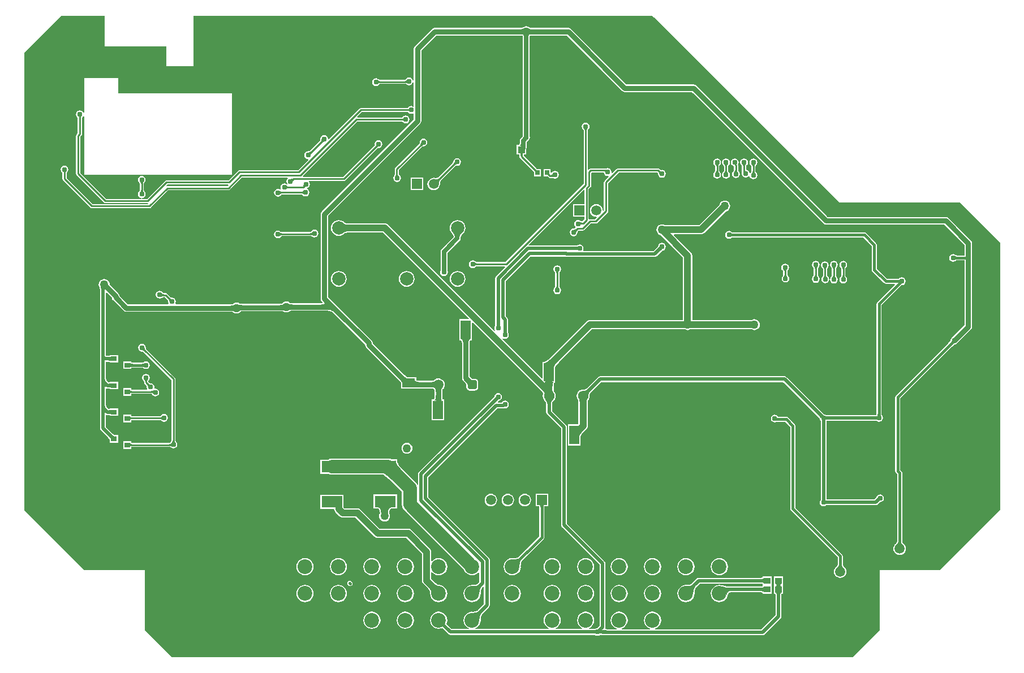
<source format=gbr>
G04*
G04 #@! TF.GenerationSoftware,Altium Limited,Altium Designer,25.0.2 (28)*
G04*
G04 Layer_Physical_Order=2*
G04 Layer_Color=16711680*
%FSLAX44Y44*%
%MOMM*%
G71*
G04*
G04 #@! TF.SameCoordinates,1489D581-9A80-4730-A308-F2CAF4F028AF*
G04*
G04*
G04 #@! TF.FilePolarity,Positive*
G04*
G01*
G75*
%ADD12C,0.2540*%
%ADD32R,1.0000X0.9000*%
%ADD35R,0.9000X0.8000*%
%ADD45R,1.1000X1.1000*%
%ADD76C,2.0066*%
%ADD85C,0.5080*%
%ADD86C,0.7620*%
%ADD87C,0.3810*%
%ADD89C,1.0160*%
%ADD90C,2.0320*%
%ADD91C,0.6350*%
%ADD92C,2.2000*%
%ADD93C,1.5000*%
G04:AMPARAMS|DCode=94|XSize=1.4mm|YSize=1.4mm|CornerRadius=0.35mm|HoleSize=0mm|Usage=FLASHONLY|Rotation=180.000|XOffset=0mm|YOffset=0mm|HoleType=Round|Shape=RoundedRectangle|*
%AMROUNDEDRECTD94*
21,1,1.4000,0.7000,0,0,180.0*
21,1,0.7000,1.4000,0,0,180.0*
1,1,0.7000,-0.3500,0.3500*
1,1,0.7000,0.3500,0.3500*
1,1,0.7000,0.3500,-0.3500*
1,1,0.7000,-0.3500,-0.3500*
%
%ADD94ROUNDEDRECTD94*%
%ADD95C,1.5748*%
%ADD96R,1.5000X1.5000*%
%ADD97C,4.0000*%
%ADD98C,3.5000*%
%ADD99C,0.7874*%
%ADD100C,1.2700*%
%ADD101C,6.3500*%
%ADD102R,3.1500X1.7800*%
%ADD103R,1.9000X1.3500*%
%ADD104R,1.5000X2.8000*%
%ADD105R,0.7000X0.7000*%
G36*
X939800Y1560000D02*
Y1513840D01*
X1032510D01*
Y1484630D01*
X1073150D01*
Y1513840D01*
Y1560000D01*
X1760000Y1560000D01*
X2040000Y1280000D01*
X2220000D01*
X2280000Y1220000D01*
Y820000D01*
X2190000Y730000D01*
X2100000D01*
Y640000D01*
X2060000Y600000D01*
X1040000Y600000D01*
X1000000Y640000D01*
X1000000Y730000D01*
X910000D01*
X820000Y820000D01*
Y1504530D01*
X875470Y1560000D01*
X939800D01*
D02*
G37*
%LPC*%
G36*
X1417320Y1376157D02*
X1415090Y1375713D01*
X1413200Y1374450D01*
X1411937Y1372560D01*
X1411493Y1370330D01*
X1411563Y1369979D01*
X1411539Y1369717D01*
X1411500Y1369473D01*
X1411446Y1369251D01*
X1411379Y1369048D01*
X1411299Y1368860D01*
X1411206Y1368685D01*
X1411099Y1368519D01*
X1411048Y1368453D01*
X1375117Y1332522D01*
X1374444Y1331514D01*
X1374207Y1330325D01*
Y1322434D01*
X1374199Y1322359D01*
X1374159Y1322136D01*
X1374100Y1321908D01*
X1374024Y1321674D01*
X1373927Y1321433D01*
X1373820Y1321207D01*
X1373490Y1320644D01*
X1373290Y1320357D01*
X1373220Y1320197D01*
X1372567Y1319220D01*
X1372123Y1316990D01*
X1372567Y1314760D01*
X1373830Y1312870D01*
X1375720Y1311607D01*
X1377950Y1311163D01*
X1380180Y1311607D01*
X1382070Y1312870D01*
X1383333Y1314760D01*
X1383777Y1316990D01*
X1383333Y1319220D01*
X1382070Y1321110D01*
X1381395Y1321562D01*
X1381317Y1321649D01*
X1381068Y1321840D01*
X1380908Y1321985D01*
X1380778Y1322126D01*
X1380674Y1322264D01*
X1380591Y1322401D01*
X1380525Y1322541D01*
X1380473Y1322689D01*
X1380434Y1322852D01*
X1380423Y1322932D01*
Y1329038D01*
X1415443Y1364058D01*
X1415509Y1364109D01*
X1415675Y1364216D01*
X1415850Y1364309D01*
X1416038Y1364389D01*
X1416241Y1364456D01*
X1416463Y1364510D01*
X1416707Y1364549D01*
X1416969Y1364573D01*
X1417320Y1364503D01*
X1419550Y1364947D01*
X1421440Y1366210D01*
X1422703Y1368100D01*
X1423147Y1370330D01*
X1422703Y1372560D01*
X1421440Y1374450D01*
X1419550Y1375713D01*
X1417320Y1376157D01*
D02*
G37*
G36*
X1467500Y1346827D02*
X1465270Y1346383D01*
X1463380Y1345120D01*
X1462117Y1343230D01*
X1461908Y1342179D01*
X1461841Y1342019D01*
X1461769Y1341648D01*
X1461692Y1341342D01*
X1461605Y1341059D01*
X1461508Y1340796D01*
X1461402Y1340554D01*
X1461287Y1340331D01*
X1461164Y1340127D01*
X1461032Y1339938D01*
X1460986Y1339881D01*
X1439082Y1317977D01*
X1439058Y1317956D01*
X1438768Y1317770D01*
X1438403Y1317596D01*
X1437954Y1317441D01*
X1437419Y1317313D01*
X1436796Y1317219D01*
X1436113Y1317165D01*
X1434399Y1317185D01*
X1433433Y1317266D01*
X1433309Y1317252D01*
X1432500Y1317358D01*
X1430078Y1317039D01*
X1427821Y1316104D01*
X1425883Y1314617D01*
X1424396Y1312679D01*
X1423461Y1310422D01*
X1423142Y1308000D01*
X1423461Y1305578D01*
X1424396Y1303321D01*
X1425883Y1301383D01*
X1427821Y1299896D01*
X1430078Y1298961D01*
X1432500Y1298642D01*
X1434922Y1298961D01*
X1437179Y1299896D01*
X1439117Y1301383D01*
X1440604Y1303321D01*
X1441539Y1305578D01*
X1441731Y1307038D01*
X1441777Y1307189D01*
X1441855Y1307980D01*
X1441858Y1308000D01*
X1441858Y1308003D01*
X1441885Y1308281D01*
X1442010Y1309239D01*
X1442334Y1310957D01*
X1442513Y1311635D01*
X1442710Y1312234D01*
X1442915Y1312732D01*
X1443119Y1313126D01*
X1443308Y1313413D01*
X1464987Y1335092D01*
X1465051Y1335141D01*
X1465191Y1335226D01*
X1465328Y1335291D01*
X1465469Y1335340D01*
X1465618Y1335375D01*
X1465782Y1335396D01*
X1465967Y1335402D01*
X1466176Y1335388D01*
X1466483Y1335342D01*
X1466619Y1335348D01*
X1467500Y1335173D01*
X1469730Y1335617D01*
X1471620Y1336880D01*
X1472883Y1338770D01*
X1473327Y1341000D01*
X1472883Y1343230D01*
X1471620Y1345120D01*
X1469730Y1346383D01*
X1467500Y1346827D01*
D02*
G37*
G36*
X1911000Y1346312D02*
X1908770Y1345868D01*
X1906880Y1344605D01*
X1905617Y1342715D01*
X1905173Y1340485D01*
X1905617Y1338255D01*
X1906880Y1336365D01*
X1907177Y1336166D01*
X1907346Y1335964D01*
X1907490Y1335764D01*
X1907609Y1335569D01*
X1907706Y1335377D01*
X1907782Y1335188D01*
X1907840Y1334999D01*
X1907882Y1334805D01*
X1907892Y1334722D01*
Y1326763D01*
X1907882Y1326680D01*
X1907840Y1326486D01*
X1907782Y1326297D01*
X1907706Y1326108D01*
X1907609Y1325916D01*
X1907490Y1325721D01*
X1907346Y1325521D01*
X1907177Y1325319D01*
X1906880Y1325120D01*
X1906423Y1324436D01*
X1905074Y1324704D01*
X1904872Y1325719D01*
X1903609Y1327609D01*
X1901719Y1328873D01*
X1900201Y1329174D01*
X1900132Y1329200D01*
X1900115Y1329203D01*
X1900108Y1329259D01*
Y1334722D01*
X1900118Y1334805D01*
X1900160Y1334999D01*
X1900218Y1335188D01*
X1900294Y1335377D01*
X1900391Y1335569D01*
X1900510Y1335764D01*
X1900654Y1335964D01*
X1900823Y1336166D01*
X1901120Y1336365D01*
X1902383Y1338255D01*
X1902827Y1340485D01*
X1902383Y1342715D01*
X1901120Y1344605D01*
X1899230Y1345868D01*
X1897000Y1346312D01*
X1894770Y1345868D01*
X1892880Y1344605D01*
X1891617Y1342715D01*
X1891173Y1340485D01*
X1891617Y1338255D01*
X1892880Y1336365D01*
X1893177Y1336166D01*
X1893346Y1335964D01*
X1893490Y1335764D01*
X1893609Y1335569D01*
X1893706Y1335377D01*
X1893782Y1335188D01*
X1893840Y1334999D01*
X1893882Y1334805D01*
X1893892Y1334722D01*
Y1325188D01*
X1893867Y1324712D01*
X1893863Y1324679D01*
X1893856Y1324633D01*
X1893856Y1324621D01*
X1893852Y1324610D01*
X1893858Y1324473D01*
X1893662Y1323489D01*
X1894106Y1321259D01*
X1895369Y1319369D01*
X1897259Y1318106D01*
X1899489Y1317662D01*
X1901719Y1318106D01*
X1903609Y1319369D01*
X1904066Y1320053D01*
X1905415Y1319785D01*
X1905617Y1318770D01*
X1906880Y1316880D01*
X1908770Y1315617D01*
X1911000Y1315173D01*
X1913230Y1315617D01*
X1915120Y1316880D01*
X1916383Y1318770D01*
X1916827Y1321000D01*
X1916383Y1323230D01*
X1915120Y1325120D01*
X1914823Y1325319D01*
X1914654Y1325521D01*
X1914510Y1325721D01*
X1914391Y1325916D01*
X1914294Y1326108D01*
X1914218Y1326297D01*
X1914160Y1326486D01*
X1914118Y1326680D01*
X1914108Y1326763D01*
Y1334722D01*
X1914118Y1334805D01*
X1914160Y1334999D01*
X1914218Y1335188D01*
X1914294Y1335377D01*
X1914391Y1335569D01*
X1914510Y1335764D01*
X1914654Y1335964D01*
X1914823Y1336166D01*
X1915120Y1336365D01*
X1916383Y1338255D01*
X1916827Y1340485D01*
X1916383Y1342715D01*
X1915120Y1344605D01*
X1913230Y1345868D01*
X1911000Y1346312D01*
D02*
G37*
G36*
X1660000Y1399827D02*
X1657770Y1399383D01*
X1655880Y1398120D01*
X1654617Y1396230D01*
X1654173Y1394000D01*
X1654617Y1391770D01*
X1655880Y1389880D01*
X1656177Y1389681D01*
X1656346Y1389479D01*
X1656490Y1389279D01*
X1656609Y1389084D01*
X1656706Y1388892D01*
X1656782Y1388703D01*
X1656840Y1388514D01*
X1656882Y1388320D01*
X1656892Y1388237D01*
Y1308287D01*
X1539713Y1191108D01*
X1496763D01*
X1496680Y1191118D01*
X1496486Y1191160D01*
X1496297Y1191218D01*
X1496108Y1191294D01*
X1495916Y1191391D01*
X1495721Y1191510D01*
X1495521Y1191654D01*
X1495319Y1191823D01*
X1495120Y1192120D01*
X1493230Y1193383D01*
X1491000Y1193827D01*
X1488770Y1193383D01*
X1486880Y1192120D01*
X1485617Y1190230D01*
X1485173Y1188000D01*
X1485617Y1185770D01*
X1486880Y1183880D01*
X1488770Y1182617D01*
X1491000Y1182173D01*
X1493230Y1182617D01*
X1495120Y1183880D01*
X1495319Y1184177D01*
X1495521Y1184346D01*
X1495721Y1184490D01*
X1495916Y1184609D01*
X1496108Y1184706D01*
X1496297Y1184782D01*
X1496486Y1184840D01*
X1496680Y1184882D01*
X1496763Y1184892D01*
X1538957D01*
X1539443Y1183719D01*
X1525967Y1170243D01*
X1525013Y1168815D01*
X1524677Y1167130D01*
Y1095930D01*
X1524674Y1095893D01*
X1523697Y1094430D01*
X1523253Y1092200D01*
X1523697Y1089970D01*
X1524481Y1088796D01*
X1523495Y1087986D01*
X1364390Y1247091D01*
X1362957Y1248191D01*
X1361289Y1248882D01*
X1359499Y1249117D01*
X1304449D01*
X1303106Y1249167D01*
X1302278Y1249253D01*
X1301520Y1249373D01*
X1300851Y1249521D01*
X1300274Y1249694D01*
X1299791Y1249885D01*
X1299398Y1250087D01*
X1299093Y1250292D01*
X1299047Y1250333D01*
X1298824Y1250624D01*
X1296357Y1252517D01*
X1293483Y1253707D01*
X1290400Y1254113D01*
X1287317Y1253707D01*
X1284444Y1252517D01*
X1281976Y1250624D01*
X1280083Y1248157D01*
X1278893Y1245283D01*
X1278487Y1242200D01*
X1278893Y1239117D01*
X1280083Y1236244D01*
X1281976Y1233776D01*
X1284444Y1231883D01*
X1287317Y1230693D01*
X1290400Y1230287D01*
X1293483Y1230693D01*
X1296357Y1231883D01*
X1298824Y1233776D01*
X1299047Y1234067D01*
X1299093Y1234108D01*
X1299398Y1234313D01*
X1299790Y1234515D01*
X1300274Y1234706D01*
X1300851Y1234879D01*
X1301520Y1235027D01*
X1302257Y1235144D01*
X1303999Y1235283D01*
X1356633D01*
X1484965Y1106951D01*
X1484479Y1105778D01*
X1471222D01*
Y1076052D01*
X1471218Y1076031D01*
X1471222Y1076009D01*
Y1074222D01*
X1472892D01*
X1473308Y1074176D01*
X1473505Y1074104D01*
X1473687Y1073978D01*
X1473900Y1073739D01*
X1474140Y1073330D01*
X1474377Y1072727D01*
X1474584Y1071926D01*
X1474743Y1070933D01*
X1474803Y1070231D01*
Y1017600D01*
X1475236Y1015420D01*
X1476471Y1013571D01*
X1479069Y1010974D01*
X1480644Y1009130D01*
X1481188Y1008394D01*
X1481519Y1007873D01*
Y1004200D01*
X1481928Y1002141D01*
X1483095Y1000395D01*
X1484841Y999228D01*
X1486900Y998819D01*
X1493900D01*
X1495959Y999228D01*
X1497705Y1000395D01*
X1498872Y1002141D01*
X1499281Y1004200D01*
Y1011200D01*
X1498872Y1013259D01*
X1497705Y1015005D01*
X1495959Y1016172D01*
X1493900Y1016581D01*
X1490227D01*
X1489760Y1016878D01*
X1486463Y1019695D01*
X1486198Y1019960D01*
Y1070231D01*
X1486257Y1070933D01*
X1486416Y1071926D01*
X1486623Y1072727D01*
X1486860Y1073330D01*
X1487100Y1073739D01*
X1487313Y1073978D01*
X1487495Y1074104D01*
X1487692Y1074176D01*
X1488108Y1074222D01*
X1489778D01*
Y1076009D01*
X1489782Y1076031D01*
X1489778Y1076052D01*
Y1100479D01*
X1490951Y1100965D01*
X1595336Y996581D01*
X1595566Y996341D01*
X1596373Y995410D01*
X1596630Y995073D01*
X1596664Y995022D01*
X1595876Y993120D01*
X1595545Y990600D01*
X1595876Y988080D01*
X1596849Y985732D01*
X1598396Y983716D01*
X1598658Y983516D01*
X1598981Y983178D01*
X1599405Y982670D01*
X1599772Y982160D01*
X1600084Y981648D01*
X1600344Y981133D01*
X1600554Y980612D01*
X1600717Y980085D01*
X1600794Y979723D01*
X1600877Y978467D01*
Y966327D01*
X1601212Y964642D01*
X1602167Y963214D01*
X1623097Y942283D01*
Y797500D01*
X1623432Y795815D01*
X1624387Y794387D01*
X1680597Y738176D01*
Y646694D01*
X1677172Y643268D01*
X1675440Y642923D01*
X1673972Y641943D01*
X1665186D01*
X1664933Y643213D01*
X1666444Y643838D01*
X1669113Y645887D01*
X1671162Y648556D01*
X1672449Y651664D01*
X1672888Y655000D01*
X1672449Y658336D01*
X1671162Y661444D01*
X1669113Y664113D01*
X1666444Y666162D01*
X1663336Y667449D01*
X1660000Y667888D01*
X1656664Y667449D01*
X1653556Y666162D01*
X1650887Y664113D01*
X1648838Y661444D01*
X1647551Y658336D01*
X1647112Y655000D01*
X1647551Y651664D01*
X1648838Y648556D01*
X1650887Y645887D01*
X1653556Y643838D01*
X1655067Y643213D01*
X1654814Y641943D01*
X1615186D01*
X1614933Y643213D01*
X1616444Y643838D01*
X1619113Y645887D01*
X1621162Y648556D01*
X1622449Y651664D01*
X1622888Y655000D01*
X1622449Y658336D01*
X1621162Y661444D01*
X1619113Y664113D01*
X1616444Y666162D01*
X1613336Y667449D01*
X1610000Y667888D01*
X1606664Y667449D01*
X1603556Y666162D01*
X1600887Y664113D01*
X1598838Y661444D01*
X1597551Y658336D01*
X1597112Y655000D01*
X1597551Y651664D01*
X1598838Y648556D01*
X1600887Y645887D01*
X1603556Y643838D01*
X1605067Y643213D01*
X1604814Y641943D01*
X1495186D01*
X1494933Y643213D01*
X1496444Y643838D01*
X1499113Y645887D01*
X1501162Y648556D01*
X1502449Y651664D01*
X1502888Y655000D01*
X1502818Y655536D01*
X1502829Y656447D01*
X1502904Y657675D01*
X1503036Y658809D01*
X1503223Y659847D01*
X1503461Y660792D01*
X1503748Y661641D01*
X1504080Y662398D01*
X1504453Y663065D01*
X1504840Y663614D01*
X1515289Y674063D01*
X1516243Y675491D01*
X1516579Y677176D01*
Y745423D01*
X1516243Y747107D01*
X1515289Y748536D01*
X1424771Y839054D01*
Y869096D01*
X1527902Y972227D01*
X1537214D01*
X1537839Y972352D01*
X1539240Y972073D01*
X1541470Y972517D01*
X1543360Y973780D01*
X1544623Y975670D01*
X1545067Y977900D01*
X1544623Y980130D01*
X1543360Y982020D01*
X1541470Y983283D01*
X1539240Y983727D01*
X1537010Y983283D01*
X1535120Y982020D01*
X1534478Y981060D01*
X1534122Y981033D01*
X1528668D01*
X1528182Y982206D01*
X1529555Y983579D01*
X1529584Y983603D01*
X1531310Y983947D01*
X1533200Y985210D01*
X1534463Y987100D01*
X1534907Y989330D01*
X1534463Y991560D01*
X1533200Y993450D01*
X1531310Y994713D01*
X1529080Y995157D01*
X1526850Y994713D01*
X1524960Y993450D01*
X1523697Y991560D01*
X1523362Y989879D01*
X1523031Y989507D01*
X1410397Y876873D01*
X1409442Y875445D01*
X1409107Y873760D01*
Y857764D01*
X1407837Y857512D01*
X1407428Y858501D01*
X1405514Y860994D01*
X1389267Y877242D01*
X1386262Y880384D01*
X1382310Y885030D01*
X1380793Y887056D01*
X1379563Y888902D01*
X1378632Y890543D01*
X1377996Y891959D01*
X1377646Y893123D01*
X1377528Y894160D01*
Y895828D01*
X1369747D01*
X1367446Y896781D01*
X1364330Y897191D01*
X1280160D01*
X1277044Y896781D01*
X1274139Y895578D01*
X1273840Y895348D01*
X1262632D01*
Y873992D01*
X1275902D01*
X1277044Y873519D01*
X1280160Y873109D01*
X1356420D01*
X1358240Y872077D01*
X1361291Y869987D01*
X1368176Y864231D01*
X1369366Y863086D01*
X1384959Y847493D01*
Y828000D01*
X1385369Y824883D01*
X1386572Y821980D01*
X1388486Y819486D01*
X1478430Y729541D01*
X1478838Y728556D01*
X1480887Y725887D01*
X1483556Y723838D01*
X1486664Y722551D01*
X1490000Y722112D01*
X1493336Y722551D01*
X1496444Y723838D01*
X1499113Y725887D01*
X1499713Y726668D01*
X1500915Y726260D01*
Y712142D01*
X1498613Y709840D01*
X1498065Y709453D01*
X1497398Y709080D01*
X1496642Y708748D01*
X1495792Y708461D01*
X1494848Y708223D01*
X1493834Y708041D01*
X1491423Y707829D01*
X1490536Y707818D01*
X1490000Y707888D01*
X1486664Y707449D01*
X1483556Y706162D01*
X1480887Y704113D01*
X1478838Y701444D01*
X1477551Y698336D01*
X1477112Y695000D01*
X1477551Y691664D01*
X1478838Y688556D01*
X1480887Y685887D01*
X1483556Y683838D01*
X1486664Y682551D01*
X1490000Y682112D01*
X1493336Y682551D01*
X1496444Y683838D01*
X1499113Y685887D01*
X1501162Y688556D01*
X1502449Y691664D01*
X1502888Y695000D01*
X1502818Y695536D01*
X1502829Y696447D01*
X1502904Y697675D01*
X1503036Y698809D01*
X1503223Y699847D01*
X1503461Y700792D01*
X1503748Y701641D01*
X1504080Y702398D01*
X1504453Y703065D01*
X1504840Y703614D01*
X1506600Y705374D01*
X1507773Y704888D01*
Y679000D01*
X1498613Y669840D01*
X1498065Y669453D01*
X1497398Y669080D01*
X1496642Y668748D01*
X1495792Y668461D01*
X1494848Y668223D01*
X1493834Y668041D01*
X1491423Y667829D01*
X1490536Y667818D01*
X1490000Y667888D01*
X1486664Y667449D01*
X1483556Y666162D01*
X1480887Y664113D01*
X1478838Y661444D01*
X1477551Y658336D01*
X1477112Y655000D01*
X1477551Y651664D01*
X1478838Y648556D01*
X1480887Y645887D01*
X1483556Y643838D01*
X1485067Y643213D01*
X1484814Y641943D01*
X1459284D01*
X1451604Y649623D01*
X1452449Y651664D01*
X1452888Y655000D01*
X1452449Y658336D01*
X1451162Y661444D01*
X1449113Y664113D01*
X1446444Y666162D01*
X1443336Y667449D01*
X1440000Y667888D01*
X1436664Y667449D01*
X1433556Y666162D01*
X1430887Y664113D01*
X1428838Y661444D01*
X1427551Y658336D01*
X1427112Y655000D01*
X1427551Y651664D01*
X1428838Y648556D01*
X1430887Y645887D01*
X1433556Y643838D01*
X1436664Y642551D01*
X1440000Y642112D01*
X1443336Y642551D01*
X1445377Y643397D01*
X1454347Y634427D01*
X1455775Y633473D01*
X1457460Y633137D01*
X1673972D01*
X1675440Y632157D01*
X1677670Y631713D01*
X1679900Y632157D01*
X1681368Y633137D01*
X1683449D01*
X1683755Y632933D01*
X1685440Y632597D01*
X1924500D01*
X1926185Y632933D01*
X1927613Y633887D01*
X1951613Y657887D01*
X1952567Y659315D01*
X1952903Y661000D01*
Y692774D01*
X1952938Y693193D01*
X1953035Y693805D01*
X1953157Y694276D01*
X1953284Y694601D01*
X1953389Y694781D01*
X1953438Y694836D01*
X1953609Y694855D01*
X1955278D01*
Y696642D01*
X1955282Y696664D01*
X1955278Y696685D01*
Y705581D01*
X1955282Y705603D01*
X1955278Y705624D01*
Y707411D01*
X1955278D01*
Y707922D01*
X1955278D01*
Y709708D01*
X1955282Y709730D01*
X1955278Y709752D01*
Y720478D01*
X1941722D01*
Y709752D01*
X1941718Y709730D01*
X1941722Y709708D01*
Y707922D01*
X1941722D01*
Y707411D01*
X1941722D01*
Y705624D01*
X1941718Y705603D01*
X1941722Y705581D01*
Y696685D01*
X1941718Y696664D01*
X1941722Y696642D01*
Y694855D01*
X1943392D01*
X1943562Y694836D01*
X1943611Y694781D01*
X1943716Y694601D01*
X1943843Y694276D01*
X1943965Y693805D01*
X1944062Y693193D01*
X1944097Y692774D01*
Y662824D01*
X1922676Y641403D01*
X1763882D01*
X1763629Y642673D01*
X1766444Y643838D01*
X1769113Y645887D01*
X1771162Y648556D01*
X1772449Y651664D01*
X1772888Y655000D01*
X1772449Y658336D01*
X1771162Y661444D01*
X1769113Y664113D01*
X1766444Y666162D01*
X1763336Y667449D01*
X1760000Y667888D01*
X1756664Y667449D01*
X1753556Y666162D01*
X1750887Y664113D01*
X1748838Y661444D01*
X1747551Y658336D01*
X1747112Y655000D01*
X1747551Y651664D01*
X1748838Y648556D01*
X1750887Y645887D01*
X1753556Y643838D01*
X1756371Y642673D01*
X1756118Y641403D01*
X1713882D01*
X1713629Y642673D01*
X1716444Y643838D01*
X1719113Y645887D01*
X1721162Y648556D01*
X1722449Y651664D01*
X1722888Y655000D01*
X1722449Y658336D01*
X1721162Y661444D01*
X1719113Y664113D01*
X1716444Y666162D01*
X1713336Y667449D01*
X1710000Y667888D01*
X1706664Y667449D01*
X1703556Y666162D01*
X1700887Y664113D01*
X1698838Y661444D01*
X1697551Y658336D01*
X1697112Y655000D01*
X1697551Y651664D01*
X1698838Y648556D01*
X1700887Y645887D01*
X1703556Y643838D01*
X1706371Y642673D01*
X1706118Y641403D01*
X1691922D01*
X1691615Y641608D01*
X1689930Y641943D01*
X1689753D01*
X1689030Y642983D01*
X1689073Y643213D01*
X1689403Y644870D01*
Y740000D01*
X1689068Y741685D01*
X1688113Y743113D01*
X1631903Y799324D01*
Y944107D01*
X1631568Y945791D01*
X1630613Y947220D01*
X1609683Y968150D01*
Y979050D01*
X1609689Y979240D01*
X1609728Y979545D01*
X1609843Y980084D01*
X1610006Y980613D01*
X1610216Y981133D01*
X1610476Y981648D01*
X1610788Y982160D01*
X1611155Y982670D01*
X1611579Y983178D01*
X1611902Y983515D01*
X1612164Y983716D01*
X1613711Y985732D01*
X1614684Y988080D01*
X1615015Y990600D01*
X1614684Y993120D01*
X1613711Y995468D01*
X1612250Y997371D01*
X1612067Y1000295D01*
Y1003942D01*
X1612240Y1007054D01*
X1612385Y1008263D01*
X1612565Y1009250D01*
X1612763Y1009979D01*
X1612929Y1010382D01*
X1614298D01*
Y1012169D01*
X1614302Y1012190D01*
X1614298Y1012212D01*
Y1028130D01*
X1614357Y1028580D01*
Y1034378D01*
X1614608Y1034814D01*
X1615698Y1036364D01*
X1618904Y1040126D01*
X1619950Y1041207D01*
X1669325Y1090583D01*
X1808163D01*
X1808401Y1090400D01*
X1810378Y1089581D01*
X1812500Y1089302D01*
X1814622Y1089581D01*
X1816599Y1090400D01*
X1816837Y1090583D01*
X1908163D01*
X1908401Y1090400D01*
X1910378Y1089581D01*
X1912500Y1089302D01*
X1914622Y1089581D01*
X1916599Y1090400D01*
X1918297Y1091703D01*
X1919600Y1093401D01*
X1920419Y1095378D01*
X1920698Y1097500D01*
X1920419Y1099622D01*
X1919600Y1101599D01*
X1918297Y1103297D01*
X1916599Y1104600D01*
X1914622Y1105419D01*
X1912500Y1105698D01*
X1910378Y1105419D01*
X1908401Y1104600D01*
X1908163Y1104417D01*
X1819417D01*
Y1201210D01*
X1819182Y1203000D01*
X1818490Y1204669D01*
X1817391Y1206101D01*
X1792063Y1231430D01*
X1792549Y1232603D01*
X1832610D01*
X1834400Y1232839D01*
X1836069Y1233530D01*
X1837501Y1234629D01*
X1869994Y1267122D01*
X1870292Y1267161D01*
X1872269Y1267980D01*
X1873967Y1269283D01*
X1875270Y1270981D01*
X1876089Y1272958D01*
X1876368Y1275080D01*
X1876089Y1277202D01*
X1875270Y1279179D01*
X1873967Y1280877D01*
X1872269Y1282180D01*
X1870292Y1282999D01*
X1868170Y1283278D01*
X1866048Y1282999D01*
X1864071Y1282180D01*
X1862373Y1280877D01*
X1861070Y1279179D01*
X1860251Y1277202D01*
X1860212Y1276904D01*
X1829745Y1246437D01*
X1778527D01*
X1778289Y1246620D01*
X1776312Y1247439D01*
X1774190Y1247718D01*
X1772068Y1247439D01*
X1770091Y1246620D01*
X1768393Y1245317D01*
X1767090Y1243619D01*
X1766271Y1241642D01*
X1765992Y1239520D01*
X1766271Y1237398D01*
X1767090Y1235421D01*
X1768393Y1233723D01*
X1770091Y1232420D01*
X1772068Y1231601D01*
X1772366Y1231562D01*
X1805583Y1198345D01*
Y1104417D01*
X1666460D01*
X1664670Y1104182D01*
X1663001Y1103491D01*
X1661569Y1102391D01*
X1610613Y1051435D01*
X1607412Y1048372D01*
X1603954Y1045425D01*
X1602461Y1044303D01*
X1601107Y1043396D01*
X1599917Y1042716D01*
X1598910Y1042261D01*
X1598115Y1042020D01*
X1597409Y1041938D01*
X1595742D01*
Y1017398D01*
X1594569Y1016912D01*
X1535026Y1076455D01*
X1535836Y1077441D01*
X1537010Y1076657D01*
X1539240Y1076213D01*
X1541470Y1076657D01*
X1543360Y1077920D01*
X1544623Y1079810D01*
X1545067Y1082040D01*
X1544623Y1084270D01*
X1543671Y1085695D01*
X1543643Y1086192D01*
Y1105408D01*
X1543307Y1107093D01*
X1542353Y1108521D01*
X1540341Y1110534D01*
Y1162466D01*
X1577432Y1199557D01*
X1629181D01*
X1629630Y1199258D01*
X1631315Y1198922D01*
X1763395D01*
X1765080Y1199258D01*
X1766508Y1200212D01*
X1774665Y1208369D01*
X1774694Y1208393D01*
X1776420Y1208737D01*
X1778310Y1210000D01*
X1779573Y1211890D01*
X1780017Y1214120D01*
X1779573Y1216350D01*
X1778310Y1218240D01*
X1776420Y1219503D01*
X1774190Y1219947D01*
X1771960Y1219503D01*
X1770070Y1218240D01*
X1768807Y1216350D01*
X1768472Y1214669D01*
X1768141Y1214297D01*
X1761571Y1207728D01*
X1656646D01*
X1656048Y1208848D01*
X1656383Y1209350D01*
X1656827Y1211580D01*
X1656383Y1213810D01*
X1655120Y1215700D01*
X1653230Y1216963D01*
X1651000Y1217407D01*
X1648770Y1216963D01*
X1647345Y1216011D01*
X1646848Y1215983D01*
X1575174D01*
X1574648Y1217253D01*
X1656879Y1299484D01*
X1658052Y1298998D01*
Y1277778D01*
X1641222D01*
Y1259222D01*
X1658052D01*
Y1255415D01*
X1654920Y1252283D01*
X1653818D01*
X1653747Y1252290D01*
X1653518Y1252330D01*
X1653283Y1252387D01*
X1653040Y1252463D01*
X1652790Y1252558D01*
X1652553Y1252664D01*
X1651969Y1252985D01*
X1651671Y1253179D01*
X1651516Y1253241D01*
X1650690Y1253793D01*
X1648460Y1254237D01*
X1646230Y1253793D01*
X1644340Y1252530D01*
X1643077Y1250640D01*
X1642633Y1248410D01*
X1643077Y1246180D01*
X1644340Y1244290D01*
X1644679Y1244063D01*
X1644804Y1242799D01*
X1643987Y1241982D01*
X1643921Y1241931D01*
X1643755Y1241824D01*
X1643580Y1241731D01*
X1643392Y1241651D01*
X1643189Y1241584D01*
X1642967Y1241530D01*
X1642723Y1241491D01*
X1642461Y1241467D01*
X1642110Y1241537D01*
X1639880Y1241093D01*
X1637990Y1239830D01*
X1636727Y1237940D01*
X1636283Y1235710D01*
X1636727Y1233480D01*
X1637990Y1231590D01*
X1639880Y1230327D01*
X1642110Y1229883D01*
X1644340Y1230327D01*
X1646230Y1231590D01*
X1647493Y1233480D01*
X1647937Y1235710D01*
X1647867Y1236061D01*
X1647891Y1236323D01*
X1647930Y1236567D01*
X1647984Y1236789D01*
X1648051Y1236992D01*
X1648131Y1237180D01*
X1648224Y1237355D01*
X1648331Y1237521D01*
X1648382Y1237587D01*
X1649112Y1238317D01*
X1655445D01*
X1656634Y1238554D01*
X1657643Y1239228D01*
X1667527Y1249112D01*
X1675130D01*
X1676319Y1249349D01*
X1677328Y1250023D01*
X1692567Y1265263D01*
X1693241Y1266271D01*
X1693478Y1267460D01*
Y1309353D01*
X1709437Y1325312D01*
X1767027D01*
X1767713Y1324626D01*
X1767762Y1324565D01*
X1767888Y1324381D01*
X1768005Y1324181D01*
X1768113Y1323965D01*
X1768211Y1323729D01*
X1768298Y1323474D01*
X1768375Y1323196D01*
X1768439Y1322896D01*
X1768498Y1322529D01*
X1768555Y1322377D01*
X1768807Y1321110D01*
X1770070Y1319220D01*
X1771960Y1317957D01*
X1774190Y1317513D01*
X1776420Y1317957D01*
X1778310Y1319220D01*
X1779573Y1321110D01*
X1780017Y1323340D01*
X1779573Y1325570D01*
X1778310Y1327460D01*
X1776420Y1328723D01*
X1774190Y1329167D01*
X1773472Y1329024D01*
X1773380Y1329032D01*
X1773065Y1328995D01*
X1772842Y1328988D01*
X1772644Y1328999D01*
X1772466Y1329026D01*
X1772305Y1329067D01*
X1772154Y1329122D01*
X1772008Y1329192D01*
X1771863Y1329282D01*
X1771798Y1329331D01*
X1770512Y1330618D01*
X1769503Y1331291D01*
X1768314Y1331528D01*
X1708150D01*
X1706961Y1331291D01*
X1705952Y1330618D01*
X1699738Y1324403D01*
X1698568Y1325029D01*
X1698737Y1325880D01*
X1698293Y1328110D01*
X1697030Y1330000D01*
X1695140Y1331263D01*
X1692910Y1331707D01*
X1690680Y1331263D01*
X1690419Y1331089D01*
X1690116Y1331291D01*
X1688927Y1331528D01*
X1667510D01*
X1666321Y1331291D01*
X1665312Y1330618D01*
X1664281Y1329586D01*
X1663108Y1330072D01*
Y1388237D01*
X1663118Y1388320D01*
X1663160Y1388514D01*
X1663218Y1388703D01*
X1663294Y1388892D01*
X1663391Y1389084D01*
X1663510Y1389279D01*
X1663654Y1389479D01*
X1663823Y1389681D01*
X1664120Y1389880D01*
X1665383Y1391770D01*
X1665827Y1394000D01*
X1665383Y1396230D01*
X1664120Y1398120D01*
X1662230Y1399383D01*
X1660000Y1399827D01*
D02*
G37*
G36*
X1883000Y1346312D02*
X1880770Y1345868D01*
X1878880Y1344605D01*
X1877617Y1342715D01*
X1877173Y1340485D01*
X1877617Y1338255D01*
X1878880Y1336365D01*
X1880770Y1335102D01*
X1881761Y1334904D01*
Y1328632D01*
X1881751Y1328549D01*
X1881709Y1328356D01*
X1881651Y1328166D01*
X1881575Y1327977D01*
X1881478Y1327786D01*
X1881359Y1327590D01*
X1881215Y1327390D01*
X1881046Y1327188D01*
X1880749Y1326989D01*
X1879486Y1325099D01*
X1879042Y1322869D01*
X1879486Y1320639D01*
X1880749Y1318749D01*
X1882639Y1317486D01*
X1884869Y1317042D01*
X1887099Y1317486D01*
X1888989Y1318749D01*
X1890253Y1320639D01*
X1890696Y1322869D01*
X1890253Y1325099D01*
X1888989Y1326989D01*
X1888692Y1327188D01*
X1888523Y1327390D01*
X1888379Y1327590D01*
X1888260Y1327786D01*
X1888163Y1327977D01*
X1888087Y1328166D01*
X1888029Y1328356D01*
X1887987Y1328549D01*
X1887977Y1328632D01*
Y1336271D01*
X1887766Y1337331D01*
X1888383Y1338255D01*
X1888827Y1340485D01*
X1888383Y1342715D01*
X1887120Y1344605D01*
X1885230Y1345868D01*
X1883000Y1346312D01*
D02*
G37*
G36*
X1856740D02*
X1854510Y1345868D01*
X1852620Y1344605D01*
X1851357Y1342715D01*
X1850913Y1340485D01*
X1851357Y1338255D01*
X1852620Y1336365D01*
X1852917Y1336166D01*
X1853086Y1335964D01*
X1853230Y1335764D01*
X1853349Y1335569D01*
X1853446Y1335377D01*
X1853522Y1335188D01*
X1853580Y1334999D01*
X1853622Y1334805D01*
X1853632Y1334722D01*
Y1327778D01*
X1853622Y1327695D01*
X1853580Y1327501D01*
X1853522Y1327312D01*
X1853446Y1327123D01*
X1853349Y1326931D01*
X1853230Y1326736D01*
X1853086Y1326536D01*
X1852917Y1326334D01*
X1852620Y1326135D01*
X1851357Y1324245D01*
X1850913Y1322015D01*
X1851357Y1319785D01*
X1852620Y1317895D01*
X1854510Y1316632D01*
X1856740Y1316188D01*
X1858970Y1316632D01*
X1860860Y1317895D01*
X1862123Y1319785D01*
X1862567Y1322015D01*
X1862123Y1324245D01*
X1860860Y1326135D01*
X1860563Y1326334D01*
X1860394Y1326536D01*
X1860250Y1326736D01*
X1860131Y1326931D01*
X1860034Y1327123D01*
X1859958Y1327312D01*
X1859900Y1327501D01*
X1859858Y1327695D01*
X1859848Y1327778D01*
Y1334722D01*
X1859858Y1334805D01*
X1859900Y1334999D01*
X1859958Y1335188D01*
X1860034Y1335377D01*
X1860131Y1335569D01*
X1860250Y1335764D01*
X1860394Y1335964D01*
X1860563Y1336166D01*
X1860860Y1336365D01*
X1862123Y1338255D01*
X1862567Y1340485D01*
X1862123Y1342715D01*
X1860860Y1344605D01*
X1858970Y1345868D01*
X1856740Y1346312D01*
D02*
G37*
G36*
X1870000D02*
X1867770Y1345868D01*
X1865880Y1344605D01*
X1864617Y1342715D01*
X1864173Y1340485D01*
X1864617Y1338255D01*
X1865880Y1336365D01*
X1866177Y1336166D01*
X1866346Y1335964D01*
X1866490Y1335764D01*
X1866609Y1335569D01*
X1866706Y1335377D01*
X1866782Y1335188D01*
X1866840Y1334999D01*
X1866882Y1334805D01*
X1866892Y1334722D01*
Y1327763D01*
X1866882Y1327680D01*
X1866840Y1327486D01*
X1866782Y1327297D01*
X1866706Y1327108D01*
X1866609Y1326917D01*
X1866490Y1326721D01*
X1866346Y1326521D01*
X1866177Y1326319D01*
X1865880Y1326120D01*
X1864617Y1324230D01*
X1864173Y1322000D01*
X1864617Y1319770D01*
X1865880Y1317880D01*
X1867770Y1316617D01*
X1870000Y1316173D01*
X1872230Y1316617D01*
X1874120Y1317880D01*
X1875383Y1319770D01*
X1875827Y1322000D01*
X1875383Y1324230D01*
X1874120Y1326120D01*
X1873823Y1326319D01*
X1873654Y1326521D01*
X1873510Y1326721D01*
X1873391Y1326917D01*
X1873294Y1327108D01*
X1873218Y1327297D01*
X1873160Y1327486D01*
X1873118Y1327680D01*
X1873108Y1327763D01*
Y1334722D01*
X1873118Y1334805D01*
X1873160Y1334999D01*
X1873218Y1335188D01*
X1873294Y1335377D01*
X1873391Y1335569D01*
X1873510Y1335764D01*
X1873654Y1335964D01*
X1873823Y1336166D01*
X1874120Y1336365D01*
X1875383Y1338255D01*
X1875827Y1340485D01*
X1875383Y1342715D01*
X1874120Y1344605D01*
X1872230Y1345868D01*
X1870000Y1346312D01*
D02*
G37*
G36*
X1607278Y1330278D02*
X1596722D01*
Y1319722D01*
X1602764D01*
X1603614Y1318991D01*
X1604572Y1318033D01*
X1605581Y1317359D01*
X1606770Y1317122D01*
X1609729D01*
X1609957Y1317101D01*
X1610558Y1317011D01*
X1610800Y1316961D01*
X1611579Y1316745D01*
X1611770Y1316617D01*
X1614000Y1316173D01*
X1616230Y1316617D01*
X1618120Y1317880D01*
X1619383Y1319770D01*
X1619827Y1322000D01*
X1619383Y1324230D01*
X1618120Y1326120D01*
X1616230Y1327383D01*
X1614000Y1327827D01*
X1611770Y1327383D01*
X1609880Y1326120D01*
X1609342Y1325315D01*
X1607669Y1324993D01*
X1607350Y1325215D01*
X1607278Y1325389D01*
Y1330278D01*
D02*
G37*
G36*
X1416378Y1317278D02*
X1397822D01*
Y1298722D01*
X1416378D01*
Y1317278D01*
D02*
G37*
G36*
X1253988Y1239816D02*
X1251759Y1239372D01*
X1249868Y1238109D01*
X1249395Y1237400D01*
X1249300Y1237316D01*
X1249113Y1237066D01*
X1248971Y1236908D01*
X1248833Y1236779D01*
X1248698Y1236676D01*
X1248564Y1236594D01*
X1248427Y1236529D01*
X1248281Y1236477D01*
X1248120Y1236438D01*
X1248041Y1236427D01*
X1204772D01*
X1204697Y1236435D01*
X1204473Y1236476D01*
X1204243Y1236534D01*
X1204007Y1236610D01*
X1203763Y1236707D01*
X1203535Y1236814D01*
X1202966Y1237141D01*
X1202676Y1237340D01*
X1202515Y1237409D01*
X1201579Y1238034D01*
X1199349Y1238478D01*
X1197119Y1238034D01*
X1195229Y1236771D01*
X1193966Y1234881D01*
X1193522Y1232651D01*
X1193966Y1230421D01*
X1195229Y1228531D01*
X1197119Y1227267D01*
X1199349Y1226824D01*
X1201579Y1227267D01*
X1203469Y1228531D01*
X1203943Y1229239D01*
X1204037Y1229324D01*
X1204225Y1229573D01*
X1204367Y1229732D01*
X1204505Y1229860D01*
X1204639Y1229963D01*
X1204773Y1230045D01*
X1204911Y1230110D01*
X1205056Y1230162D01*
X1205217Y1230201D01*
X1205297Y1230212D01*
X1248566D01*
X1248640Y1230204D01*
X1248865Y1230164D01*
X1249095Y1230106D01*
X1249331Y1230029D01*
X1249575Y1229933D01*
X1249803Y1229826D01*
X1250372Y1229498D01*
X1250662Y1229299D01*
X1250823Y1229230D01*
X1251759Y1228605D01*
X1253988Y1228162D01*
X1256218Y1228605D01*
X1258109Y1229868D01*
X1259372Y1231759D01*
X1259816Y1233988D01*
X1259372Y1236218D01*
X1258109Y1238109D01*
X1256218Y1239372D01*
X1253988Y1239816D01*
D02*
G37*
G36*
X1571000Y1544198D02*
X1568878Y1543919D01*
X1566901Y1543100D01*
X1565283Y1541859D01*
X1565102Y1541815D01*
X1564849Y1541771D01*
X1563768Y1541698D01*
X1434000D01*
X1431820Y1541264D01*
X1429971Y1540029D01*
X1404401Y1514459D01*
X1403166Y1512610D01*
X1402733Y1510430D01*
Y1462370D01*
X1401463Y1462245D01*
X1401411Y1462506D01*
X1401113Y1464000D01*
X1399850Y1465890D01*
X1397960Y1467153D01*
X1395730Y1467597D01*
X1393500Y1467153D01*
X1391610Y1465890D01*
X1391158Y1465215D01*
X1391071Y1465137D01*
X1390880Y1464888D01*
X1390735Y1464728D01*
X1390594Y1464598D01*
X1390456Y1464494D01*
X1390319Y1464411D01*
X1390179Y1464345D01*
X1390031Y1464293D01*
X1389868Y1464254D01*
X1389788Y1464243D01*
X1351644D01*
X1351569Y1464251D01*
X1351346Y1464291D01*
X1351118Y1464350D01*
X1350884Y1464426D01*
X1350643Y1464523D01*
X1350417Y1464630D01*
X1349854Y1464960D01*
X1349567Y1465160D01*
X1349408Y1465230D01*
X1348430Y1465883D01*
X1346200Y1466327D01*
X1343970Y1465883D01*
X1342080Y1464620D01*
X1340817Y1462730D01*
X1340373Y1460500D01*
X1340817Y1458270D01*
X1342080Y1456380D01*
X1343970Y1455117D01*
X1346200Y1454673D01*
X1348430Y1455117D01*
X1350320Y1456380D01*
X1350772Y1457056D01*
X1350859Y1457133D01*
X1351050Y1457382D01*
X1351195Y1457542D01*
X1351336Y1457672D01*
X1351474Y1457776D01*
X1351611Y1457859D01*
X1351751Y1457925D01*
X1351899Y1457977D01*
X1352062Y1458016D01*
X1352142Y1458027D01*
X1390286D01*
X1390361Y1458019D01*
X1390584Y1457979D01*
X1390812Y1457921D01*
X1391046Y1457844D01*
X1391287Y1457747D01*
X1391512Y1457640D01*
X1392076Y1457310D01*
X1392363Y1457110D01*
X1392522Y1457040D01*
X1393500Y1456387D01*
X1395730Y1455943D01*
X1397960Y1456387D01*
X1399850Y1457650D01*
X1401113Y1459540D01*
X1401411Y1461034D01*
X1401463Y1461295D01*
X1402733Y1461170D01*
Y1424513D01*
X1401613Y1423914D01*
X1400910Y1424383D01*
X1398680Y1424827D01*
X1396450Y1424383D01*
X1394560Y1423120D01*
X1393883Y1422108D01*
X1323750D01*
X1322561Y1421871D01*
X1321552Y1421198D01*
X1275750Y1375395D01*
X1274459Y1375900D01*
X1274113Y1377640D01*
X1272850Y1379530D01*
X1270960Y1380793D01*
X1268730Y1381237D01*
X1266500Y1380793D01*
X1264610Y1379530D01*
X1263347Y1377640D01*
X1262903Y1375410D01*
X1262973Y1375059D01*
X1262949Y1374797D01*
X1262910Y1374553D01*
X1262856Y1374331D01*
X1262789Y1374128D01*
X1262709Y1373940D01*
X1262616Y1373765D01*
X1262509Y1373599D01*
X1262458Y1373533D01*
X1246478Y1357552D01*
X1246411Y1357501D01*
X1246245Y1357394D01*
X1246070Y1357301D01*
X1245882Y1357221D01*
X1245679Y1357154D01*
X1245457Y1357100D01*
X1245213Y1357061D01*
X1244951Y1357037D01*
X1244600Y1357107D01*
X1242370Y1356663D01*
X1240480Y1355400D01*
X1239217Y1353510D01*
X1238773Y1351280D01*
X1239217Y1349050D01*
X1240480Y1347160D01*
X1242370Y1345897D01*
X1244110Y1345551D01*
X1244615Y1344260D01*
X1229343Y1328988D01*
X1141730D01*
X1140541Y1328751D01*
X1139532Y1328078D01*
X1125203Y1313748D01*
X1032510D01*
X1031321Y1313511D01*
X1030312Y1312838D01*
X1003283Y1285808D01*
X996030D01*
X995905Y1287078D01*
X996637Y1287224D01*
X997910Y1287477D01*
X999800Y1288740D01*
X1001063Y1290630D01*
X1001507Y1292860D01*
X1001063Y1295090D01*
X999800Y1296980D01*
X999503Y1297179D01*
X999334Y1297381D01*
X999190Y1297581D01*
X999071Y1297776D01*
X998974Y1297968D01*
X998898Y1298157D01*
X998840Y1298346D01*
X998798Y1298540D01*
X998788Y1298623D01*
Y1308687D01*
X998798Y1308770D01*
X998840Y1308964D01*
X998898Y1309153D01*
X998974Y1309342D01*
X999071Y1309534D01*
X999190Y1309729D01*
X999334Y1309929D01*
X999503Y1310131D01*
X999800Y1310330D01*
X1001063Y1312220D01*
X1001507Y1314450D01*
X1001063Y1316680D01*
X999800Y1318570D01*
X997910Y1319833D01*
X995680Y1320277D01*
X993450Y1319833D01*
X991560Y1318570D01*
X990297Y1316680D01*
X989853Y1314450D01*
X990297Y1312220D01*
X991560Y1310330D01*
X991857Y1310131D01*
X992026Y1309929D01*
X992170Y1309729D01*
X992289Y1309534D01*
X992386Y1309342D01*
X992462Y1309153D01*
X992520Y1308964D01*
X992562Y1308770D01*
X992572Y1308687D01*
Y1298623D01*
X992562Y1298540D01*
X992520Y1298346D01*
X992462Y1298157D01*
X992386Y1297968D01*
X992289Y1297776D01*
X992170Y1297581D01*
X992026Y1297381D01*
X991857Y1297179D01*
X991560Y1296980D01*
X990297Y1295090D01*
X989853Y1292860D01*
X990297Y1290630D01*
X991560Y1288740D01*
X993450Y1287477D01*
X994723Y1287224D01*
X995455Y1287078D01*
X995330Y1285808D01*
X942357D01*
X903538Y1324627D01*
Y1379116D01*
X905167Y1380746D01*
X905841Y1381754D01*
X906078Y1382943D01*
Y1407443D01*
X907090Y1408120D01*
X908050Y1409556D01*
X909320Y1409171D01*
Y1322070D01*
X1130300D01*
Y1443990D01*
X960120D01*
Y1466850D01*
X909320D01*
Y1415309D01*
X908050Y1414924D01*
X907090Y1416360D01*
X905200Y1417623D01*
X902970Y1418067D01*
X900740Y1417623D01*
X898850Y1416360D01*
X897587Y1414470D01*
X897143Y1412240D01*
X897587Y1410010D01*
X898850Y1408120D01*
X899862Y1407443D01*
Y1384230D01*
X898232Y1382601D01*
X897559Y1381593D01*
X897322Y1380403D01*
Y1323340D01*
X897559Y1322151D01*
X898232Y1321142D01*
X938873Y1280502D01*
X939881Y1279829D01*
X941070Y1279592D01*
X1004570D01*
X1004670Y1279612D01*
X1005353Y1278600D01*
X1005043Y1278188D01*
X922037D01*
X883218Y1317007D01*
Y1324893D01*
X884230Y1325570D01*
X885493Y1327460D01*
X885937Y1329690D01*
X885493Y1331920D01*
X884230Y1333810D01*
X882340Y1335073D01*
X880110Y1335517D01*
X877880Y1335073D01*
X875990Y1333810D01*
X874727Y1331920D01*
X874283Y1329690D01*
X874727Y1327460D01*
X875990Y1325570D01*
X877002Y1324893D01*
Y1315720D01*
X877239Y1314531D01*
X877913Y1313522D01*
X879183Y1312253D01*
X918552Y1272883D01*
X919561Y1272209D01*
X920750Y1271972D01*
X1007110D01*
X1008299Y1272209D01*
X1009307Y1272883D01*
X1035067Y1298642D01*
X1125220D01*
X1126409Y1298879D01*
X1127418Y1299552D01*
X1145557Y1317692D01*
X1214011D01*
X1214396Y1316422D01*
X1213810Y1316030D01*
X1212547Y1314140D01*
X1212103Y1311910D01*
X1212547Y1309680D01*
X1213274Y1308592D01*
X1212358Y1307676D01*
X1211270Y1308403D01*
X1209040Y1308847D01*
X1206810Y1308403D01*
X1204920Y1307140D01*
X1203657Y1305250D01*
X1203213Y1303020D01*
X1203657Y1300790D01*
X1203783Y1300600D01*
X1202868Y1299685D01*
X1201752Y1300430D01*
X1199522Y1300874D01*
X1197292Y1300430D01*
X1195402Y1299167D01*
X1194139Y1297277D01*
X1193696Y1295047D01*
X1194139Y1292817D01*
X1195402Y1290927D01*
X1197292Y1289663D01*
X1199522Y1289220D01*
X1201752Y1289663D01*
X1203643Y1290927D01*
X1203902Y1291314D01*
X1204034Y1291455D01*
X1204219Y1291624D01*
X1204399Y1291766D01*
X1204574Y1291882D01*
X1204748Y1291975D01*
X1204920Y1292049D01*
X1205096Y1292106D01*
X1205278Y1292146D01*
X1205361Y1292157D01*
X1235082D01*
X1235165Y1292147D01*
X1235365Y1292106D01*
X1235563Y1292047D01*
X1235761Y1291970D01*
X1235964Y1291872D01*
X1236171Y1291752D01*
X1236383Y1291607D01*
X1236526Y1291495D01*
X1236670Y1291280D01*
X1238560Y1290017D01*
X1240790Y1289573D01*
X1243020Y1290017D01*
X1244910Y1291280D01*
X1246173Y1293170D01*
X1246617Y1295400D01*
X1246173Y1297630D01*
X1244910Y1299520D01*
X1243105Y1300726D01*
X1243064Y1301081D01*
X1243206Y1302041D01*
X1243614Y1302122D01*
X1245504Y1303386D01*
X1246768Y1305276D01*
X1247211Y1307506D01*
X1246768Y1309736D01*
X1245694Y1311342D01*
X1246141Y1312612D01*
X1297940D01*
X1299129Y1312849D01*
X1300137Y1313522D01*
X1348816Y1362201D01*
X1350010Y1361963D01*
X1352240Y1362407D01*
X1354130Y1363670D01*
X1355393Y1365560D01*
X1355837Y1367790D01*
X1355393Y1370020D01*
X1354130Y1371910D01*
X1352240Y1373173D01*
X1350010Y1373617D01*
X1347780Y1373173D01*
X1345890Y1371910D01*
X1344627Y1370020D01*
X1344183Y1367790D01*
X1344421Y1366596D01*
X1296653Y1318828D01*
X1237252D01*
X1236766Y1320001D01*
X1318277Y1401512D01*
X1385853D01*
X1386530Y1400500D01*
X1388420Y1399237D01*
X1390650Y1398793D01*
X1392880Y1399237D01*
X1394770Y1400500D01*
X1396033Y1402390D01*
X1396477Y1404620D01*
X1396033Y1406850D01*
X1394770Y1408740D01*
X1392880Y1410003D01*
X1390650Y1410447D01*
X1388420Y1410003D01*
X1386530Y1408740D01*
X1385853Y1407728D01*
X1318669D01*
X1318143Y1408998D01*
X1325037Y1415892D01*
X1393883D01*
X1394560Y1414880D01*
X1396450Y1413617D01*
X1398680Y1413173D01*
X1400910Y1413617D01*
X1401613Y1414086D01*
X1402733Y1413487D01*
Y1404790D01*
X1264971Y1267029D01*
X1263736Y1265180D01*
X1263303Y1263000D01*
Y1136500D01*
X1263736Y1134320D01*
X1264971Y1132471D01*
X1266416Y1131026D01*
X1266333Y1130283D01*
X1265866Y1129697D01*
X1218851D01*
X1218182Y1129766D01*
X1217898Y1129815D01*
X1217717Y1129858D01*
X1216099Y1131100D01*
X1214122Y1131919D01*
X1212000Y1132198D01*
X1209878Y1131919D01*
X1207901Y1131100D01*
X1206203Y1129797D01*
X1205734Y1129186D01*
X1205697Y1129161D01*
X1205672Y1129150D01*
X1205498Y1129096D01*
X1205222Y1129034D01*
X1204892Y1128982D01*
X1204221Y1128935D01*
X1143141D01*
X1142573Y1128986D01*
X1142361Y1129019D01*
X1142273Y1129038D01*
X1141574Y1129575D01*
X1139597Y1130394D01*
X1137475Y1130673D01*
X1135353Y1130394D01*
X1133376Y1129575D01*
X1131758Y1128334D01*
X1131577Y1128290D01*
X1131324Y1128246D01*
X1130243Y1128173D01*
X1046663D01*
X1046064Y1129293D01*
X1046383Y1129770D01*
X1046827Y1132000D01*
X1046383Y1134230D01*
X1045120Y1136120D01*
X1043230Y1137383D01*
X1041000Y1137827D01*
X1040649Y1137757D01*
X1040387Y1137781D01*
X1040143Y1137820D01*
X1039921Y1137874D01*
X1039718Y1137941D01*
X1039530Y1138021D01*
X1039355Y1138114D01*
X1039189Y1138221D01*
X1039123Y1138272D01*
X1033475Y1143920D01*
X1032467Y1144594D01*
X1031278Y1144830D01*
X1028465D01*
X1028386Y1144841D01*
X1028231Y1144879D01*
X1028092Y1144929D01*
X1027964Y1144992D01*
X1027840Y1145070D01*
X1027715Y1145169D01*
X1027587Y1145293D01*
X1027455Y1145447D01*
X1027278Y1145696D01*
X1027168Y1145800D01*
X1026620Y1146620D01*
X1024730Y1147883D01*
X1022500Y1148327D01*
X1020270Y1147883D01*
X1018380Y1146620D01*
X1017117Y1144730D01*
X1016673Y1142500D01*
X1017117Y1140270D01*
X1018380Y1138380D01*
X1020270Y1137117D01*
X1022500Y1136673D01*
X1024730Y1137117D01*
X1025525Y1137648D01*
X1025659Y1137697D01*
X1026311Y1138097D01*
X1026559Y1138224D01*
X1026819Y1138340D01*
X1027070Y1138435D01*
X1027314Y1138511D01*
X1027550Y1138568D01*
X1027779Y1138607D01*
X1027849Y1138615D01*
X1029990D01*
X1034728Y1133877D01*
X1034779Y1133811D01*
X1034886Y1133645D01*
X1034979Y1133470D01*
X1035059Y1133282D01*
X1035126Y1133079D01*
X1035180Y1132857D01*
X1035219Y1132613D01*
X1035243Y1132351D01*
X1035173Y1132000D01*
X1035617Y1129770D01*
X1035936Y1129293D01*
X1035337Y1128173D01*
X974885D01*
X962350Y1140708D01*
X962029Y1142320D01*
X960794Y1144168D01*
X948278Y1156684D01*
X947853Y1157206D01*
X947687Y1157441D01*
X947590Y1157600D01*
X947324Y1159622D01*
X946505Y1161599D01*
X945202Y1163297D01*
X943504Y1164600D01*
X941527Y1165419D01*
X939405Y1165698D01*
X937283Y1165419D01*
X935306Y1164600D01*
X933608Y1163297D01*
X932305Y1161599D01*
X931486Y1159622D01*
X931207Y1157500D01*
X931486Y1155378D01*
X932305Y1153401D01*
X932385Y1153297D01*
X932401Y1153265D01*
X932559Y1152899D01*
X932700Y1152511D01*
X932818Y1152121D01*
X933023Y1151183D01*
X933087Y1150740D01*
X933133Y1150160D01*
Y1101858D01*
X933097Y1101678D01*
Y1049000D01*
Y1013000D01*
Y973500D01*
Y942215D01*
X933433Y940530D01*
X934387Y939102D01*
X935815Y938148D01*
X935848Y938141D01*
X945548Y928441D01*
X946432Y927488D01*
X947071Y926690D01*
X947565Y925979D01*
X947722Y925705D01*
Y923522D01*
X947718Y923500D01*
X947722Y923478D01*
Y920937D01*
X960278D01*
Y932493D01*
X956737D01*
X956715Y932497D01*
X956693Y932493D01*
X954510D01*
X954236Y932650D01*
X953546Y933130D01*
X952025Y934416D01*
X941903Y944538D01*
Y961667D01*
X943173Y962448D01*
X944392Y962205D01*
X946014D01*
X946166Y962200D01*
X946821Y962139D01*
X947362Y962057D01*
X947722Y961974D01*
Y960829D01*
X949509D01*
X949530Y960825D01*
X949552Y960829D01*
X960278D01*
Y972385D01*
X949552D01*
X949530Y972390D01*
X949509Y972385D01*
X947722D01*
Y971241D01*
X947362Y971158D01*
X946842Y971079D01*
X946192Y971034D01*
X944224Y973002D01*
X943799Y973534D01*
X943341Y974208D01*
X942946Y974902D01*
X942614Y975619D01*
X942343Y976360D01*
X942130Y977129D01*
X941978Y977930D01*
X941903Y978606D01*
Y1001297D01*
X943173Y1002262D01*
X944000Y1002097D01*
X946014D01*
X946166Y1002093D01*
X946821Y1002031D01*
X947362Y1001949D01*
X947722Y1001866D01*
Y1000722D01*
X949509D01*
X949530Y1000718D01*
X949552Y1000722D01*
X960278D01*
Y1012278D01*
X949552D01*
X949530Y1012282D01*
X949509Y1012278D01*
X947722D01*
Y1011134D01*
X947362Y1011051D01*
X946842Y1010972D01*
X945856Y1010903D01*
X945824D01*
X944224Y1012502D01*
X943799Y1013034D01*
X943341Y1013708D01*
X942946Y1014402D01*
X942614Y1015118D01*
X942343Y1015860D01*
X942130Y1016629D01*
X941978Y1017430D01*
X941903Y1018107D01*
Y1041990D01*
X946014D01*
X946166Y1041985D01*
X946821Y1041924D01*
X947362Y1041842D01*
X947722Y1041759D01*
Y1040614D01*
X949509D01*
X949530Y1040610D01*
X949552Y1040614D01*
X960278D01*
Y1052170D01*
X949552D01*
X949530Y1052175D01*
X949509Y1052170D01*
X947722D01*
Y1051026D01*
X947362Y1050943D01*
X946842Y1050864D01*
X945856Y1050795D01*
X941931D01*
X941903Y1050824D01*
Y1101534D01*
X941938Y1101713D01*
Y1145250D01*
X943112Y1145736D01*
X951181Y1137667D01*
X951501Y1136055D01*
X952737Y1134206D01*
X968496Y1118446D01*
X970345Y1117211D01*
X972525Y1116777D01*
X1130624D01*
X1131293Y1116709D01*
X1131577Y1116660D01*
X1131758Y1116617D01*
X1133376Y1115375D01*
X1135353Y1114556D01*
X1137475Y1114277D01*
X1139597Y1114556D01*
X1141574Y1115375D01*
X1143272Y1116678D01*
X1143741Y1117289D01*
X1143778Y1117314D01*
X1143803Y1117325D01*
X1143977Y1117379D01*
X1144253Y1117441D01*
X1144583Y1117493D01*
X1145254Y1117540D01*
X1206334D01*
X1206902Y1117489D01*
X1207114Y1117456D01*
X1207202Y1117437D01*
X1207901Y1116900D01*
X1209878Y1116081D01*
X1212000Y1115802D01*
X1214122Y1116081D01*
X1216099Y1116900D01*
X1217717Y1118141D01*
X1217898Y1118185D01*
X1218151Y1118229D01*
X1219232Y1118303D01*
X1273891D01*
X1274990Y1118180D01*
X1276262Y1117938D01*
X1277487Y1117600D01*
X1278670Y1117167D01*
X1279812Y1116637D01*
X1280918Y1116009D01*
X1281988Y1115282D01*
X1282852Y1114591D01*
X1329707Y1067735D01*
Y1067345D01*
X1330141Y1065165D01*
X1331376Y1063316D01*
X1380221Y1014472D01*
X1381577Y1013012D01*
X1382579Y1011762D01*
X1383364Y1010637D01*
X1383722Y1010012D01*
Y1001972D01*
X1404452D01*
X1404474Y1001968D01*
X1404485Y1001970D01*
X1404496Y1001968D01*
X1404785Y1001972D01*
X1406278D01*
Y1001993D01*
X1406909Y1002002D01*
X1430278D01*
X1430672Y1001962D01*
X1431213Y1001877D01*
X1431683Y1001774D01*
X1432079Y1001656D01*
X1432400Y1001530D01*
X1432647Y1001403D01*
X1432825Y1001284D01*
X1432835Y1001275D01*
X1432983Y1001083D01*
X1433176Y1000935D01*
X1433184Y1000925D01*
X1433303Y1000747D01*
X1433430Y1000500D01*
X1433556Y1000179D01*
X1433674Y999783D01*
X1433777Y999313D01*
X1433859Y998793D01*
X1433902Y998240D01*
Y989801D01*
X1433838Y989066D01*
X1433673Y988075D01*
X1433459Y987276D01*
X1433214Y986674D01*
X1432964Y986264D01*
X1432736Y986018D01*
X1432530Y985879D01*
X1432297Y985797D01*
X1432125Y985778D01*
X1429722D01*
Y954222D01*
X1448278D01*
Y983951D01*
X1448282Y983973D01*
X1448278Y983995D01*
Y985778D01*
X1446621D01*
X1446380Y985809D01*
X1446330Y985832D01*
X1446233Y985912D01*
X1446065Y986138D01*
X1445858Y986560D01*
X1445651Y987188D01*
X1445479Y987986D01*
X1445298Y989794D01*
Y998378D01*
X1445338Y998772D01*
X1445423Y999313D01*
X1445526Y999783D01*
X1445644Y1000179D01*
X1445770Y1000500D01*
X1445897Y1000747D01*
X1446016Y1000925D01*
X1446024Y1000935D01*
X1446217Y1001083D01*
X1447704Y1003021D01*
X1448639Y1005278D01*
X1448958Y1007700D01*
X1448639Y1010122D01*
X1447704Y1012379D01*
X1446217Y1014317D01*
X1444279Y1015804D01*
X1442022Y1016739D01*
X1439600Y1017058D01*
X1437178Y1016739D01*
X1434921Y1015804D01*
X1432983Y1014317D01*
X1432835Y1014125D01*
X1432825Y1014116D01*
X1432647Y1013997D01*
X1432400Y1013870D01*
X1432079Y1013744D01*
X1431683Y1013626D01*
X1431213Y1013523D01*
X1430693Y1013441D01*
X1430140Y1013398D01*
X1410302D01*
X1409567Y1013462D01*
X1408576Y1013627D01*
X1407777Y1013841D01*
X1407175Y1014087D01*
X1406765Y1014336D01*
X1406518Y1014564D01*
X1406380Y1014771D01*
X1406297Y1015004D01*
X1406278Y1015176D01*
Y1019028D01*
X1392738D01*
X1392113Y1019386D01*
X1391008Y1020157D01*
X1388665Y1022142D01*
X1341102Y1069705D01*
Y1070095D01*
X1340669Y1072275D01*
X1339434Y1074124D01*
X1285529Y1128029D01*
X1274697Y1138860D01*
Y1260640D01*
X1412459Y1398401D01*
X1413694Y1400250D01*
X1414128Y1402430D01*
Y1508070D01*
X1436360Y1530303D01*
X1564149D01*
X1564819Y1530234D01*
X1565102Y1530185D01*
X1565283Y1530141D01*
X1565354Y1530087D01*
X1565363Y1530077D01*
X1565455Y1529942D01*
X1565556Y1529750D01*
X1565658Y1529497D01*
X1565755Y1529180D01*
X1565842Y1528801D01*
X1565910Y1528382D01*
X1565950Y1527898D01*
Y1380729D01*
X1565617Y1380230D01*
X1565397Y1379126D01*
X1562754Y1376483D01*
X1561659Y1374845D01*
X1561275Y1372913D01*
Y1369842D01*
X1561223Y1369254D01*
X1561090Y1368454D01*
X1560920Y1367820D01*
X1560732Y1367357D01*
X1560552Y1367061D01*
X1560406Y1366904D01*
X1560295Y1366828D01*
X1560170Y1366784D01*
X1560117Y1366778D01*
X1556722D01*
Y1352222D01*
X1560850D01*
X1560892Y1351572D01*
Y1349000D01*
X1561129Y1347811D01*
X1561803Y1346803D01*
X1581886Y1326719D01*
X1582295Y1326279D01*
X1582574Y1325930D01*
X1582722Y1325717D01*
Y1324899D01*
X1582718Y1324877D01*
X1582722Y1324856D01*
Y1319722D01*
X1593278D01*
Y1330278D01*
X1588144D01*
X1588123Y1330282D01*
X1588101Y1330278D01*
X1587283D01*
X1587091Y1330412D01*
X1586392Y1331003D01*
X1567108Y1350287D01*
Y1351752D01*
X1567126Y1352221D01*
X1567126Y1352222D01*
X1571278D01*
Y1361337D01*
X1571375Y1361825D01*
Y1370821D01*
X1573156Y1372602D01*
X1573230Y1372617D01*
X1575120Y1373880D01*
X1576383Y1375770D01*
X1576827Y1378000D01*
X1576383Y1380230D01*
X1576050Y1380729D01*
Y1528020D01*
X1576087Y1528361D01*
X1576158Y1528801D01*
X1576245Y1529180D01*
X1576342Y1529497D01*
X1576445Y1529750D01*
X1576545Y1529942D01*
X1576637Y1530077D01*
X1576646Y1530087D01*
X1576717Y1530141D01*
X1576898Y1530185D01*
X1577151Y1530229D01*
X1578232Y1530303D01*
X1631640D01*
X1714471Y1447471D01*
X1716320Y1446236D01*
X1718500Y1445802D01*
X1819140D01*
X2015971Y1248971D01*
X2017820Y1247736D01*
X2020000Y1247302D01*
X2196640D01*
X2226803Y1217140D01*
Y1201255D01*
X2215073D01*
X2214891Y1201276D01*
X2214663Y1201316D01*
X2214476Y1201362D01*
X2214329Y1201410D01*
X2214234Y1201451D01*
X2214120Y1201620D01*
X2212230Y1202883D01*
X2210000Y1203327D01*
X2207770Y1202883D01*
X2205880Y1201620D01*
X2204617Y1199730D01*
X2204173Y1197500D01*
X2204617Y1195270D01*
X2205880Y1193380D01*
X2207770Y1192117D01*
X2210000Y1191673D01*
X2212230Y1192117D01*
X2214120Y1193380D01*
X2214234Y1193549D01*
X2214329Y1193590D01*
X2214476Y1193638D01*
X2214663Y1193684D01*
X2214868Y1193720D01*
X2215148Y1193745D01*
X2226803D01*
Y1096860D01*
X2207932Y1077989D01*
X2207380Y1077620D01*
X2206117Y1075730D01*
X2205673Y1073500D01*
X2205681Y1073457D01*
X2202400Y1069710D01*
X2124345Y991655D01*
X2123531Y990437D01*
X2123245Y989000D01*
Y878409D01*
X2123531Y876972D01*
X2124345Y875754D01*
X2126035Y874064D01*
Y773248D01*
X2125975Y772876D01*
X2125853Y772415D01*
X2125676Y771935D01*
X2125440Y771434D01*
X2125141Y770913D01*
X2124776Y770372D01*
X2124344Y769814D01*
X2123842Y769239D01*
X2123427Y768813D01*
X2123173Y768617D01*
X2121686Y766679D01*
X2120751Y764422D01*
X2120432Y762000D01*
X2120751Y759578D01*
X2121686Y757321D01*
X2123173Y755383D01*
X2125111Y753896D01*
X2127368Y752961D01*
X2129790Y752642D01*
X2132212Y752961D01*
X2134469Y753896D01*
X2136407Y755383D01*
X2137894Y757321D01*
X2138829Y759578D01*
X2139148Y762000D01*
X2138829Y764422D01*
X2137894Y766679D01*
X2136407Y768617D01*
X2136152Y768813D01*
X2135738Y769239D01*
X2135236Y769814D01*
X2134804Y770372D01*
X2134439Y770913D01*
X2134140Y771434D01*
X2133904Y771935D01*
X2133727Y772415D01*
X2133605Y772876D01*
X2133545Y773248D01*
Y875619D01*
X2133259Y877056D01*
X2132445Y878274D01*
X2130755Y879964D01*
Y987445D01*
X2208024Y1064714D01*
X2209866Y1066433D01*
X2211051Y1067411D01*
X2211435Y1067686D01*
X2211500Y1067673D01*
X2213730Y1068117D01*
X2215620Y1069380D01*
X2215989Y1069932D01*
X2236529Y1090471D01*
X2237764Y1092320D01*
X2238197Y1094500D01*
Y1198500D01*
Y1219500D01*
X2237764Y1221680D01*
X2236529Y1223529D01*
X2203029Y1257029D01*
X2201180Y1258264D01*
X2199000Y1258698D01*
X2022360D01*
X1825529Y1455529D01*
X1823680Y1456764D01*
X1821500Y1457198D01*
X1720860D01*
X1638029Y1540029D01*
X1636180Y1541264D01*
X1634000Y1541698D01*
X1577851D01*
X1577182Y1541766D01*
X1576898Y1541815D01*
X1576717Y1541859D01*
X1575099Y1543100D01*
X1573122Y1543919D01*
X1571000Y1544198D01*
D02*
G37*
G36*
X1468200Y1254113D02*
X1465117Y1253707D01*
X1462244Y1252517D01*
X1459776Y1250624D01*
X1457883Y1248157D01*
X1456693Y1245283D01*
X1456287Y1242200D01*
X1456693Y1239117D01*
X1457883Y1236244D01*
X1459776Y1233776D01*
X1460263Y1233403D01*
X1460716Y1232953D01*
X1461129Y1232458D01*
X1461494Y1231925D01*
X1461812Y1231350D01*
X1462085Y1230730D01*
X1462312Y1230060D01*
X1462493Y1229337D01*
X1462594Y1228736D01*
X1444429Y1210571D01*
X1443334Y1208933D01*
X1442950Y1207000D01*
Y1178729D01*
X1442617Y1178230D01*
X1442173Y1176000D01*
X1442617Y1173770D01*
X1443880Y1171880D01*
X1445770Y1170617D01*
X1448000Y1170173D01*
X1450230Y1170617D01*
X1452120Y1171880D01*
X1453383Y1173770D01*
X1453827Y1176000D01*
X1453383Y1178230D01*
X1453050Y1178729D01*
Y1204908D01*
X1471291Y1223149D01*
X1472386Y1224788D01*
X1472771Y1226720D01*
Y1227866D01*
X1472822Y1228345D01*
X1472958Y1229065D01*
X1473145Y1229726D01*
X1473378Y1230331D01*
X1473658Y1230885D01*
X1473984Y1231394D01*
X1474359Y1231862D01*
X1474788Y1232295D01*
X1475342Y1232752D01*
X1475371Y1232786D01*
X1475409Y1232810D01*
X1475468Y1232890D01*
X1476624Y1233776D01*
X1478517Y1236244D01*
X1479707Y1239117D01*
X1480113Y1242200D01*
X1479707Y1245283D01*
X1478517Y1248157D01*
X1476624Y1250624D01*
X1474156Y1252517D01*
X1471283Y1253707D01*
X1468200Y1254113D01*
D02*
G37*
G36*
X1958500Y1188827D02*
X1956270Y1188383D01*
X1954380Y1187120D01*
X1953117Y1185230D01*
X1952673Y1183000D01*
X1953117Y1180770D01*
X1954380Y1178880D01*
X1954778Y1178614D01*
X1954943Y1178461D01*
X1955112Y1178280D01*
X1955253Y1178102D01*
X1955368Y1177930D01*
X1955461Y1177759D01*
X1955534Y1177589D01*
X1955591Y1177415D01*
X1955631Y1177234D01*
X1955642Y1177152D01*
Y1172156D01*
X1955632Y1172074D01*
X1955591Y1171869D01*
X1955532Y1171664D01*
X1955454Y1171456D01*
X1955356Y1171245D01*
X1955236Y1171028D01*
X1955091Y1170805D01*
X1955025Y1170718D01*
X1954880Y1170620D01*
X1953617Y1168730D01*
X1953173Y1166500D01*
X1953617Y1164270D01*
X1954880Y1162380D01*
X1956770Y1161117D01*
X1959000Y1160673D01*
X1961230Y1161117D01*
X1963120Y1162380D01*
X1964383Y1164270D01*
X1964827Y1166500D01*
X1964383Y1168730D01*
X1963120Y1170620D01*
X1962722Y1170886D01*
X1962557Y1171039D01*
X1962388Y1171220D01*
X1962247Y1171398D01*
X1962132Y1171570D01*
X1962039Y1171741D01*
X1961966Y1171911D01*
X1961909Y1172085D01*
X1961869Y1172266D01*
X1961858Y1172348D01*
Y1177344D01*
X1961868Y1177426D01*
X1961909Y1177631D01*
X1961968Y1177836D01*
X1962046Y1178044D01*
X1962144Y1178255D01*
X1962264Y1178472D01*
X1962409Y1178695D01*
X1962475Y1178782D01*
X1962620Y1178880D01*
X1963883Y1180770D01*
X1964327Y1183000D01*
X1963883Y1185230D01*
X1962620Y1187120D01*
X1960730Y1188383D01*
X1958500Y1188827D01*
D02*
G37*
G36*
X2004500Y1192827D02*
X2002270Y1192383D01*
X2000380Y1191120D01*
X1999117Y1189230D01*
X1998673Y1187000D01*
X1999117Y1184770D01*
X2000380Y1182880D01*
X2000677Y1182681D01*
X2000846Y1182479D01*
X2000990Y1182279D01*
X2001109Y1182084D01*
X2001206Y1181892D01*
X2001282Y1181703D01*
X2001340Y1181514D01*
X2001382Y1181320D01*
X2001392Y1181237D01*
Y1171763D01*
X2001382Y1171680D01*
X2001340Y1171486D01*
X2001282Y1171297D01*
X2001206Y1171108D01*
X2001109Y1170917D01*
X2000990Y1170721D01*
X2000846Y1170521D01*
X2000677Y1170319D01*
X2000380Y1170120D01*
X1999117Y1168230D01*
X1998673Y1166000D01*
X1999117Y1163770D01*
X2000380Y1161880D01*
X2002270Y1160617D01*
X2004500Y1160173D01*
X2006730Y1160617D01*
X2008620Y1161880D01*
X2009883Y1163770D01*
X2010327Y1166000D01*
X2009883Y1168230D01*
X2008620Y1170120D01*
X2008323Y1170319D01*
X2008154Y1170521D01*
X2008010Y1170721D01*
X2007891Y1170917D01*
X2007794Y1171108D01*
X2007718Y1171297D01*
X2007660Y1171486D01*
X2007618Y1171680D01*
X2007608Y1171763D01*
Y1181237D01*
X2007618Y1181320D01*
X2007660Y1181514D01*
X2007718Y1181703D01*
X2007794Y1181892D01*
X2007891Y1182084D01*
X2008010Y1182279D01*
X2008154Y1182479D01*
X2008323Y1182681D01*
X2008620Y1182880D01*
X2009883Y1184770D01*
X2010327Y1187000D01*
X2009883Y1189230D01*
X2008620Y1191120D01*
X2006730Y1192383D01*
X2004500Y1192827D01*
D02*
G37*
G36*
X2018000Y1192327D02*
X2015770Y1191883D01*
X2013880Y1190620D01*
X2012617Y1188730D01*
X2012173Y1186500D01*
X2012617Y1184270D01*
X2013880Y1182380D01*
X2014278Y1182114D01*
X2014443Y1181961D01*
X2014612Y1181780D01*
X2014753Y1181602D01*
X2014868Y1181430D01*
X2014960Y1181259D01*
X2015034Y1181089D01*
X2015090Y1180916D01*
X2015131Y1180734D01*
X2015142Y1180652D01*
Y1171156D01*
X2015132Y1171074D01*
X2015091Y1170869D01*
X2015032Y1170664D01*
X2014954Y1170456D01*
X2014856Y1170245D01*
X2014736Y1170028D01*
X2014591Y1169805D01*
X2014525Y1169718D01*
X2014380Y1169620D01*
X2013117Y1167730D01*
X2012673Y1165500D01*
X2013117Y1163270D01*
X2014380Y1161380D01*
X2016270Y1160117D01*
X2018500Y1159673D01*
X2020730Y1160117D01*
X2022620Y1161380D01*
X2023883Y1163270D01*
X2024327Y1165500D01*
X2023883Y1167730D01*
X2022620Y1169620D01*
X2022222Y1169886D01*
X2022057Y1170039D01*
X2021888Y1170220D01*
X2021747Y1170398D01*
X2021632Y1170570D01*
X2021539Y1170741D01*
X2021466Y1170911D01*
X2021409Y1171085D01*
X2021369Y1171266D01*
X2021358Y1171348D01*
Y1180844D01*
X2021368Y1180926D01*
X2021409Y1181131D01*
X2021468Y1181336D01*
X2021546Y1181544D01*
X2021644Y1181755D01*
X2021764Y1181972D01*
X2021909Y1182195D01*
X2021975Y1182282D01*
X2022120Y1182380D01*
X2023383Y1184270D01*
X2023827Y1186500D01*
X2023383Y1188730D01*
X2022120Y1190620D01*
X2020230Y1191883D01*
X2018000Y1192327D01*
D02*
G37*
G36*
X2045500Y1192827D02*
X2043270Y1192383D01*
X2041380Y1191120D01*
X2040117Y1189230D01*
X2039673Y1187000D01*
X2040117Y1184770D01*
X2041380Y1182880D01*
X2041677Y1182681D01*
X2041846Y1182479D01*
X2041990Y1182279D01*
X2042109Y1182084D01*
X2042206Y1181892D01*
X2042282Y1181703D01*
X2042340Y1181514D01*
X2042382Y1181320D01*
X2042392Y1181237D01*
Y1170763D01*
X2042382Y1170680D01*
X2042340Y1170486D01*
X2042282Y1170297D01*
X2042206Y1170108D01*
X2042109Y1169917D01*
X2041990Y1169721D01*
X2041846Y1169521D01*
X2041677Y1169319D01*
X2041380Y1169120D01*
X2040117Y1167230D01*
X2039673Y1165000D01*
X2040117Y1162770D01*
X2041380Y1160880D01*
X2043270Y1159617D01*
X2045500Y1159173D01*
X2047730Y1159617D01*
X2049620Y1160880D01*
X2050883Y1162770D01*
X2051327Y1165000D01*
X2050883Y1167230D01*
X2049620Y1169120D01*
X2049323Y1169319D01*
X2049154Y1169521D01*
X2049010Y1169721D01*
X2048891Y1169917D01*
X2048794Y1170108D01*
X2048718Y1170297D01*
X2048660Y1170486D01*
X2048618Y1170680D01*
X2048608Y1170763D01*
Y1181237D01*
X2048618Y1181320D01*
X2048660Y1181514D01*
X2048718Y1181703D01*
X2048794Y1181892D01*
X2048891Y1182084D01*
X2049010Y1182279D01*
X2049154Y1182479D01*
X2049323Y1182681D01*
X2049620Y1182880D01*
X2050883Y1184770D01*
X2051327Y1187000D01*
X2050883Y1189230D01*
X2049620Y1191120D01*
X2047730Y1192383D01*
X2045500Y1192827D01*
D02*
G37*
G36*
X2031500D02*
X2029270Y1192383D01*
X2027380Y1191120D01*
X2026117Y1189230D01*
X2025673Y1187000D01*
X2026117Y1184770D01*
X2027380Y1182880D01*
X2027677Y1182681D01*
X2027846Y1182479D01*
X2027990Y1182279D01*
X2028109Y1182084D01*
X2028206Y1181892D01*
X2028282Y1181703D01*
X2028340Y1181514D01*
X2028382Y1181320D01*
X2028392Y1181237D01*
Y1170763D01*
X2028382Y1170680D01*
X2028340Y1170486D01*
X2028282Y1170297D01*
X2028206Y1170108D01*
X2028109Y1169917D01*
X2027990Y1169721D01*
X2027846Y1169521D01*
X2027677Y1169319D01*
X2027380Y1169120D01*
X2026117Y1167230D01*
X2025673Y1165000D01*
X2026117Y1162770D01*
X2027380Y1160880D01*
X2029270Y1159617D01*
X2031500Y1159173D01*
X2033730Y1159617D01*
X2035620Y1160880D01*
X2036883Y1162770D01*
X2037327Y1165000D01*
X2036883Y1167230D01*
X2035620Y1169120D01*
X2035323Y1169319D01*
X2035154Y1169521D01*
X2035010Y1169721D01*
X2034891Y1169917D01*
X2034794Y1170108D01*
X2034718Y1170297D01*
X2034660Y1170486D01*
X2034618Y1170680D01*
X2034608Y1170763D01*
Y1181237D01*
X2034618Y1181320D01*
X2034660Y1181514D01*
X2034718Y1181703D01*
X2034794Y1181892D01*
X2034891Y1182084D01*
X2035010Y1182279D01*
X2035154Y1182479D01*
X2035323Y1182681D01*
X2035620Y1182880D01*
X2036883Y1184770D01*
X2037327Y1187000D01*
X2036883Y1189230D01*
X2035620Y1191120D01*
X2033730Y1192383D01*
X2031500Y1192827D01*
D02*
G37*
G36*
X1874520Y1237727D02*
X1872290Y1237283D01*
X1870400Y1236020D01*
X1869137Y1234130D01*
X1868693Y1231900D01*
X1869137Y1229670D01*
X1870400Y1227780D01*
X1872290Y1226517D01*
X1874520Y1226073D01*
X1876750Y1226517D01*
X1878640Y1227780D01*
X1878754Y1227949D01*
X1878849Y1227990D01*
X1878996Y1228038D01*
X1879183Y1228084D01*
X1879388Y1228120D01*
X1879668Y1228145D01*
X2075352D01*
X2087935Y1215562D01*
Y1179830D01*
X2088221Y1178393D01*
X2089035Y1177175D01*
X2106365Y1159845D01*
X2107583Y1159031D01*
X2109020Y1158745D01*
X2122275D01*
X2122761Y1157571D01*
X2096345Y1131155D01*
X2095531Y1129937D01*
X2095245Y1128500D01*
Y963073D01*
X2095224Y962891D01*
X2095184Y962663D01*
X2095138Y962476D01*
X2095090Y962329D01*
X2095049Y962234D01*
X2094962Y962175D01*
X2094591Y962153D01*
X2019324D01*
X2018230Y962883D01*
X2016549Y963218D01*
X2016178Y963549D01*
X1960613Y1019113D01*
X1959185Y1020068D01*
X1957500Y1020403D01*
X1711960Y1020403D01*
X1681480D01*
X1679795Y1020067D01*
X1678367Y1019113D01*
X1661134Y1001881D01*
X1660995Y1001750D01*
X1660752Y1001562D01*
X1660289Y1001263D01*
X1659801Y1001004D01*
X1659284Y1000784D01*
X1658736Y1000603D01*
X1658153Y1000462D01*
X1657533Y1000361D01*
X1656875Y1000303D01*
X1656407Y1000292D01*
X1656080Y1000335D01*
X1653560Y1000004D01*
X1651212Y999031D01*
X1649196Y997484D01*
X1647649Y995468D01*
X1646676Y993120D01*
X1646345Y990600D01*
X1646676Y988080D01*
X1647649Y985732D01*
X1649025Y983940D01*
X1649198Y981010D01*
Y948980D01*
X1648496Y948278D01*
X1633222D01*
Y916722D01*
X1651778D01*
Y927983D01*
X1651813Y928473D01*
X1651987Y929339D01*
X1652290Y930280D01*
X1652730Y931294D01*
X1653312Y932377D01*
X1654041Y933525D01*
X1654904Y934716D01*
X1657129Y937332D01*
X1657519Y937736D01*
X1661006Y941224D01*
X1662106Y942656D01*
X1662796Y944325D01*
X1663032Y946115D01*
Y981451D01*
X1663073Y982860D01*
X1663149Y983780D01*
X1663180Y983998D01*
X1664511Y985732D01*
X1665484Y988080D01*
X1665815Y990600D01*
X1665772Y990927D01*
X1665782Y991395D01*
X1665841Y992053D01*
X1665942Y992673D01*
X1666084Y993256D01*
X1666264Y993804D01*
X1666484Y994321D01*
X1666743Y994809D01*
X1666943Y995120D01*
X1667772Y996066D01*
X1683304Y1011597D01*
X1711960D01*
X1955676Y1011597D01*
X2010249Y957025D01*
X2010273Y956996D01*
X2010617Y955270D01*
X2011569Y953845D01*
X2011597Y953348D01*
Y835230D01*
X2011594Y835193D01*
X2010617Y833730D01*
X2010173Y831500D01*
X2010617Y829270D01*
X2011880Y827380D01*
X2013770Y826117D01*
X2016000Y825673D01*
X2018230Y826117D01*
X2019655Y827069D01*
X2020152Y827097D01*
X2093744D01*
X2095429Y827432D01*
X2096857Y828387D01*
X2100115Y831645D01*
X2100217Y831729D01*
X2100500Y831673D01*
X2102730Y832117D01*
X2104620Y833380D01*
X2105883Y835270D01*
X2106327Y837500D01*
X2105883Y839730D01*
X2104620Y841620D01*
X2102730Y842883D01*
X2100500Y843327D01*
X2098270Y842883D01*
X2096380Y841620D01*
X2095117Y839730D01*
X2094960Y838942D01*
X2091920Y835903D01*
X2020403D01*
Y953347D01*
X2020409Y953347D01*
X2095676D01*
X2096770Y952617D01*
X2099000Y952173D01*
X2101230Y952617D01*
X2103120Y953880D01*
X2104383Y955770D01*
X2104827Y958000D01*
X2104383Y960230D01*
X2103120Y962120D01*
X2102951Y962234D01*
X2102910Y962329D01*
X2102862Y962476D01*
X2102816Y962663D01*
X2102780Y962868D01*
X2102755Y963148D01*
Y1126945D01*
X2132068Y1156258D01*
X2132211Y1156371D01*
X2132401Y1156504D01*
X2132566Y1156604D01*
X2132704Y1156674D01*
X2132800Y1156713D01*
X2133000Y1156673D01*
X2135230Y1157117D01*
X2137120Y1158380D01*
X2138383Y1160270D01*
X2138827Y1162500D01*
X2138383Y1164730D01*
X2137120Y1166620D01*
X2135230Y1167883D01*
X2133000Y1168327D01*
X2130770Y1167883D01*
X2128880Y1166620D01*
X2128766Y1166451D01*
X2128671Y1166410D01*
X2128524Y1166362D01*
X2128337Y1166316D01*
X2128132Y1166280D01*
X2127852Y1166255D01*
X2110576D01*
X2095445Y1181385D01*
Y1217118D01*
X2095159Y1218555D01*
X2094345Y1219773D01*
X2079563Y1234555D01*
X2078345Y1235369D01*
X2076908Y1235655D01*
X1879593D01*
X1879411Y1235676D01*
X1879183Y1235716D01*
X1878996Y1235762D01*
X1878849Y1235810D01*
X1878754Y1235851D01*
X1878640Y1236020D01*
X1876750Y1237283D01*
X1874520Y1237727D01*
D02*
G37*
G36*
X1468200Y1177913D02*
X1465117Y1177507D01*
X1462244Y1176317D01*
X1459776Y1174424D01*
X1457883Y1171956D01*
X1456693Y1169083D01*
X1456287Y1166000D01*
X1456693Y1162917D01*
X1457883Y1160044D01*
X1459776Y1157576D01*
X1462244Y1155683D01*
X1465117Y1154493D01*
X1468200Y1154087D01*
X1471283Y1154493D01*
X1474156Y1155683D01*
X1476624Y1157576D01*
X1478517Y1160044D01*
X1479707Y1162917D01*
X1480113Y1166000D01*
X1479707Y1169083D01*
X1478517Y1171956D01*
X1476624Y1174424D01*
X1474156Y1176317D01*
X1471283Y1177507D01*
X1468200Y1177913D01*
D02*
G37*
G36*
X1392000D02*
X1388917Y1177507D01*
X1386044Y1176317D01*
X1383576Y1174424D01*
X1381683Y1171956D01*
X1380493Y1169083D01*
X1380087Y1166000D01*
X1380493Y1162917D01*
X1381683Y1160044D01*
X1383576Y1157576D01*
X1386044Y1155683D01*
X1388917Y1154493D01*
X1392000Y1154087D01*
X1395083Y1154493D01*
X1397957Y1155683D01*
X1400424Y1157576D01*
X1402317Y1160044D01*
X1403507Y1162917D01*
X1403913Y1166000D01*
X1403507Y1169083D01*
X1402317Y1171956D01*
X1400424Y1174424D01*
X1397957Y1176317D01*
X1395083Y1177507D01*
X1392000Y1177913D01*
D02*
G37*
G36*
X1290400D02*
X1287317Y1177507D01*
X1284444Y1176317D01*
X1281976Y1174424D01*
X1280083Y1171956D01*
X1278893Y1169083D01*
X1278487Y1166000D01*
X1278893Y1162917D01*
X1280083Y1160044D01*
X1281976Y1157576D01*
X1284444Y1155683D01*
X1287317Y1154493D01*
X1290400Y1154087D01*
X1293483Y1154493D01*
X1296357Y1155683D01*
X1298824Y1157576D01*
X1300717Y1160044D01*
X1301907Y1162917D01*
X1302313Y1166000D01*
X1301907Y1169083D01*
X1300717Y1171956D01*
X1298824Y1174424D01*
X1296357Y1176317D01*
X1293483Y1177507D01*
X1290400Y1177913D01*
D02*
G37*
G36*
X1617500Y1186327D02*
X1615270Y1185883D01*
X1613380Y1184620D01*
X1612117Y1182730D01*
X1611673Y1180500D01*
X1612117Y1178270D01*
X1613380Y1176380D01*
X1613677Y1176181D01*
X1613846Y1175979D01*
X1613990Y1175779D01*
X1614109Y1175583D01*
X1614206Y1175392D01*
X1614282Y1175203D01*
X1614340Y1175014D01*
X1614382Y1174820D01*
X1614392Y1174737D01*
Y1154763D01*
X1614382Y1154680D01*
X1614340Y1154486D01*
X1614282Y1154297D01*
X1614206Y1154108D01*
X1614109Y1153916D01*
X1613990Y1153721D01*
X1613846Y1153521D01*
X1613677Y1153319D01*
X1613380Y1153120D01*
X1612117Y1151230D01*
X1611673Y1149000D01*
X1612117Y1146770D01*
X1613380Y1144880D01*
X1615270Y1143617D01*
X1617500Y1143173D01*
X1619730Y1143617D01*
X1621620Y1144880D01*
X1622883Y1146770D01*
X1623327Y1149000D01*
X1622883Y1151230D01*
X1621620Y1153120D01*
X1621323Y1153319D01*
X1621154Y1153521D01*
X1621010Y1153721D01*
X1620891Y1153916D01*
X1620794Y1154108D01*
X1620718Y1154297D01*
X1620660Y1154486D01*
X1620618Y1154680D01*
X1620608Y1154763D01*
Y1174737D01*
X1620618Y1174820D01*
X1620660Y1175014D01*
X1620718Y1175203D01*
X1620794Y1175392D01*
X1620891Y1175583D01*
X1621010Y1175779D01*
X1621154Y1175979D01*
X1621323Y1176181D01*
X1621620Y1176380D01*
X1622883Y1178270D01*
X1623327Y1180500D01*
X1622883Y1182730D01*
X1621620Y1184620D01*
X1619730Y1185883D01*
X1617500Y1186327D01*
D02*
G37*
G36*
X1002000Y1042827D02*
X999770Y1042383D01*
X997880Y1041120D01*
X997737Y1040906D01*
X997729Y1040902D01*
X997627Y1040857D01*
X997484Y1040810D01*
X997299Y1040763D01*
X997098Y1040727D01*
X996813Y1040701D01*
X981420D01*
X981124Y1040727D01*
X980704Y1040797D01*
X980399Y1040878D01*
X980278Y1040927D01*
Y1042671D01*
X967722D01*
Y1031115D01*
X980278D01*
Y1032965D01*
X980398Y1033014D01*
X980704Y1033096D01*
X981124Y1033165D01*
X981420Y1033191D01*
X996966D01*
X997144Y1033171D01*
X997376Y1033131D01*
X997567Y1033085D01*
X997716Y1033037D01*
X997797Y1033004D01*
X997880Y1032880D01*
X999770Y1031617D01*
X1002000Y1031173D01*
X1004230Y1031617D01*
X1006120Y1032880D01*
X1007383Y1034770D01*
X1007827Y1037000D01*
X1007383Y1039230D01*
X1006120Y1041120D01*
X1004230Y1042383D01*
X1002000Y1042827D01*
D02*
G37*
G36*
Y1023827D02*
X999770Y1023383D01*
X997880Y1022120D01*
X996617Y1020230D01*
X996173Y1018000D01*
X996617Y1015770D01*
X997880Y1013880D01*
X998251Y1013631D01*
X998361Y1013527D01*
X998531Y1013338D01*
X998673Y1013154D01*
X998790Y1012974D01*
X998884Y1012797D01*
X998958Y1012621D01*
X999015Y1012443D01*
X999056Y1012259D01*
X999067Y1012175D01*
Y1010825D01*
X999304Y1009636D01*
X999977Y1008627D01*
X1002728Y1005877D01*
X1002779Y1005811D01*
X1002886Y1005645D01*
X1002979Y1005470D01*
X1003059Y1005282D01*
X1003126Y1005079D01*
X1003180Y1004857D01*
X1003219Y1004613D01*
X1003243Y1004351D01*
X1003173Y1004000D01*
X1003617Y1001770D01*
X1003979Y1001228D01*
X1003380Y1000108D01*
X980460D01*
X980310Y1000121D01*
X980278Y1000126D01*
Y1002778D01*
X967722D01*
Y991222D01*
X980278D01*
Y993874D01*
X980311Y993879D01*
X980460Y993892D01*
X1010011D01*
X1010087Y993882D01*
X1010232Y993845D01*
X1010356Y993799D01*
X1010466Y993743D01*
X1010569Y993674D01*
X1010673Y993586D01*
X1010780Y993473D01*
X1010891Y993329D01*
X1011047Y993082D01*
X1011146Y992977D01*
X1011880Y991880D01*
X1013770Y990617D01*
X1016000Y990173D01*
X1018230Y990617D01*
X1020120Y991880D01*
X1021383Y993770D01*
X1021827Y996000D01*
X1021383Y998230D01*
X1020120Y1000120D01*
X1018230Y1001383D01*
X1016000Y1001827D01*
X1015677Y1001763D01*
X1014597Y1002843D01*
X1014827Y1004000D01*
X1014383Y1006230D01*
X1013120Y1008120D01*
X1011230Y1009383D01*
X1009000Y1009827D01*
X1008649Y1009757D01*
X1008387Y1009781D01*
X1008143Y1009820D01*
X1007921Y1009874D01*
X1007718Y1009941D01*
X1007530Y1010021D01*
X1007355Y1010114D01*
X1007189Y1010221D01*
X1007123Y1010272D01*
X1005283Y1012112D01*
Y1012310D01*
X1005293Y1012393D01*
X1005334Y1012594D01*
X1005393Y1012794D01*
X1005471Y1012996D01*
X1005568Y1013202D01*
X1005689Y1013412D01*
X1005834Y1013628D01*
X1005930Y1013752D01*
X1006120Y1013880D01*
X1007383Y1015770D01*
X1007827Y1018000D01*
X1007383Y1020230D01*
X1006120Y1022120D01*
X1004230Y1023383D01*
X1002000Y1023827D01*
D02*
G37*
G36*
X1029000Y963827D02*
X1026770Y963383D01*
X1024880Y962120D01*
X1024541Y961614D01*
X1024506Y961586D01*
X1024298Y961337D01*
X1024135Y961172D01*
X1023976Y961036D01*
X1023821Y960926D01*
X1023667Y960837D01*
X1023512Y960767D01*
X1023352Y960713D01*
X1023180Y960673D01*
X1023099Y960661D01*
X980460D01*
X980310Y960675D01*
X980278Y960680D01*
Y962886D01*
X967722D01*
Y951329D01*
X980278D01*
Y954428D01*
X980311Y954433D01*
X980460Y954446D01*
X1023445D01*
X1023524Y954437D01*
X1023738Y954396D01*
X1023955Y954337D01*
X1024176Y954259D01*
X1024403Y954161D01*
X1024637Y954041D01*
X1024862Y953906D01*
X1024880Y953880D01*
X1025247Y953634D01*
X1025415Y953506D01*
X1025511Y953458D01*
X1026770Y952617D01*
X1029000Y952173D01*
X1031230Y952617D01*
X1033120Y953880D01*
X1034383Y955770D01*
X1034827Y958000D01*
X1034383Y960230D01*
X1033120Y962120D01*
X1031230Y963383D01*
X1029000Y963827D01*
D02*
G37*
G36*
X996000Y1068827D02*
X993770Y1068383D01*
X991880Y1067120D01*
X990617Y1065230D01*
X990173Y1063000D01*
X990617Y1060770D01*
X991880Y1058880D01*
X993770Y1057617D01*
X996000Y1057173D01*
X996351Y1057243D01*
X996613Y1057219D01*
X996857Y1057180D01*
X997079Y1057126D01*
X997282Y1057059D01*
X997470Y1056979D01*
X997645Y1056886D01*
X997811Y1056779D01*
X997877Y1056728D01*
X1039892Y1014713D01*
Y923763D01*
X1039882Y923680D01*
X1039840Y923486D01*
X1039782Y923297D01*
X1039706Y923108D01*
X1039609Y922916D01*
X1039490Y922721D01*
X1039346Y922521D01*
X1039177Y922319D01*
X1038880Y922120D01*
X1038571Y921659D01*
X1038555Y921646D01*
X1038341Y921398D01*
X1038173Y921232D01*
X1038010Y921095D01*
X1037850Y920983D01*
X1037691Y920893D01*
X1037532Y920822D01*
X1037368Y920767D01*
X1037194Y920726D01*
X1037112Y920715D01*
X980460D01*
X980310Y920728D01*
X980278Y920734D01*
Y922993D01*
X967722D01*
Y911437D01*
X980278D01*
Y914481D01*
X980311Y914487D01*
X980460Y914500D01*
X1037416D01*
X1037496Y914491D01*
X1037708Y914449D01*
X1037921Y914390D01*
X1038139Y914312D01*
X1038362Y914214D01*
X1038590Y914094D01*
X1038826Y913950D01*
X1038839Y913941D01*
X1038880Y913880D01*
X1039286Y913608D01*
X1039354Y913555D01*
X1039406Y913528D01*
X1040770Y912617D01*
X1043000Y912173D01*
X1045230Y912617D01*
X1047120Y913880D01*
X1048383Y915770D01*
X1048827Y918000D01*
X1048383Y920230D01*
X1047120Y922120D01*
X1046823Y922319D01*
X1046654Y922521D01*
X1046510Y922721D01*
X1046391Y922916D01*
X1046294Y923108D01*
X1046218Y923297D01*
X1046160Y923486D01*
X1046118Y923680D01*
X1046108Y923763D01*
Y1016000D01*
X1045871Y1017189D01*
X1045198Y1018197D01*
X1002272Y1061123D01*
X1002221Y1061189D01*
X1002114Y1061355D01*
X1002021Y1061530D01*
X1001941Y1061718D01*
X1001874Y1061921D01*
X1001820Y1062143D01*
X1001781Y1062387D01*
X1001757Y1062649D01*
X1001827Y1063000D01*
X1001383Y1065230D01*
X1000120Y1067120D01*
X998230Y1068383D01*
X996000Y1068827D01*
D02*
G37*
G36*
X1392500Y920698D02*
X1390378Y920419D01*
X1388401Y919600D01*
X1386703Y918297D01*
X1385400Y916599D01*
X1384581Y914622D01*
X1384302Y912500D01*
X1384581Y910378D01*
X1385400Y908401D01*
X1386703Y906703D01*
X1388401Y905400D01*
X1390378Y904581D01*
X1392500Y904302D01*
X1394622Y904581D01*
X1396599Y905400D01*
X1398297Y906703D01*
X1399600Y908401D01*
X1400419Y910378D01*
X1400698Y912500D01*
X1400419Y914622D01*
X1399600Y916599D01*
X1398297Y918297D01*
X1396599Y919600D01*
X1394622Y920419D01*
X1392500Y920698D01*
D02*
G37*
G36*
X1569000Y844358D02*
X1566578Y844039D01*
X1564321Y843104D01*
X1562383Y841617D01*
X1560896Y839679D01*
X1559961Y837422D01*
X1559642Y835000D01*
X1559961Y832578D01*
X1560896Y830321D01*
X1562383Y828383D01*
X1564321Y826896D01*
X1566578Y825961D01*
X1569000Y825642D01*
X1571422Y825961D01*
X1573679Y826896D01*
X1575617Y828383D01*
X1577104Y830321D01*
X1578039Y832578D01*
X1578358Y835000D01*
X1578039Y837422D01*
X1577104Y839679D01*
X1575617Y841617D01*
X1573679Y843104D01*
X1571422Y844039D01*
X1569000Y844358D01*
D02*
G37*
G36*
X1543600D02*
X1541178Y844039D01*
X1538921Y843104D01*
X1536983Y841617D01*
X1535496Y839679D01*
X1534561Y837422D01*
X1534242Y835000D01*
X1534561Y832578D01*
X1535496Y830321D01*
X1536983Y828383D01*
X1538921Y826896D01*
X1541178Y825961D01*
X1543600Y825642D01*
X1546022Y825961D01*
X1548279Y826896D01*
X1550217Y828383D01*
X1551704Y830321D01*
X1552639Y832578D01*
X1552958Y835000D01*
X1552639Y837422D01*
X1551704Y839679D01*
X1550217Y841617D01*
X1548279Y843104D01*
X1546022Y844039D01*
X1543600Y844358D01*
D02*
G37*
G36*
X1518200D02*
X1515778Y844039D01*
X1513521Y843104D01*
X1511583Y841617D01*
X1510096Y839679D01*
X1509161Y837422D01*
X1508842Y835000D01*
X1509161Y832578D01*
X1510096Y830321D01*
X1511583Y828383D01*
X1513521Y826896D01*
X1515778Y825961D01*
X1518200Y825642D01*
X1520622Y825961D01*
X1522879Y826896D01*
X1524817Y828383D01*
X1526304Y830321D01*
X1527239Y832578D01*
X1527558Y835000D01*
X1527239Y837422D01*
X1526304Y839679D01*
X1524817Y841617D01*
X1522879Y843104D01*
X1520622Y844039D01*
X1518200Y844358D01*
D02*
G37*
G36*
X1377528Y843528D02*
X1342472D01*
Y822172D01*
X1348992D01*
X1349402Y822129D01*
X1349850Y821970D01*
X1350246Y821706D01*
X1350638Y821282D01*
X1351026Y820644D01*
X1351386Y819763D01*
X1351689Y818633D01*
X1351917Y817261D01*
X1352059Y815653D01*
X1352067Y815317D01*
X1351900Y815099D01*
X1351081Y813122D01*
X1350802Y811000D01*
X1351081Y808878D01*
X1351900Y806901D01*
X1353203Y805203D01*
X1354901Y803900D01*
X1356878Y803081D01*
X1359000Y802802D01*
X1361122Y803081D01*
X1363099Y803900D01*
X1364797Y805203D01*
X1366100Y806901D01*
X1366919Y808878D01*
X1367198Y811000D01*
X1366919Y813122D01*
X1366100Y815099D01*
X1365933Y815317D01*
X1365941Y815653D01*
X1366083Y817260D01*
X1366311Y818633D01*
X1366614Y819763D01*
X1366974Y820644D01*
X1367362Y821282D01*
X1367754Y821706D01*
X1368150Y821970D01*
X1368598Y822129D01*
X1369008Y822172D01*
X1377528D01*
Y843528D01*
D02*
G37*
G36*
X1603678Y844278D02*
X1585122D01*
Y825722D01*
X1590410D01*
X1590469Y825578D01*
X1590550Y825278D01*
X1590619Y824863D01*
X1590645Y824572D01*
Y780956D01*
X1559356Y749666D01*
X1559281Y749602D01*
X1558759Y749260D01*
X1558115Y748938D01*
X1557345Y748645D01*
X1556449Y748389D01*
X1555427Y748174D01*
X1554303Y748010D01*
X1551610Y747824D01*
X1550551Y747816D01*
X1550000Y747888D01*
X1546664Y747449D01*
X1543556Y746162D01*
X1540887Y744113D01*
X1538838Y741444D01*
X1537551Y738336D01*
X1537112Y735000D01*
X1537551Y731664D01*
X1538838Y728556D01*
X1540887Y725887D01*
X1543556Y723838D01*
X1546664Y722551D01*
X1550000Y722112D01*
X1553336Y722551D01*
X1556444Y723838D01*
X1559113Y725887D01*
X1561162Y728556D01*
X1562449Y731664D01*
X1562888Y735000D01*
X1562823Y735494D01*
X1562891Y738034D01*
X1563007Y739282D01*
X1563174Y740427D01*
X1563389Y741449D01*
X1563645Y742345D01*
X1563938Y743115D01*
X1564260Y743759D01*
X1564602Y744282D01*
X1564666Y744356D01*
X1597055Y776745D01*
X1597869Y777963D01*
X1598155Y779400D01*
Y824572D01*
X1598181Y824863D01*
X1598250Y825278D01*
X1598331Y825578D01*
X1598390Y825722D01*
X1603678D01*
Y844278D01*
D02*
G37*
G36*
X1860000Y747888D02*
X1856664Y747449D01*
X1853556Y746162D01*
X1850887Y744113D01*
X1848838Y741444D01*
X1847551Y738336D01*
X1847112Y735000D01*
X1847551Y731664D01*
X1848838Y728556D01*
X1850887Y725887D01*
X1853556Y723838D01*
X1856664Y722551D01*
X1860000Y722112D01*
X1863336Y722551D01*
X1866444Y723838D01*
X1869113Y725887D01*
X1871162Y728556D01*
X1872449Y731664D01*
X1872888Y735000D01*
X1872449Y738336D01*
X1871162Y741444D01*
X1869113Y744113D01*
X1866444Y746162D01*
X1863336Y747449D01*
X1860000Y747888D01*
D02*
G37*
G36*
X1810000D02*
X1806664Y747449D01*
X1803556Y746162D01*
X1800887Y744113D01*
X1798838Y741444D01*
X1797551Y738336D01*
X1797112Y735000D01*
X1797551Y731664D01*
X1798838Y728556D01*
X1800887Y725887D01*
X1803556Y723838D01*
X1806664Y722551D01*
X1810000Y722112D01*
X1813336Y722551D01*
X1816444Y723838D01*
X1819113Y725887D01*
X1821162Y728556D01*
X1822449Y731664D01*
X1822888Y735000D01*
X1822449Y738336D01*
X1821162Y741444D01*
X1819113Y744113D01*
X1816444Y746162D01*
X1813336Y747449D01*
X1810000Y747888D01*
D02*
G37*
G36*
X1760000D02*
X1756664Y747449D01*
X1753556Y746162D01*
X1750887Y744113D01*
X1748838Y741444D01*
X1747551Y738336D01*
X1747112Y735000D01*
X1747551Y731664D01*
X1748838Y728556D01*
X1750887Y725887D01*
X1753556Y723838D01*
X1756664Y722551D01*
X1760000Y722112D01*
X1763336Y722551D01*
X1766444Y723838D01*
X1769113Y725887D01*
X1771162Y728556D01*
X1772449Y731664D01*
X1772888Y735000D01*
X1772449Y738336D01*
X1771162Y741444D01*
X1769113Y744113D01*
X1766444Y746162D01*
X1763336Y747449D01*
X1760000Y747888D01*
D02*
G37*
G36*
X1710000D02*
X1706664Y747449D01*
X1703556Y746162D01*
X1700887Y744113D01*
X1698838Y741444D01*
X1697551Y738336D01*
X1697112Y735000D01*
X1697551Y731664D01*
X1698838Y728556D01*
X1700887Y725887D01*
X1703556Y723838D01*
X1706664Y722551D01*
X1710000Y722112D01*
X1713336Y722551D01*
X1716444Y723838D01*
X1719113Y725887D01*
X1721162Y728556D01*
X1722449Y731664D01*
X1722888Y735000D01*
X1722449Y738336D01*
X1721162Y741444D01*
X1719113Y744113D01*
X1716444Y746162D01*
X1713336Y747449D01*
X1710000Y747888D01*
D02*
G37*
G36*
X1660000D02*
X1656664Y747449D01*
X1653556Y746162D01*
X1650887Y744113D01*
X1648838Y741444D01*
X1647551Y738336D01*
X1647112Y735000D01*
X1647551Y731664D01*
X1648838Y728556D01*
X1650887Y725887D01*
X1653556Y723838D01*
X1656664Y722551D01*
X1660000Y722112D01*
X1663336Y722551D01*
X1666444Y723838D01*
X1669113Y725887D01*
X1671162Y728556D01*
X1672449Y731664D01*
X1672888Y735000D01*
X1672449Y738336D01*
X1671162Y741444D01*
X1669113Y744113D01*
X1666444Y746162D01*
X1663336Y747449D01*
X1660000Y747888D01*
D02*
G37*
G36*
X1610000D02*
X1606664Y747449D01*
X1603556Y746162D01*
X1600887Y744113D01*
X1598838Y741444D01*
X1597551Y738336D01*
X1597112Y735000D01*
X1597551Y731664D01*
X1598838Y728556D01*
X1600887Y725887D01*
X1603556Y723838D01*
X1606664Y722551D01*
X1610000Y722112D01*
X1613336Y722551D01*
X1616444Y723838D01*
X1619113Y725887D01*
X1621162Y728556D01*
X1622449Y731664D01*
X1622888Y735000D01*
X1622449Y738336D01*
X1621162Y741444D01*
X1619113Y744113D01*
X1616444Y746162D01*
X1613336Y747449D01*
X1610000Y747888D01*
D02*
G37*
G36*
X1297688Y843048D02*
X1262632D01*
Y821692D01*
X1283403D01*
Y821292D01*
X1283638Y819501D01*
X1284330Y817833D01*
X1285429Y816400D01*
X1291380Y810449D01*
X1292813Y809350D01*
X1294481Y808659D01*
X1296272Y808423D01*
X1315395D01*
X1343849Y779969D01*
X1345281Y778869D01*
X1346950Y778178D01*
X1348740Y777943D01*
X1391595D01*
X1415225Y754313D01*
Y714251D01*
X1415461Y712461D01*
X1416151Y710792D01*
X1417251Y709360D01*
X1424595Y702016D01*
X1424666Y701941D01*
X1425302Y701195D01*
X1425842Y700475D01*
X1426290Y699784D01*
X1426647Y699123D01*
X1426918Y698494D01*
X1427107Y697899D01*
X1427222Y697334D01*
X1427267Y696796D01*
X1427243Y696163D01*
X1427255Y696088D01*
X1427112Y695000D01*
X1427551Y691664D01*
X1428838Y688556D01*
X1430887Y685887D01*
X1433556Y683838D01*
X1436664Y682551D01*
X1440000Y682112D01*
X1443336Y682551D01*
X1446444Y683838D01*
X1449113Y685887D01*
X1451162Y688556D01*
X1452449Y691664D01*
X1452888Y695000D01*
X1452449Y698336D01*
X1451162Y701444D01*
X1449113Y704113D01*
X1446444Y706162D01*
X1443336Y707449D01*
X1441214Y707729D01*
X1441116Y707762D01*
X1440491Y707846D01*
X1439934Y707979D01*
X1439346Y708179D01*
X1438725Y708450D01*
X1438073Y708797D01*
X1437392Y709222D01*
X1436702Y709714D01*
X1435203Y710973D01*
X1429059Y717116D01*
Y726293D01*
X1430262Y726701D01*
X1430887Y725887D01*
X1433556Y723838D01*
X1436664Y722551D01*
X1440000Y722112D01*
X1443336Y722551D01*
X1446444Y723838D01*
X1449113Y725887D01*
X1451162Y728556D01*
X1452449Y731664D01*
X1452888Y735000D01*
X1452449Y738336D01*
X1451162Y741444D01*
X1449113Y744113D01*
X1446444Y746162D01*
X1443336Y747449D01*
X1440000Y747888D01*
X1436664Y747449D01*
X1433556Y746162D01*
X1430887Y744113D01*
X1430262Y743299D01*
X1429059Y743707D01*
Y757178D01*
X1428824Y758968D01*
X1428132Y760637D01*
X1427033Y762069D01*
X1399351Y789751D01*
X1397919Y790851D01*
X1396250Y791542D01*
X1394460Y791777D01*
X1351605D01*
X1323151Y820231D01*
X1321719Y821330D01*
X1320050Y822021D01*
X1318260Y822257D01*
X1299137D01*
X1297688Y823706D01*
Y843048D01*
D02*
G37*
G36*
X1390000Y747888D02*
X1386664Y747449D01*
X1383556Y746162D01*
X1380887Y744113D01*
X1378838Y741444D01*
X1377551Y738336D01*
X1377112Y735000D01*
X1377551Y731664D01*
X1378838Y728556D01*
X1380887Y725887D01*
X1383556Y723838D01*
X1386664Y722551D01*
X1390000Y722112D01*
X1393336Y722551D01*
X1396444Y723838D01*
X1399113Y725887D01*
X1401162Y728556D01*
X1402449Y731664D01*
X1402888Y735000D01*
X1402449Y738336D01*
X1401162Y741444D01*
X1399113Y744113D01*
X1396444Y746162D01*
X1393336Y747449D01*
X1390000Y747888D01*
D02*
G37*
G36*
X1340000D02*
X1336664Y747449D01*
X1333556Y746162D01*
X1330887Y744113D01*
X1328838Y741444D01*
X1327551Y738336D01*
X1327112Y735000D01*
X1327551Y731664D01*
X1328838Y728556D01*
X1330887Y725887D01*
X1333556Y723838D01*
X1336664Y722551D01*
X1340000Y722112D01*
X1343336Y722551D01*
X1346444Y723838D01*
X1349113Y725887D01*
X1351162Y728556D01*
X1352449Y731664D01*
X1352888Y735000D01*
X1352449Y738336D01*
X1351162Y741444D01*
X1349113Y744113D01*
X1346444Y746162D01*
X1343336Y747449D01*
X1340000Y747888D01*
D02*
G37*
G36*
X1290000D02*
X1286664Y747449D01*
X1283556Y746162D01*
X1280887Y744113D01*
X1278838Y741444D01*
X1277551Y738336D01*
X1277112Y735000D01*
X1277551Y731664D01*
X1278838Y728556D01*
X1280887Y725887D01*
X1283556Y723838D01*
X1286664Y722551D01*
X1290000Y722112D01*
X1293336Y722551D01*
X1296444Y723838D01*
X1299113Y725887D01*
X1301162Y728556D01*
X1302449Y731664D01*
X1302888Y735000D01*
X1302449Y738336D01*
X1301162Y741444D01*
X1299113Y744113D01*
X1296444Y746162D01*
X1293336Y747449D01*
X1290000Y747888D01*
D02*
G37*
G36*
X1240000D02*
X1236664Y747449D01*
X1233556Y746162D01*
X1230887Y744113D01*
X1228838Y741444D01*
X1227551Y738336D01*
X1227112Y735000D01*
X1227551Y731664D01*
X1228838Y728556D01*
X1230887Y725887D01*
X1233556Y723838D01*
X1236664Y722551D01*
X1240000Y722112D01*
X1243336Y722551D01*
X1246444Y723838D01*
X1249113Y725887D01*
X1251162Y728556D01*
X1252449Y731664D01*
X1252888Y735000D01*
X1252449Y738336D01*
X1251162Y741444D01*
X1249113Y744113D01*
X1246444Y746162D01*
X1243336Y747449D01*
X1240000Y747888D01*
D02*
G37*
G36*
X1943000Y962827D02*
X1940770Y962383D01*
X1938880Y961120D01*
X1937617Y959230D01*
X1937173Y957000D01*
X1937617Y954770D01*
X1938880Y952880D01*
X1940770Y951617D01*
X1943000Y951173D01*
X1945230Y951617D01*
X1945796Y951995D01*
X1945857Y952013D01*
X1945950Y952061D01*
X1946001Y952082D01*
X1946079Y952106D01*
X1946475Y952189D01*
X1946661Y952214D01*
X1947142Y952245D01*
X1958445D01*
X1966245Y944445D01*
Y822076D01*
X1966531Y820639D01*
X1967345Y819421D01*
X2037245Y749521D01*
Y738987D01*
X2037185Y738614D01*
X2037062Y738156D01*
X2036885Y737681D01*
X2036648Y737187D01*
X2036348Y736674D01*
X2035982Y736142D01*
X2035548Y735594D01*
X2035043Y735031D01*
X2034561Y734548D01*
X2034273Y734327D01*
X2032786Y732389D01*
X2031851Y730132D01*
X2031532Y727710D01*
X2031851Y725288D01*
X2032786Y723031D01*
X2034273Y721093D01*
X2036211Y719606D01*
X2038468Y718671D01*
X2040890Y718352D01*
X2043312Y718671D01*
X2045569Y719606D01*
X2047507Y721093D01*
X2048994Y723031D01*
X2049929Y725288D01*
X2050248Y727710D01*
X2049929Y730132D01*
X2048994Y732389D01*
X2047507Y734327D01*
X2047289Y734494D01*
X2046938Y734866D01*
X2046439Y735452D01*
X2046009Y736021D01*
X2045646Y736571D01*
X2045348Y737100D01*
X2045112Y737607D01*
X2044935Y738092D01*
X2044814Y738556D01*
X2044755Y738928D01*
Y751076D01*
X2044469Y752513D01*
X2043655Y753732D01*
X1973755Y823632D01*
Y946000D01*
X1973469Y947437D01*
X1972655Y948655D01*
X1962655Y958655D01*
X1961437Y959469D01*
X1960000Y959755D01*
X1948549D01*
X1948361Y959783D01*
X1948182Y959823D01*
X1948056Y959864D01*
X1947979Y959897D01*
X1947961Y959908D01*
X1947918Y959971D01*
X1947831Y960057D01*
X1947120Y961120D01*
X1945230Y962383D01*
X1943000Y962827D01*
D02*
G37*
G36*
X1306830Y714138D02*
X1305393Y713852D01*
X1304175Y713038D01*
X1303361Y711820D01*
X1303075Y710383D01*
X1303361Y708946D01*
X1304175Y707728D01*
X1304628Y707275D01*
X1305846Y706461D01*
X1307283Y706175D01*
X1308720Y706461D01*
X1309938Y707275D01*
X1310752Y708493D01*
X1311038Y709930D01*
X1310752Y711367D01*
X1309938Y712585D01*
X1309485Y713038D01*
X1308267Y713852D01*
X1306830Y714138D01*
D02*
G37*
G36*
X1926530Y720482D02*
X1926509Y720478D01*
X1924722D01*
Y718971D01*
X1924607Y718917D01*
X1924250Y718806D01*
X1923773Y718709D01*
X1922651Y718602D01*
X1829200D01*
X1827515Y718267D01*
X1826086Y717313D01*
X1818613Y709840D01*
X1818065Y709453D01*
X1817398Y709080D01*
X1816642Y708748D01*
X1815792Y708461D01*
X1814848Y708223D01*
X1813834Y708041D01*
X1811423Y707829D01*
X1810536Y707818D01*
X1810000Y707888D01*
X1806664Y707449D01*
X1803556Y706162D01*
X1800887Y704113D01*
X1798838Y701444D01*
X1797551Y698336D01*
X1797112Y695000D01*
X1797551Y691664D01*
X1798838Y688556D01*
X1800887Y685887D01*
X1803556Y683838D01*
X1806664Y682551D01*
X1810000Y682112D01*
X1813336Y682551D01*
X1816444Y683838D01*
X1819113Y685887D01*
X1821162Y688556D01*
X1822449Y691664D01*
X1822888Y695000D01*
X1822818Y695536D01*
X1822829Y696447D01*
X1822904Y697675D01*
X1823036Y698809D01*
X1823223Y699847D01*
X1823461Y700792D01*
X1823748Y701641D01*
X1824080Y702398D01*
X1824453Y703065D01*
X1824840Y703614D01*
X1831023Y709797D01*
X1922809D01*
X1923105Y709777D01*
X1923746Y709696D01*
X1924250Y709593D01*
X1924607Y709482D01*
X1924722Y709428D01*
X1924722Y707922D01*
X1924722Y705904D01*
X1924607Y705851D01*
X1924250Y705740D01*
X1923773Y705642D01*
X1922651Y705536D01*
X1872397D01*
X1871948Y705558D01*
X1871212Y705638D01*
X1864734Y706988D01*
X1863893Y707218D01*
X1863336Y707449D01*
X1860000Y707888D01*
X1856664Y707449D01*
X1853556Y706162D01*
X1850887Y704113D01*
X1848838Y701444D01*
X1847551Y698336D01*
X1847112Y695000D01*
X1847551Y691664D01*
X1848838Y688556D01*
X1850887Y685887D01*
X1853556Y683838D01*
X1856664Y682551D01*
X1860000Y682112D01*
X1863336Y682551D01*
X1866444Y683838D01*
X1869113Y685887D01*
X1871162Y688556D01*
X1872449Y691664D01*
X1872565Y692542D01*
X1872579Y692574D01*
X1872807Y693547D01*
X1873071Y694305D01*
X1873380Y694932D01*
X1873724Y695439D01*
X1874102Y695843D01*
X1874522Y696165D01*
X1875002Y696419D01*
X1875565Y696610D01*
X1876211Y696730D01*
X1922809D01*
X1923105Y696711D01*
X1923746Y696629D01*
X1924250Y696526D01*
X1924607Y696415D01*
X1924722Y696362D01*
Y694855D01*
X1926509D01*
X1926530Y694851D01*
X1926552Y694855D01*
X1938278D01*
Y706652D01*
X1938278Y707411D01*
X1938278Y708681D01*
Y720478D01*
X1926552D01*
X1926530Y720482D01*
D02*
G37*
G36*
X1760000Y707888D02*
X1756664Y707449D01*
X1753556Y706162D01*
X1750887Y704113D01*
X1748838Y701444D01*
X1747551Y698336D01*
X1747112Y695000D01*
X1747551Y691664D01*
X1748838Y688556D01*
X1750887Y685887D01*
X1753556Y683838D01*
X1756664Y682551D01*
X1760000Y682112D01*
X1763336Y682551D01*
X1766444Y683838D01*
X1769113Y685887D01*
X1771162Y688556D01*
X1772449Y691664D01*
X1772888Y695000D01*
X1772449Y698336D01*
X1771162Y701444D01*
X1769113Y704113D01*
X1766444Y706162D01*
X1763336Y707449D01*
X1760000Y707888D01*
D02*
G37*
G36*
X1710000D02*
X1706664Y707449D01*
X1703556Y706162D01*
X1700887Y704113D01*
X1698838Y701444D01*
X1697551Y698336D01*
X1697112Y695000D01*
X1697551Y691664D01*
X1698838Y688556D01*
X1700887Y685887D01*
X1703556Y683838D01*
X1706664Y682551D01*
X1710000Y682112D01*
X1713336Y682551D01*
X1716444Y683838D01*
X1719113Y685887D01*
X1721162Y688556D01*
X1722449Y691664D01*
X1722888Y695000D01*
X1722449Y698336D01*
X1721162Y701444D01*
X1719113Y704113D01*
X1716444Y706162D01*
X1713336Y707449D01*
X1710000Y707888D01*
D02*
G37*
G36*
X1660000D02*
X1656664Y707449D01*
X1653556Y706162D01*
X1650887Y704113D01*
X1648838Y701444D01*
X1647551Y698336D01*
X1647112Y695000D01*
X1647551Y691664D01*
X1648838Y688556D01*
X1650887Y685887D01*
X1653556Y683838D01*
X1656664Y682551D01*
X1660000Y682112D01*
X1663336Y682551D01*
X1666444Y683838D01*
X1669113Y685887D01*
X1671162Y688556D01*
X1672449Y691664D01*
X1672888Y695000D01*
X1672449Y698336D01*
X1671162Y701444D01*
X1669113Y704113D01*
X1666444Y706162D01*
X1663336Y707449D01*
X1660000Y707888D01*
D02*
G37*
G36*
X1610000D02*
X1606664Y707449D01*
X1603556Y706162D01*
X1600887Y704113D01*
X1598838Y701444D01*
X1597551Y698336D01*
X1597112Y695000D01*
X1597551Y691664D01*
X1598838Y688556D01*
X1600887Y685887D01*
X1603556Y683838D01*
X1606664Y682551D01*
X1610000Y682112D01*
X1613336Y682551D01*
X1616444Y683838D01*
X1619113Y685887D01*
X1621162Y688556D01*
X1622449Y691664D01*
X1622888Y695000D01*
X1622449Y698336D01*
X1621162Y701444D01*
X1619113Y704113D01*
X1616444Y706162D01*
X1613336Y707449D01*
X1610000Y707888D01*
D02*
G37*
G36*
X1550000D02*
X1546664Y707449D01*
X1543556Y706162D01*
X1540887Y704113D01*
X1538838Y701444D01*
X1537551Y698336D01*
X1537112Y695000D01*
X1537551Y691664D01*
X1538838Y688556D01*
X1540887Y685887D01*
X1543556Y683838D01*
X1546664Y682551D01*
X1550000Y682112D01*
X1553336Y682551D01*
X1556444Y683838D01*
X1559113Y685887D01*
X1561162Y688556D01*
X1562449Y691664D01*
X1562888Y695000D01*
X1562449Y698336D01*
X1561162Y701444D01*
X1559113Y704113D01*
X1556444Y706162D01*
X1553336Y707449D01*
X1550000Y707888D01*
D02*
G37*
G36*
X1390000D02*
X1386664Y707449D01*
X1383556Y706162D01*
X1380887Y704113D01*
X1378838Y701444D01*
X1377551Y698336D01*
X1377112Y695000D01*
X1377551Y691664D01*
X1378838Y688556D01*
X1380887Y685887D01*
X1383556Y683838D01*
X1386664Y682551D01*
X1390000Y682112D01*
X1393336Y682551D01*
X1396444Y683838D01*
X1399113Y685887D01*
X1401162Y688556D01*
X1402449Y691664D01*
X1402888Y695000D01*
X1402449Y698336D01*
X1401162Y701444D01*
X1399113Y704113D01*
X1396444Y706162D01*
X1393336Y707449D01*
X1390000Y707888D01*
D02*
G37*
G36*
X1340000D02*
X1336664Y707449D01*
X1333556Y706162D01*
X1330887Y704113D01*
X1328838Y701444D01*
X1327551Y698336D01*
X1327112Y695000D01*
X1327551Y691664D01*
X1328838Y688556D01*
X1330887Y685887D01*
X1333556Y683838D01*
X1336664Y682551D01*
X1340000Y682112D01*
X1343336Y682551D01*
X1346444Y683838D01*
X1349113Y685887D01*
X1351162Y688556D01*
X1352449Y691664D01*
X1352888Y695000D01*
X1352449Y698336D01*
X1351162Y701444D01*
X1349113Y704113D01*
X1346444Y706162D01*
X1343336Y707449D01*
X1340000Y707888D01*
D02*
G37*
G36*
X1290000D02*
X1286664Y707449D01*
X1283556Y706162D01*
X1280887Y704113D01*
X1278838Y701444D01*
X1277551Y698336D01*
X1277112Y695000D01*
X1277551Y691664D01*
X1278838Y688556D01*
X1280887Y685887D01*
X1283556Y683838D01*
X1286664Y682551D01*
X1290000Y682112D01*
X1293336Y682551D01*
X1296444Y683838D01*
X1299113Y685887D01*
X1301162Y688556D01*
X1302449Y691664D01*
X1302888Y695000D01*
X1302449Y698336D01*
X1301162Y701444D01*
X1299113Y704113D01*
X1296444Y706162D01*
X1293336Y707449D01*
X1290000Y707888D01*
D02*
G37*
G36*
X1240000D02*
X1236664Y707449D01*
X1233556Y706162D01*
X1230887Y704113D01*
X1228838Y701444D01*
X1227551Y698336D01*
X1227112Y695000D01*
X1227551Y691664D01*
X1228838Y688556D01*
X1230887Y685887D01*
X1233556Y683838D01*
X1236664Y682551D01*
X1240000Y682112D01*
X1243336Y682551D01*
X1246444Y683838D01*
X1249113Y685887D01*
X1251162Y688556D01*
X1252449Y691664D01*
X1252888Y695000D01*
X1252449Y698336D01*
X1251162Y701444D01*
X1249113Y704113D01*
X1246444Y706162D01*
X1243336Y707449D01*
X1240000Y707888D01*
D02*
G37*
G36*
X1390000Y667888D02*
X1386664Y667449D01*
X1383556Y666162D01*
X1380887Y664113D01*
X1378838Y661444D01*
X1377551Y658336D01*
X1377112Y655000D01*
X1377551Y651664D01*
X1378838Y648556D01*
X1380887Y645887D01*
X1383556Y643838D01*
X1386664Y642551D01*
X1390000Y642112D01*
X1393336Y642551D01*
X1396444Y643838D01*
X1399113Y645887D01*
X1401162Y648556D01*
X1402449Y651664D01*
X1402888Y655000D01*
X1402449Y658336D01*
X1401162Y661444D01*
X1399113Y664113D01*
X1396444Y666162D01*
X1393336Y667449D01*
X1390000Y667888D01*
D02*
G37*
G36*
X1340000D02*
X1336664Y667449D01*
X1333556Y666162D01*
X1330887Y664113D01*
X1328838Y661444D01*
X1327551Y658336D01*
X1327112Y655000D01*
X1327551Y651664D01*
X1328838Y648556D01*
X1330887Y645887D01*
X1333556Y643838D01*
X1336664Y642551D01*
X1340000Y642112D01*
X1343336Y642551D01*
X1346444Y643838D01*
X1349113Y645887D01*
X1351162Y648556D01*
X1352449Y651664D01*
X1352888Y655000D01*
X1352449Y658336D01*
X1351162Y661444D01*
X1349113Y664113D01*
X1346444Y666162D01*
X1343336Y667449D01*
X1340000Y667888D01*
D02*
G37*
%LPD*%
G36*
X1417281Y1366393D02*
X1416873Y1366384D01*
X1416480Y1366349D01*
X1416104Y1366288D01*
X1415743Y1366201D01*
X1415398Y1366087D01*
X1415069Y1365947D01*
X1414756Y1365781D01*
X1414459Y1365589D01*
X1414178Y1365371D01*
X1413913Y1365127D01*
X1412117Y1366923D01*
X1412361Y1367188D01*
X1412579Y1367469D01*
X1412771Y1367767D01*
X1412937Y1368080D01*
X1413077Y1368408D01*
X1413190Y1368753D01*
X1413278Y1369114D01*
X1413339Y1369490D01*
X1413374Y1369883D01*
X1413383Y1370291D01*
X1417281Y1366393D01*
D02*
G37*
G36*
X1378601Y1322869D02*
X1378650Y1322515D01*
X1378732Y1322175D01*
X1378846Y1321851D01*
X1378993Y1321541D01*
X1379172Y1321245D01*
X1379384Y1320964D01*
X1379629Y1320698D01*
X1379906Y1320446D01*
X1380216Y1320209D01*
X1374777Y1319320D01*
X1375018Y1319666D01*
X1375423Y1320359D01*
X1375588Y1320706D01*
X1375728Y1321053D01*
X1375842Y1321401D01*
X1375931Y1321750D01*
X1375994Y1322098D01*
X1376032Y1322448D01*
X1376045Y1322798D01*
X1378585Y1323238D01*
X1378601Y1322869D01*
D02*
G37*
G36*
X1466754Y1337134D02*
X1466371Y1337192D01*
X1466000Y1337216D01*
X1465641Y1337206D01*
X1465294Y1337161D01*
X1464960Y1337083D01*
X1464638Y1336970D01*
X1464328Y1336823D01*
X1464030Y1336642D01*
X1463745Y1336426D01*
X1463472Y1336176D01*
X1462024Y1338320D01*
X1462262Y1338575D01*
X1462482Y1338848D01*
X1462685Y1339139D01*
X1462871Y1339447D01*
X1463039Y1339773D01*
X1463190Y1340117D01*
X1463323Y1340478D01*
X1463440Y1340857D01*
X1463539Y1341254D01*
X1463620Y1341668D01*
X1466754Y1337134D01*
D02*
G37*
G36*
X1442196Y1314900D02*
X1441862Y1314513D01*
X1441553Y1314044D01*
X1441268Y1313495D01*
X1441009Y1312863D01*
X1440774Y1312151D01*
X1440565Y1311357D01*
X1440219Y1309525D01*
X1440084Y1308487D01*
X1439973Y1307368D01*
X1433282Y1315459D01*
X1434313Y1315373D01*
X1436174Y1315352D01*
X1437003Y1315417D01*
X1437766Y1315533D01*
X1438462Y1315699D01*
X1439090Y1315915D01*
X1439651Y1316183D01*
X1440145Y1316500D01*
X1440572Y1316868D01*
X1442196Y1314900D01*
D02*
G37*
G36*
X1913474Y1337379D02*
X1913221Y1337076D01*
X1912998Y1336767D01*
X1912805Y1336450D01*
X1912641Y1336126D01*
X1912508Y1335795D01*
X1912404Y1335456D01*
X1912329Y1335110D01*
X1912285Y1334757D01*
X1912270Y1334396D01*
X1909730D01*
X1909715Y1334757D01*
X1909671Y1335110D01*
X1909596Y1335456D01*
X1909492Y1335795D01*
X1909359Y1336126D01*
X1909195Y1336450D01*
X1909002Y1336767D01*
X1908779Y1337076D01*
X1908526Y1337379D01*
X1908244Y1337673D01*
X1913756D01*
X1913474Y1337379D01*
D02*
G37*
G36*
X1899474D02*
X1899221Y1337076D01*
X1898998Y1336767D01*
X1898805Y1336450D01*
X1898642Y1336126D01*
X1898508Y1335795D01*
X1898404Y1335456D01*
X1898329Y1335110D01*
X1898285Y1334757D01*
X1898270Y1334396D01*
X1895730D01*
X1895715Y1334757D01*
X1895671Y1335110D01*
X1895596Y1335456D01*
X1895492Y1335795D01*
X1895358Y1336126D01*
X1895195Y1336450D01*
X1895002Y1336767D01*
X1894779Y1337076D01*
X1894526Y1337379D01*
X1894244Y1337673D01*
X1899756D01*
X1899474Y1337379D01*
D02*
G37*
G36*
X1898286Y1329206D02*
X1898333Y1328854D01*
X1898412Y1328541D01*
X1898522Y1328266D01*
X1898664Y1328028D01*
X1898838Y1327829D01*
X1899043Y1327667D01*
X1899279Y1327543D01*
X1899547Y1327458D01*
X1899847Y1327410D01*
X1895644Y1324333D01*
X1895660Y1324431D01*
X1895675Y1324566D01*
X1895708Y1325202D01*
X1895730Y1327021D01*
X1898270Y1329595D01*
X1898286Y1329206D01*
D02*
G37*
G36*
X1912285Y1326728D02*
X1912329Y1326375D01*
X1912404Y1326029D01*
X1912508Y1325690D01*
X1912641Y1325359D01*
X1912805Y1325035D01*
X1912998Y1324718D01*
X1913221Y1324409D01*
X1913474Y1324106D01*
X1913756Y1323812D01*
X1908244D01*
X1908526Y1324106D01*
X1908779Y1324409D01*
X1909002Y1324718D01*
X1909195Y1325035D01*
X1909359Y1325359D01*
X1909492Y1325690D01*
X1909596Y1326029D01*
X1909671Y1326375D01*
X1909715Y1326728D01*
X1909730Y1327089D01*
X1912270D01*
X1912285Y1326728D01*
D02*
G37*
G36*
X1662474Y1390894D02*
X1662221Y1390591D01*
X1661998Y1390282D01*
X1661805Y1389965D01*
X1661642Y1389641D01*
X1661508Y1389310D01*
X1661404Y1388971D01*
X1661329Y1388625D01*
X1661285Y1388272D01*
X1661270Y1387911D01*
X1658730D01*
X1658715Y1388272D01*
X1658671Y1388625D01*
X1658596Y1388971D01*
X1658492Y1389310D01*
X1658358Y1389641D01*
X1658195Y1389965D01*
X1658002Y1390282D01*
X1657779Y1390591D01*
X1657526Y1390894D01*
X1657244Y1391188D01*
X1662756D01*
X1662474Y1390894D01*
D02*
G37*
G36*
X1770553Y1328000D02*
X1770837Y1327784D01*
X1771135Y1327601D01*
X1771446Y1327450D01*
X1771770Y1327332D01*
X1772108Y1327247D01*
X1772458Y1327194D01*
X1772822Y1327173D01*
X1773198Y1327186D01*
X1773588Y1327231D01*
X1770288Y1322816D01*
X1770222Y1323231D01*
X1770136Y1323629D01*
X1770031Y1324008D01*
X1769907Y1324371D01*
X1769764Y1324716D01*
X1769601Y1325043D01*
X1769420Y1325353D01*
X1769219Y1325646D01*
X1768999Y1325921D01*
X1768760Y1326178D01*
X1770281Y1328249D01*
X1770553Y1328000D01*
D02*
G37*
G36*
X1687527Y1323650D02*
X1688790Y1321760D01*
X1690680Y1320497D01*
X1692910Y1320053D01*
X1693761Y1320222D01*
X1694387Y1319052D01*
X1688172Y1312838D01*
X1687499Y1311829D01*
X1687262Y1310640D01*
Y1268747D01*
X1686389Y1267874D01*
X1685634Y1268246D01*
X1685253Y1268534D01*
X1684939Y1270922D01*
X1684004Y1273179D01*
X1682517Y1275117D01*
X1680579Y1276604D01*
X1678322Y1277539D01*
X1675900Y1277858D01*
X1673478Y1277539D01*
X1671221Y1276604D01*
X1669283Y1275117D01*
X1667796Y1273179D01*
X1666861Y1270922D01*
X1666542Y1268500D01*
X1666861Y1266078D01*
X1667796Y1263821D01*
X1669283Y1261883D01*
X1671221Y1260396D01*
X1673478Y1259461D01*
X1675865Y1259146D01*
X1676154Y1258766D01*
X1676526Y1258011D01*
X1673843Y1255328D01*
X1666240D01*
X1665538Y1255188D01*
X1664268Y1255979D01*
Y1300463D01*
X1667168Y1303362D01*
X1667841Y1304371D01*
X1668078Y1305560D01*
Y1324593D01*
X1668797Y1325312D01*
X1687196D01*
X1687527Y1323650D01*
D02*
G37*
G36*
X1651037Y1251429D02*
X1651744Y1251040D01*
X1652097Y1250882D01*
X1652448Y1250749D01*
X1652798Y1250639D01*
X1653148Y1250555D01*
X1653497Y1250494D01*
X1653845Y1250457D01*
X1654192Y1250445D01*
X1654727Y1247905D01*
X1654357Y1247889D01*
X1654003Y1247839D01*
X1653665Y1247757D01*
X1653343Y1247641D01*
X1653038Y1247492D01*
X1652749Y1247310D01*
X1652476Y1247096D01*
X1652219Y1246848D01*
X1651978Y1246567D01*
X1651754Y1246253D01*
X1650682Y1251660D01*
X1651037Y1251429D01*
D02*
G37*
G36*
X1647313Y1239117D02*
X1647069Y1238852D01*
X1646851Y1238571D01*
X1646659Y1238273D01*
X1646493Y1237961D01*
X1646353Y1237632D01*
X1646239Y1237287D01*
X1646152Y1236926D01*
X1646091Y1236550D01*
X1646056Y1236158D01*
X1646047Y1235749D01*
X1642149Y1239647D01*
X1642558Y1239656D01*
X1642950Y1239691D01*
X1643326Y1239752D01*
X1643687Y1239839D01*
X1644032Y1239953D01*
X1644361Y1240093D01*
X1644673Y1240259D01*
X1644971Y1240451D01*
X1645252Y1240669D01*
X1645517Y1240913D01*
X1647313Y1239117D01*
D02*
G37*
G36*
X1297983Y1248854D02*
X1298475Y1248524D01*
X1299041Y1248232D01*
X1299680Y1247980D01*
X1300394Y1247766D01*
X1301182Y1247591D01*
X1302043Y1247455D01*
X1302979Y1247358D01*
X1305072Y1247280D01*
Y1237120D01*
X1303988Y1237101D01*
X1302043Y1236945D01*
X1301182Y1236809D01*
X1300394Y1236634D01*
X1299680Y1236421D01*
X1299041Y1236168D01*
X1298475Y1235876D01*
X1297983Y1235546D01*
X1297565Y1235177D01*
Y1249223D01*
X1297983Y1248854D01*
D02*
G37*
G36*
X1648188Y1208824D02*
X1648125Y1208865D01*
X1648018Y1208902D01*
X1647869Y1208934D01*
X1647677Y1208962D01*
X1647166Y1209006D01*
X1646078Y1209038D01*
X1645630Y1209040D01*
Y1214120D01*
X1646078Y1214122D01*
X1647869Y1214226D01*
X1648018Y1214258D01*
X1648125Y1214295D01*
X1648188Y1214336D01*
Y1208824D01*
D02*
G37*
G36*
X1774151Y1210183D02*
X1774077Y1210167D01*
X1773975Y1210118D01*
X1773847Y1210035D01*
X1773692Y1209920D01*
X1773299Y1209588D01*
X1772507Y1208842D01*
X1772189Y1208527D01*
X1768597Y1212119D01*
X1768912Y1212437D01*
X1770105Y1213777D01*
X1770188Y1213905D01*
X1770237Y1214007D01*
X1770253Y1214081D01*
X1774151Y1210183D01*
D02*
G37*
G36*
X1494106Y1190474D02*
X1494409Y1190221D01*
X1494718Y1189998D01*
X1495035Y1189805D01*
X1495359Y1189641D01*
X1495690Y1189508D01*
X1496029Y1189404D01*
X1496375Y1189329D01*
X1496728Y1189285D01*
X1497089Y1189270D01*
Y1186730D01*
X1496728Y1186715D01*
X1496375Y1186671D01*
X1496029Y1186596D01*
X1495690Y1186492D01*
X1495359Y1186358D01*
X1495035Y1186195D01*
X1494718Y1186002D01*
X1494409Y1185779D01*
X1494106Y1185526D01*
X1493812Y1185244D01*
Y1190756D01*
X1494106Y1190474D01*
D02*
G37*
G36*
X1531622Y1097122D02*
X1531726Y1095331D01*
X1531758Y1095182D01*
X1531795Y1095075D01*
X1531836Y1095012D01*
X1526324D01*
X1526365Y1095075D01*
X1526402Y1095182D01*
X1526434Y1095331D01*
X1526462Y1095523D01*
X1526505Y1096034D01*
X1526538Y1097122D01*
X1526540Y1097570D01*
X1531620D01*
X1531622Y1097122D01*
D02*
G37*
G36*
X1541782Y1086962D02*
X1541886Y1085171D01*
X1541918Y1085022D01*
X1541955Y1084915D01*
X1541996Y1084852D01*
X1536484D01*
X1536525Y1084915D01*
X1536562Y1085022D01*
X1536594Y1085171D01*
X1536622Y1085362D01*
X1536665Y1085874D01*
X1536698Y1086962D01*
X1536700Y1087410D01*
X1541780D01*
X1541782Y1086962D01*
D02*
G37*
G36*
X1487274Y1075954D02*
X1486652Y1075726D01*
X1486103Y1075345D01*
X1485627Y1074811D01*
X1485225Y1074126D01*
X1484895Y1073287D01*
X1484639Y1072297D01*
X1484456Y1071154D01*
X1484347Y1069858D01*
X1484310Y1068410D01*
X1476690D01*
X1476653Y1069858D01*
X1476544Y1071154D01*
X1476361Y1072297D01*
X1476104Y1073287D01*
X1475775Y1074126D01*
X1475373Y1074811D01*
X1474897Y1075345D01*
X1474348Y1075726D01*
X1473726Y1075954D01*
X1473031Y1076031D01*
X1487970D01*
X1487274Y1075954D01*
D02*
G37*
G36*
X1619674Y1043530D02*
X1617561Y1041345D01*
X1614263Y1037475D01*
X1613078Y1035789D01*
X1612202Y1034269D01*
X1611635Y1032915D01*
X1611377Y1031728D01*
X1611429Y1030706D01*
X1611789Y1029851D01*
X1612459Y1029161D01*
X1597551Y1040129D01*
X1598486Y1040237D01*
X1599549Y1040561D01*
X1600741Y1041099D01*
X1602062Y1041854D01*
X1603511Y1042824D01*
X1605088Y1044009D01*
X1608628Y1047026D01*
X1612682Y1050906D01*
X1619674Y1043530D01*
D02*
G37*
G36*
X1484673Y1018839D02*
X1488681Y1015415D01*
X1489412Y1014952D01*
X1490034Y1014646D01*
X1490548Y1014497D01*
X1490954Y1014504D01*
X1491252Y1014669D01*
X1483431Y1006848D01*
X1483596Y1007146D01*
X1483604Y1007552D01*
X1483454Y1008066D01*
X1483148Y1008688D01*
X1482684Y1009419D01*
X1482064Y1010259D01*
X1480352Y1012262D01*
X1478012Y1014699D01*
X1483401Y1020088D01*
X1484673Y1018839D01*
D02*
G37*
G36*
X1612060Y1012089D02*
X1611676Y1011784D01*
X1611337Y1011276D01*
X1611043Y1010565D01*
X1610795Y1009650D01*
X1610591Y1008533D01*
X1610433Y1007212D01*
X1610253Y1003961D01*
X1610230Y1002030D01*
X1605872D01*
X1606332Y1001364D01*
X1610230Y1001448D01*
X1610235Y1000552D01*
X1610459Y996962D01*
X1610530Y996661D01*
X1610609Y996445D01*
X1610698Y996313D01*
X1603880Y996201D01*
X1598608Y994781D01*
X1598657Y994946D01*
X1598632Y995163D01*
X1598531Y995432D01*
X1598356Y995754D01*
X1598105Y996128D01*
X1597780Y996554D01*
X1596905Y997564D01*
X1595731Y998784D01*
X1600067Y1002272D01*
X1600045Y1003961D01*
X1599667Y1008533D01*
X1599440Y1009650D01*
X1599163Y1010565D01*
X1598835Y1011276D01*
X1598457Y1011784D01*
X1598029Y1012089D01*
X1597551Y1012190D01*
X1612489D01*
X1612060Y1012089D01*
D02*
G37*
G36*
X1529041Y985393D02*
X1528967Y985377D01*
X1528865Y985328D01*
X1528737Y985245D01*
X1528582Y985130D01*
X1528189Y984798D01*
X1527397Y984052D01*
X1527079Y983737D01*
X1523487Y987329D01*
X1523802Y987647D01*
X1524995Y988987D01*
X1525078Y989115D01*
X1525127Y989217D01*
X1525143Y989291D01*
X1529041Y985393D01*
D02*
G37*
G36*
X1608674Y986710D02*
X1608495Y986234D01*
X1608337Y985580D01*
X1608237Y984977D01*
X1610792D01*
X1610227Y984387D01*
X1609722Y983783D01*
X1609276Y983164D01*
X1608890Y982530D01*
X1608563Y981882D01*
X1608295Y981219D01*
X1608087Y980542D01*
X1607939Y979850D01*
X1607880Y979385D01*
X1607831Y977935D01*
X1607820Y976041D01*
X1602740D01*
X1602729Y977935D01*
X1602594Y979974D01*
X1602473Y980542D01*
X1602265Y981219D01*
X1601997Y981882D01*
X1601670Y982530D01*
X1601284Y983164D01*
X1600838Y983783D01*
X1600333Y984387D01*
X1599768Y984977D01*
X1602263D01*
X1602223Y985580D01*
X1602065Y986234D01*
X1601886Y986710D01*
X1601686Y987010D01*
X1608874D01*
X1608674Y986710D01*
D02*
G37*
G36*
X1537468Y974385D02*
X1533151Y974090D01*
Y979170D01*
X1533596Y979174D01*
X1534952Y979278D01*
X1535184Y979325D01*
X1535374Y979381D01*
X1535522Y979446D01*
X1535627Y979520D01*
X1535690Y979602D01*
X1537468Y974385D01*
D02*
G37*
G36*
X1375863Y892757D02*
X1376294Y891324D01*
X1377013Y889722D01*
X1378018Y887951D01*
X1379312Y886010D01*
X1380892Y883899D01*
X1384915Y879169D01*
X1390088Y873761D01*
X1373199Y861912D01*
X1369387Y865581D01*
X1362388Y871433D01*
X1359201Y873616D01*
X1356223Y875304D01*
X1353454Y876496D01*
X1350893Y877193D01*
X1348541Y877394D01*
X1346398Y877100D01*
X1344463Y876311D01*
X1375719Y894019D01*
X1375863Y892757D01*
D02*
G37*
G36*
X1951064Y709730D02*
X1953470D01*
X1953008Y709679D01*
X1952595Y709527D01*
X1952231Y709273D01*
X1951915Y708917D01*
X1951647Y708460D01*
X1951429Y707901D01*
X1951368Y707666D01*
X1951429Y707431D01*
X1951647Y706873D01*
X1951915Y706415D01*
X1952231Y706060D01*
X1952595Y705806D01*
X1953008Y705653D01*
X1953470Y705603D01*
X1951064D01*
X1951040Y704650D01*
X1945960D01*
X1945936Y705603D01*
X1943530D01*
X1943992Y705653D01*
X1944405Y705806D01*
X1944769Y706060D01*
X1945085Y706415D01*
X1945353Y706873D01*
X1945571Y707431D01*
X1945632Y707666D01*
X1945571Y707901D01*
X1945353Y708460D01*
X1945085Y708917D01*
X1944769Y709273D01*
X1944405Y709527D01*
X1943992Y709679D01*
X1943530Y709730D01*
X1945936D01*
X1945960Y710683D01*
X1951040D01*
X1951064Y709730D01*
D02*
G37*
G36*
X1504031Y705439D02*
X1503442Y704777D01*
X1502917Y704033D01*
X1502455Y703206D01*
X1502056Y702296D01*
X1501721Y701305D01*
X1501450Y700231D01*
X1501242Y699074D01*
X1501098Y697835D01*
X1501017Y696514D01*
X1500999Y695110D01*
X1490110Y706000D01*
X1491514Y706017D01*
X1494074Y706242D01*
X1495231Y706450D01*
X1496305Y706721D01*
X1497296Y707056D01*
X1498206Y707455D01*
X1499032Y707916D01*
X1499777Y708442D01*
X1500439Y709031D01*
X1504031Y705439D01*
D02*
G37*
G36*
X1953008Y696613D02*
X1952595Y696460D01*
X1952231Y696206D01*
X1951915Y695851D01*
X1951647Y695394D01*
X1951429Y694835D01*
X1951259Y694174D01*
X1951137Y693412D01*
X1951064Y692549D01*
X1951040Y691583D01*
X1945960D01*
X1945936Y692549D01*
X1945863Y693412D01*
X1945741Y694174D01*
X1945571Y694835D01*
X1945353Y695394D01*
X1945085Y695851D01*
X1944769Y696206D01*
X1944405Y696460D01*
X1943992Y696613D01*
X1943530Y696664D01*
X1953470D01*
X1953008Y696613D01*
D02*
G37*
G36*
X1504031Y665439D02*
X1503442Y664777D01*
X1502917Y664033D01*
X1502455Y663206D01*
X1502056Y662296D01*
X1501721Y661305D01*
X1501450Y660231D01*
X1501242Y659074D01*
X1501098Y657835D01*
X1501017Y656514D01*
X1500999Y655110D01*
X1490110Y666000D01*
X1491514Y666017D01*
X1494074Y666242D01*
X1495231Y666450D01*
X1496305Y666721D01*
X1497296Y667056D01*
X1498206Y667455D01*
X1499032Y667916D01*
X1499777Y668442D01*
X1500439Y669031D01*
X1504031Y665439D01*
D02*
G37*
G36*
X1886154Y1328597D02*
X1886199Y1328244D01*
X1886273Y1327898D01*
X1886377Y1327560D01*
X1886511Y1327228D01*
X1886674Y1326904D01*
X1886867Y1326587D01*
X1887090Y1326278D01*
X1887343Y1325976D01*
X1887625Y1325681D01*
X1882113D01*
X1882395Y1325976D01*
X1882648Y1326278D01*
X1882871Y1326587D01*
X1883064Y1326904D01*
X1883228Y1327228D01*
X1883361Y1327560D01*
X1883465Y1327898D01*
X1883540Y1328244D01*
X1883584Y1328597D01*
X1883599Y1328958D01*
X1886139D01*
X1886154Y1328597D01*
D02*
G37*
G36*
X1859214Y1337379D02*
X1858961Y1337076D01*
X1858738Y1336767D01*
X1858545Y1336450D01*
X1858382Y1336126D01*
X1858248Y1335795D01*
X1858144Y1335456D01*
X1858069Y1335110D01*
X1858025Y1334757D01*
X1858010Y1334396D01*
X1855470D01*
X1855455Y1334757D01*
X1855411Y1335110D01*
X1855336Y1335456D01*
X1855232Y1335795D01*
X1855099Y1336126D01*
X1854935Y1336450D01*
X1854742Y1336767D01*
X1854519Y1337076D01*
X1854266Y1337379D01*
X1853984Y1337673D01*
X1859496D01*
X1859214Y1337379D01*
D02*
G37*
G36*
X1858025Y1327743D02*
X1858069Y1327390D01*
X1858144Y1327044D01*
X1858248Y1326705D01*
X1858382Y1326374D01*
X1858545Y1326050D01*
X1858738Y1325733D01*
X1858961Y1325424D01*
X1859214Y1325121D01*
X1859496Y1324827D01*
X1853984D01*
X1854266Y1325121D01*
X1854519Y1325424D01*
X1854742Y1325733D01*
X1854935Y1326050D01*
X1855099Y1326374D01*
X1855232Y1326705D01*
X1855336Y1327044D01*
X1855411Y1327390D01*
X1855455Y1327743D01*
X1855470Y1328104D01*
X1858010D01*
X1858025Y1327743D01*
D02*
G37*
G36*
X1872474Y1337379D02*
X1872221Y1337076D01*
X1871998Y1336767D01*
X1871805Y1336450D01*
X1871642Y1336126D01*
X1871508Y1335795D01*
X1871404Y1335456D01*
X1871329Y1335110D01*
X1871285Y1334757D01*
X1871270Y1334396D01*
X1868730D01*
X1868715Y1334757D01*
X1868671Y1335110D01*
X1868596Y1335456D01*
X1868492Y1335795D01*
X1868358Y1336126D01*
X1868195Y1336450D01*
X1868002Y1336767D01*
X1867779Y1337076D01*
X1867526Y1337379D01*
X1867244Y1337673D01*
X1872756D01*
X1872474Y1337379D01*
D02*
G37*
G36*
X1871285Y1327728D02*
X1871329Y1327375D01*
X1871404Y1327029D01*
X1871508Y1326691D01*
X1871642Y1326359D01*
X1871805Y1326035D01*
X1871998Y1325718D01*
X1872221Y1325409D01*
X1872474Y1325107D01*
X1872756Y1324812D01*
X1867244D01*
X1867526Y1325107D01*
X1867779Y1325409D01*
X1868002Y1325718D01*
X1868195Y1326035D01*
X1868358Y1326359D01*
X1868492Y1326691D01*
X1868596Y1327029D01*
X1868671Y1327375D01*
X1868715Y1327728D01*
X1868730Y1328089D01*
X1871270D01*
X1871285Y1327728D01*
D02*
G37*
G36*
X1605388Y1324036D02*
X1605388Y1323904D01*
X1605441Y1323735D01*
X1605545Y1323529D01*
X1605702Y1323288D01*
X1605911Y1323009D01*
X1606484Y1322343D01*
X1607266Y1321530D01*
X1605470Y1319734D01*
X1605045Y1320151D01*
X1603712Y1321298D01*
X1603471Y1321455D01*
X1603265Y1321559D01*
X1603096Y1321612D01*
X1602964Y1321612D01*
X1602868Y1321561D01*
X1605439Y1324131D01*
X1605388Y1324036D01*
D02*
G37*
G36*
X1612640Y1318305D02*
X1612285Y1318430D01*
X1611226Y1318724D01*
X1610875Y1318796D01*
X1610176Y1318901D01*
X1609828Y1318934D01*
X1609136Y1318960D01*
X1607733Y1321500D01*
X1608113Y1321517D01*
X1608465Y1321568D01*
X1608789Y1321653D01*
X1609083Y1321772D01*
X1609349Y1321924D01*
X1609587Y1322111D01*
X1609795Y1322332D01*
X1609975Y1322587D01*
X1610127Y1322875D01*
X1610250Y1323198D01*
X1612640Y1318305D01*
D02*
G37*
G36*
X1251686Y1230795D02*
X1251338Y1231033D01*
X1250641Y1231435D01*
X1250293Y1231598D01*
X1249944Y1231736D01*
X1249596Y1231849D01*
X1249247Y1231937D01*
X1248898Y1232000D01*
X1248549Y1232037D01*
X1248200Y1232050D01*
X1247736Y1234590D01*
X1248105Y1234606D01*
X1248459Y1234655D01*
X1248798Y1234737D01*
X1249121Y1234852D01*
X1249430Y1234999D01*
X1249724Y1235179D01*
X1250003Y1235392D01*
X1250267Y1235637D01*
X1250516Y1235916D01*
X1250750Y1236227D01*
X1251686Y1230795D01*
D02*
G37*
G36*
X1202000Y1235606D02*
X1202696Y1235204D01*
X1203045Y1235041D01*
X1203393Y1234903D01*
X1203742Y1234790D01*
X1204091Y1234703D01*
X1204440Y1234640D01*
X1204789Y1234602D01*
X1205138Y1234590D01*
X1205602Y1232050D01*
X1205233Y1232033D01*
X1204879Y1231984D01*
X1204540Y1231902D01*
X1204216Y1231788D01*
X1203907Y1231640D01*
X1203613Y1231460D01*
X1203334Y1231247D01*
X1203071Y1231002D01*
X1202822Y1230724D01*
X1202588Y1230413D01*
X1201652Y1235844D01*
X1202000Y1235606D01*
D02*
G37*
G36*
X1575690Y1540324D02*
X1575908Y1540216D01*
X1576188Y1540121D01*
X1576530Y1540039D01*
X1576935Y1539969D01*
X1577930Y1539867D01*
X1579175Y1539816D01*
X1579890Y1539810D01*
Y1532190D01*
X1579175Y1532184D01*
X1576935Y1532031D01*
X1576530Y1531961D01*
X1576188Y1531879D01*
X1575908Y1531784D01*
X1575690Y1531676D01*
X1575535Y1531555D01*
Y1540445D01*
X1575690Y1540324D01*
D02*
G37*
G36*
X1566465Y1531555D02*
X1566310Y1531676D01*
X1566092Y1531784D01*
X1565812Y1531879D01*
X1565470Y1531961D01*
X1565065Y1532031D01*
X1564070Y1532133D01*
X1562825Y1532184D01*
X1562110Y1532190D01*
Y1539810D01*
X1562825Y1539816D01*
X1565065Y1539969D01*
X1565470Y1540039D01*
X1565812Y1540121D01*
X1566092Y1540216D01*
X1566310Y1540324D01*
X1566465Y1540445D01*
Y1531555D01*
D02*
G37*
G36*
X1575204Y1531193D02*
X1574988Y1530876D01*
X1574797Y1530513D01*
X1574632Y1530104D01*
X1574492Y1529649D01*
X1574378Y1529149D01*
X1574289Y1528603D01*
X1574226Y1528011D01*
X1574175Y1526691D01*
X1567825D01*
X1567812Y1527374D01*
X1567711Y1528603D01*
X1567622Y1529149D01*
X1567507Y1529649D01*
X1567368Y1530104D01*
X1567203Y1530513D01*
X1567012Y1530876D01*
X1566796Y1531193D01*
X1566555Y1531465D01*
X1575445D01*
X1575204Y1531193D01*
D02*
G37*
G36*
X1393400Y1458597D02*
X1393054Y1458838D01*
X1392361Y1459243D01*
X1392014Y1459408D01*
X1391667Y1459548D01*
X1391319Y1459662D01*
X1390970Y1459751D01*
X1390622Y1459814D01*
X1390272Y1459852D01*
X1389922Y1459865D01*
X1389482Y1462405D01*
X1389851Y1462421D01*
X1390205Y1462470D01*
X1390544Y1462552D01*
X1390869Y1462666D01*
X1391179Y1462813D01*
X1391475Y1462992D01*
X1391756Y1463204D01*
X1392022Y1463449D01*
X1392274Y1463726D01*
X1392511Y1464036D01*
X1393400Y1458597D01*
D02*
G37*
G36*
X1348876Y1463432D02*
X1349569Y1463026D01*
X1349916Y1462862D01*
X1350263Y1462722D01*
X1350611Y1462608D01*
X1350960Y1462519D01*
X1351308Y1462456D01*
X1351658Y1462418D01*
X1352008Y1462405D01*
X1352448Y1459865D01*
X1352079Y1459849D01*
X1351725Y1459800D01*
X1351385Y1459718D01*
X1351061Y1459604D01*
X1350751Y1459457D01*
X1350455Y1459278D01*
X1350174Y1459066D01*
X1349908Y1458821D01*
X1349656Y1458544D01*
X1349419Y1458234D01*
X1348530Y1463673D01*
X1348876Y1463432D01*
D02*
G37*
G36*
X1268691Y1371473D02*
X1268282Y1371464D01*
X1267890Y1371429D01*
X1267514Y1371368D01*
X1267153Y1371281D01*
X1266808Y1371167D01*
X1266479Y1371027D01*
X1266167Y1370861D01*
X1265869Y1370669D01*
X1265588Y1370451D01*
X1265323Y1370207D01*
X1263527Y1372003D01*
X1263771Y1372268D01*
X1263989Y1372549D01*
X1264181Y1372847D01*
X1264347Y1373159D01*
X1264487Y1373488D01*
X1264601Y1373833D01*
X1264688Y1374194D01*
X1264749Y1374570D01*
X1264784Y1374962D01*
X1264793Y1375371D01*
X1268691Y1371473D01*
D02*
G37*
G36*
X1569469Y1364969D02*
X1559975Y1364939D01*
X1560578Y1365005D01*
X1561118Y1365197D01*
X1561594Y1365518D01*
X1562007Y1365965D01*
X1562356Y1366539D01*
X1562642Y1367241D01*
X1562864Y1368070D01*
X1563023Y1369026D01*
X1563118Y1370109D01*
X1563150Y1371319D01*
X1569500D01*
X1569469Y1364969D01*
D02*
G37*
G36*
X1249803Y1354687D02*
X1249559Y1354422D01*
X1249341Y1354141D01*
X1249149Y1353844D01*
X1248983Y1353530D01*
X1248843Y1353202D01*
X1248729Y1352857D01*
X1248642Y1352496D01*
X1248581Y1352120D01*
X1248546Y1351727D01*
X1248537Y1351319D01*
X1244639Y1355217D01*
X1245048Y1355226D01*
X1245440Y1355261D01*
X1245816Y1355322D01*
X1246177Y1355410D01*
X1246522Y1355523D01*
X1246851Y1355663D01*
X1247163Y1355829D01*
X1247461Y1356021D01*
X1247742Y1356239D01*
X1248007Y1356483D01*
X1249803Y1354687D01*
D02*
G37*
G36*
X1566061Y1357010D02*
X1565895Y1356663D01*
X1565748Y1356214D01*
X1565621Y1355665D01*
X1565514Y1355013D01*
X1565421Y1354061D01*
X1566540D01*
X1566299Y1354035D01*
X1566083Y1353958D01*
X1565892Y1353830D01*
X1565727Y1353650D01*
X1565587Y1353418D01*
X1565473Y1353136D01*
X1565384Y1352802D01*
X1565321Y1352416D01*
X1565318Y1352386D01*
X1565280Y1351397D01*
X1565270Y1350240D01*
X1562730D01*
X1562720Y1351397D01*
X1562638Y1352666D01*
X1562616Y1352802D01*
X1562527Y1353136D01*
X1562413Y1353418D01*
X1562273Y1353650D01*
X1562108Y1353830D01*
X1561917Y1353958D01*
X1561701Y1354035D01*
X1561460Y1354061D01*
X1562548D01*
X1562486Y1355013D01*
X1562379Y1355665D01*
X1562251Y1356214D01*
X1562105Y1356663D01*
X1561939Y1357010D01*
X1561754Y1357256D01*
X1566246D01*
X1566061Y1357010D01*
D02*
G37*
G36*
X1585051Y1329763D02*
X1585985Y1328972D01*
X1586398Y1328685D01*
X1586776Y1328470D01*
X1587117Y1328326D01*
X1587422Y1328254D01*
X1587691D01*
X1587925Y1328326D01*
X1588123Y1328470D01*
X1584530Y1324877D01*
X1584674Y1325075D01*
X1584746Y1325308D01*
Y1325578D01*
X1584674Y1325883D01*
X1584530Y1326224D01*
X1584315Y1326602D01*
X1584028Y1327015D01*
X1583668Y1327464D01*
X1582734Y1328470D01*
X1584530Y1330266D01*
X1585051Y1329763D01*
D02*
G37*
G36*
X1223484Y1314225D02*
X1223251Y1313976D01*
X1223030Y1313708D01*
X1222823Y1313423D01*
X1222629Y1313120D01*
X1222448Y1312800D01*
X1222280Y1312461D01*
X1221985Y1311730D01*
X1221857Y1311338D01*
X1221742Y1310927D01*
X1218989Y1315702D01*
X1219356Y1315617D01*
X1219713Y1315569D01*
X1220060Y1315559D01*
X1220396Y1315586D01*
X1220723Y1315650D01*
X1221039Y1315753D01*
X1221345Y1315892D01*
X1221641Y1316069D01*
X1221927Y1316283D01*
X1222202Y1316535D01*
X1223484Y1314225D01*
D02*
G37*
G36*
X998154Y1311344D02*
X997901Y1311041D01*
X997678Y1310732D01*
X997485Y1310415D01*
X997321Y1310091D01*
X997188Y1309760D01*
X997084Y1309421D01*
X997009Y1309075D01*
X996965Y1308722D01*
X996950Y1308361D01*
X994410D01*
X994395Y1308722D01*
X994351Y1309075D01*
X994276Y1309421D01*
X994172Y1309760D01*
X994038Y1310091D01*
X993875Y1310415D01*
X993682Y1310732D01*
X993459Y1311041D01*
X993206Y1311344D01*
X992924Y1311638D01*
X998436D01*
X998154Y1311344D01*
D02*
G37*
G36*
X1125337Y1306262D02*
X1123933Y1304858D01*
X1033780D01*
X1032705Y1304644D01*
X1032633Y1304702D01*
X1032355Y1306090D01*
X1033797Y1307532D01*
X1124811D01*
X1125337Y1306262D01*
D02*
G37*
G36*
X1241291Y1303570D02*
X1240959Y1303563D01*
X1240631Y1303528D01*
X1240309Y1303463D01*
X1239993Y1303370D01*
X1239681Y1303247D01*
X1239375Y1303096D01*
X1239075Y1302915D01*
X1238779Y1302705D01*
X1238489Y1302467D01*
X1238205Y1302199D01*
X1236331Y1303918D01*
X1236593Y1304199D01*
X1236823Y1304484D01*
X1237019Y1304775D01*
X1237184Y1305070D01*
X1237316Y1305371D01*
X1237415Y1305676D01*
X1237482Y1305986D01*
X1237516Y1306301D01*
X1237518Y1306621D01*
X1237487Y1306947D01*
X1241291Y1303570D01*
D02*
G37*
G36*
X1212147Y1305494D02*
X1212449Y1305241D01*
X1212758Y1305018D01*
X1213075Y1304825D01*
X1213399Y1304662D01*
X1213730Y1304528D01*
X1214069Y1304424D01*
X1214415Y1304349D01*
X1214768Y1304305D01*
X1215129Y1304290D01*
Y1301750D01*
X1214768Y1301735D01*
X1214415Y1301691D01*
X1214069Y1301616D01*
X1213730Y1301512D01*
X1213399Y1301378D01*
X1213075Y1301215D01*
X1212758Y1301022D01*
X1212449Y1300799D01*
X1212147Y1300546D01*
X1211852Y1300264D01*
Y1305776D01*
X1212147Y1305494D01*
D02*
G37*
G36*
X996965Y1298588D02*
X997009Y1298235D01*
X997084Y1297889D01*
X997188Y1297551D01*
X997321Y1297219D01*
X997485Y1296895D01*
X997678Y1296578D01*
X997901Y1296269D01*
X998154Y1295966D01*
X998436Y1295672D01*
X992924D01*
X993206Y1295966D01*
X993459Y1296269D01*
X993682Y1296578D01*
X993875Y1296895D01*
X994038Y1297219D01*
X994172Y1297551D01*
X994276Y1297889D01*
X994351Y1298235D01*
X994395Y1298588D01*
X994410Y1298949D01*
X996950D01*
X996965Y1298588D01*
D02*
G37*
G36*
X1238074Y1292549D02*
X1237768Y1292824D01*
X1237456Y1293070D01*
X1237138Y1293287D01*
X1236814Y1293475D01*
X1236485Y1293634D01*
X1236149Y1293764D01*
X1235808Y1293865D01*
X1235461Y1293937D01*
X1235108Y1293981D01*
X1234750Y1293995D01*
X1234658Y1296535D01*
X1235020Y1296550D01*
X1235374Y1296596D01*
X1235719Y1296672D01*
X1236055Y1296779D01*
X1236382Y1296916D01*
X1236700Y1297083D01*
X1237010Y1297281D01*
X1237311Y1297510D01*
X1237602Y1297769D01*
X1237886Y1298058D01*
X1238074Y1292549D01*
D02*
G37*
G36*
X1202490Y1297685D02*
X1202808Y1297443D01*
X1203131Y1297231D01*
X1203459Y1297046D01*
X1203792Y1296890D01*
X1204130Y1296762D01*
X1204473Y1296663D01*
X1204820Y1296592D01*
X1205172Y1296549D01*
X1205529Y1296535D01*
X1205679Y1293995D01*
X1205315Y1293980D01*
X1204961Y1293933D01*
X1204617Y1293856D01*
X1204283Y1293748D01*
X1203959Y1293609D01*
X1203644Y1293439D01*
X1203339Y1293239D01*
X1203044Y1293007D01*
X1202758Y1292744D01*
X1202483Y1292451D01*
X1202177Y1297954D01*
X1202490Y1297685D01*
D02*
G37*
G36*
X2212992Y1200094D02*
X2213198Y1199950D01*
X2213432Y1199822D01*
X2213691Y1199711D01*
X2213978Y1199618D01*
X2214290Y1199541D01*
X2214630Y1199482D01*
X2214996Y1199439D01*
X2215808Y1199405D01*
Y1195595D01*
X2215388Y1195586D01*
X2214630Y1195518D01*
X2214290Y1195459D01*
X2213978Y1195382D01*
X2213691Y1195289D01*
X2213432Y1195178D01*
X2213198Y1195050D01*
X2212992Y1194906D01*
X2212812Y1194744D01*
Y1200256D01*
X2212992Y1200094D01*
D02*
G37*
G36*
X945779Y1157241D02*
X945857Y1157011D01*
X945988Y1156746D01*
X946171Y1156445D01*
X946408Y1156110D01*
X947040Y1155334D01*
X947884Y1154418D01*
X948385Y1153908D01*
X942997Y1148520D01*
X942487Y1149021D01*
X940820Y1150476D01*
X940636Y1150158D01*
X940434Y1149688D01*
X940278Y1149175D01*
X940165Y1148619D01*
X940098Y1148019D01*
X940076Y1147375D01*
X934996Y1149120D01*
X934984Y1149748D01*
X934890Y1150941D01*
X934808Y1151507D01*
X934573Y1152578D01*
X934421Y1153083D01*
X934245Y1153567D01*
X934045Y1154031D01*
X933822Y1154475D01*
X940680Y1152362D01*
X945755Y1157437D01*
X945779Y1157241D01*
D02*
G37*
G36*
X1026024Y1144332D02*
X1026263Y1144051D01*
X1026519Y1143803D01*
X1026792Y1143588D01*
X1027080Y1143406D01*
X1027385Y1143257D01*
X1027707Y1143141D01*
X1028044Y1143059D01*
X1028398Y1143009D01*
X1028768Y1142992D01*
X1028508Y1141774D01*
Y1140452D01*
X1027872Y1140440D01*
X1027530Y1140404D01*
X1027181Y1140344D01*
X1026831Y1140259D01*
X1026480Y1140150D01*
X1026129Y1140017D01*
X1025776Y1139860D01*
X1025422Y1139678D01*
X1024712Y1139243D01*
X1024941Y1140381D01*
X1024624Y1140375D01*
Y1143070D01*
X1024677Y1143055D01*
X1024804Y1143042D01*
X1025283Y1143020D01*
X1025473Y1143019D01*
X1025800Y1144646D01*
X1026024Y1144332D01*
D02*
G37*
G36*
X1037858Y1136959D02*
X1038139Y1136741D01*
X1038437Y1136549D01*
X1038749Y1136383D01*
X1039078Y1136243D01*
X1039423Y1136130D01*
X1039784Y1136042D01*
X1040160Y1135981D01*
X1040553Y1135946D01*
X1040961Y1135937D01*
X1037063Y1132039D01*
X1037054Y1132448D01*
X1037019Y1132840D01*
X1036958Y1133216D01*
X1036870Y1133577D01*
X1036757Y1133922D01*
X1036617Y1134250D01*
X1036451Y1134564D01*
X1036259Y1134861D01*
X1036041Y1135142D01*
X1035797Y1135407D01*
X1037593Y1137203D01*
X1037858Y1136959D01*
D02*
G37*
G36*
X1216690Y1128324D02*
X1216908Y1128216D01*
X1217188Y1128121D01*
X1217530Y1128039D01*
X1217935Y1127969D01*
X1218930Y1127867D01*
X1220174Y1127816D01*
X1220890Y1127810D01*
Y1120190D01*
X1220174Y1120184D01*
X1217935Y1120031D01*
X1217530Y1119961D01*
X1217188Y1119879D01*
X1216908Y1119784D01*
X1216690Y1119676D01*
X1216535Y1119555D01*
Y1128445D01*
X1216690Y1128324D01*
D02*
G37*
G36*
X1208032Y1119043D02*
X1207903Y1119116D01*
X1207708Y1119181D01*
X1207448Y1119239D01*
X1207121Y1119289D01*
X1206272Y1119366D01*
X1204504Y1119424D01*
X1203784Y1119427D01*
X1202619Y1127048D01*
X1203331Y1127056D01*
X1205097Y1127179D01*
X1205563Y1127253D01*
X1205966Y1127343D01*
X1206308Y1127450D01*
X1206589Y1127573D01*
X1206807Y1127712D01*
X1206964Y1127868D01*
X1208032Y1119043D01*
D02*
G37*
G36*
X1141572Y1127359D02*
X1141767Y1127294D01*
X1142028Y1127236D01*
X1142354Y1127186D01*
X1143203Y1127109D01*
X1144971Y1127051D01*
X1145691Y1127048D01*
X1146856Y1119427D01*
X1146144Y1119419D01*
X1144378Y1119296D01*
X1143912Y1119222D01*
X1143509Y1119132D01*
X1143167Y1119025D01*
X1142886Y1118902D01*
X1142668Y1118763D01*
X1142511Y1118607D01*
X1141443Y1127432D01*
X1141572Y1127359D01*
D02*
G37*
G36*
X1132940Y1118030D02*
X1132785Y1118151D01*
X1132567Y1118259D01*
X1132287Y1118354D01*
X1131945Y1118436D01*
X1131540Y1118506D01*
X1130545Y1118608D01*
X1129301Y1118659D01*
X1128585Y1118665D01*
Y1126285D01*
X1129301Y1126291D01*
X1131540Y1126444D01*
X1131945Y1126514D01*
X1132287Y1126596D01*
X1132567Y1126691D01*
X1132785Y1126799D01*
X1132940Y1126920D01*
Y1118030D01*
D02*
G37*
G36*
X1284194Y1126694D02*
X1285310Y1114802D01*
X1284210Y1115826D01*
X1283065Y1116742D01*
X1281876Y1117550D01*
X1280642Y1118250D01*
X1279364Y1118843D01*
X1278041Y1119328D01*
X1276673Y1119705D01*
X1275261Y1119975D01*
X1273803Y1120136D01*
X1272302Y1120190D01*
X1264682Y1127810D01*
X1266076Y1127864D01*
X1267209Y1128026D01*
X1268083Y1128295D01*
X1268697Y1128672D01*
X1269050Y1129157D01*
X1269143Y1129750D01*
X1268976Y1130450D01*
X1268549Y1131258D01*
X1267861Y1132174D01*
X1266914Y1133198D01*
X1284194Y1126694D01*
D02*
G37*
G36*
X2211502Y1069690D02*
X2211362Y1069662D01*
X2211461Y1069563D01*
X2211219Y1069550D01*
X2210971Y1069506D01*
X2210909Y1069488D01*
X2210889Y1069479D01*
X2210459Y1069217D01*
X2209945Y1068848D01*
X2208670Y1067797D01*
X2206136Y1065431D01*
X2205126Y1064432D01*
X2202432Y1067126D01*
X2203431Y1068136D01*
X2207216Y1072458D01*
X2207479Y1072889D01*
X2207488Y1072908D01*
X2207506Y1072971D01*
X2207550Y1073219D01*
X2207563Y1073461D01*
X2207662Y1073362D01*
X2207690Y1073502D01*
X2211502Y1069690D01*
D02*
G37*
G36*
X949530Y1042423D02*
X949480Y1042695D01*
X949327Y1042938D01*
X949073Y1043152D01*
X948718Y1043338D01*
X948260Y1043495D01*
X947702Y1043624D01*
X947041Y1043724D01*
X946279Y1043795D01*
X944451Y1043852D01*
Y1048932D01*
X945416Y1048947D01*
X947041Y1049061D01*
X947702Y1049161D01*
X948260Y1049290D01*
X948718Y1049447D01*
X949073Y1049633D01*
X949327Y1049847D01*
X949480Y1050090D01*
X949530Y1050362D01*
Y1042423D01*
D02*
G37*
G36*
X1387096Y1021096D02*
X1389901Y1018719D01*
X1391142Y1017854D01*
X1392273Y1017204D01*
X1393297Y1016770D01*
X1394212Y1016552D01*
X1395018Y1016549D01*
X1395717Y1016761D01*
X1396307Y1017189D01*
X1385561Y1006443D01*
X1385989Y1007033D01*
X1386201Y1007731D01*
X1386198Y1008538D01*
X1385980Y1009453D01*
X1385546Y1010477D01*
X1384896Y1011609D01*
X1384031Y1012849D01*
X1382950Y1014197D01*
X1380142Y1017219D01*
X1385531Y1022608D01*
X1387096Y1021096D01*
D02*
G37*
G36*
X940076Y1018131D02*
X940184Y1017160D01*
X940363Y1016218D01*
X940615Y1015306D01*
X940938Y1014424D01*
X941333Y1013572D01*
X941800Y1012749D01*
X942339Y1011956D01*
X942950Y1011193D01*
X943632Y1010460D01*
X942204Y1004704D01*
X941793Y1005064D01*
X941425Y1005280D01*
X941100Y1005350D01*
X940819Y1005276D01*
X940581Y1005057D01*
X940386Y1004693D01*
X940235Y1004184D01*
X940127Y1003530D01*
X940062Y1002731D01*
X940040Y1001788D01*
X934960Y1013000D01*
X940040Y1019132D01*
X940076Y1018131D01*
D02*
G37*
G36*
X1404517Y1014596D02*
X1404748Y1013948D01*
X1405132Y1013377D01*
X1405668Y1012882D01*
X1406357Y1012462D01*
X1407198Y1012120D01*
X1408192Y1011853D01*
X1409339Y1011662D01*
X1410638Y1011548D01*
X1412090Y1011510D01*
Y1003890D01*
X1404469Y1003781D01*
X1404439Y1015320D01*
X1404517Y1014596D01*
D02*
G37*
G36*
X949530Y1002531D02*
X949480Y1002802D01*
X949327Y1003045D01*
X949073Y1003260D01*
X948718Y1003445D01*
X948260Y1003603D01*
X947702Y1003731D01*
X947041Y1003831D01*
X946279Y1003903D01*
X944451Y1003960D01*
Y1009040D01*
X945416Y1009054D01*
X947041Y1009169D01*
X947702Y1009269D01*
X948260Y1009397D01*
X948718Y1009555D01*
X949073Y1009740D01*
X949327Y1009955D01*
X949480Y1010198D01*
X949530Y1010470D01*
Y1002531D01*
D02*
G37*
G36*
X1434244Y1002450D02*
X1433934Y1002724D01*
X1433568Y1002968D01*
X1433147Y1003184D01*
X1432670Y1003372D01*
X1432137Y1003530D01*
X1431549Y1003660D01*
X1430905Y1003760D01*
X1430206Y1003832D01*
X1428640Y1003890D01*
Y1011510D01*
X1429451Y1011524D01*
X1430905Y1011640D01*
X1431549Y1011740D01*
X1432137Y1011870D01*
X1432670Y1012028D01*
X1433147Y1012216D01*
X1433568Y1012432D01*
X1433934Y1012676D01*
X1434244Y1012950D01*
Y1002450D01*
D02*
G37*
G36*
X1444576Y1002034D02*
X1444332Y1001668D01*
X1444116Y1001247D01*
X1443928Y1000770D01*
X1443770Y1000237D01*
X1443640Y999649D01*
X1443540Y999005D01*
X1443468Y998306D01*
X1443410Y996740D01*
X1435790D01*
X1435776Y997551D01*
X1435660Y999005D01*
X1435560Y999649D01*
X1435430Y1000237D01*
X1435272Y1000770D01*
X1435084Y1001247D01*
X1434868Y1001668D01*
X1434624Y1002034D01*
X1434350Y1002344D01*
X1444850D01*
X1444576Y1002034D01*
D02*
G37*
G36*
X1443441Y990142D02*
X1443685Y987703D01*
X1443900Y986713D01*
X1444175Y985874D01*
X1444511Y985189D01*
X1444909Y984655D01*
X1445368Y984274D01*
X1445888Y984046D01*
X1446470Y983969D01*
X1431980Y983939D01*
X1432704Y984017D01*
X1433352Y984248D01*
X1433923Y984631D01*
X1434418Y985167D01*
X1434837Y985856D01*
X1435180Y986697D01*
X1435447Y987691D01*
X1435638Y988838D01*
X1435752Y990137D01*
X1435790Y991590D01*
X1443410D01*
X1443441Y990142D01*
D02*
G37*
G36*
X940076Y978631D02*
X940184Y977660D01*
X940363Y976718D01*
X940615Y975806D01*
X940938Y974924D01*
X941333Y974072D01*
X941800Y973249D01*
X942339Y972456D01*
X942950Y971693D01*
X943632Y970960D01*
X942596Y964811D01*
X942111Y965246D01*
X941676Y965528D01*
X941293Y965658D01*
X940960Y965635D01*
X940679Y965459D01*
X940449Y965130D01*
X940270Y964649D01*
X940142Y964014D01*
X940066Y963227D01*
X940040Y962288D01*
X934960Y973500D01*
X940040Y979632D01*
X940076Y978631D01*
D02*
G37*
G36*
X949530Y962638D02*
X949480Y962910D01*
X949327Y963153D01*
X949073Y963367D01*
X948718Y963553D01*
X948260Y963710D01*
X947702Y963839D01*
X947041Y963939D01*
X946279Y964010D01*
X944451Y964068D01*
Y969147D01*
X945416Y969162D01*
X947041Y969276D01*
X947702Y969376D01*
X948260Y969505D01*
X948718Y969662D01*
X949073Y969848D01*
X949327Y970062D01*
X949480Y970305D01*
X949530Y970577D01*
Y962638D01*
D02*
G37*
G36*
X950572Y933271D02*
X952440Y931690D01*
X953266Y931115D01*
X954021Y930684D01*
X954703Y930397D01*
X955314Y930253D01*
X955853D01*
X956320Y930397D01*
X956715Y930684D01*
X949530Y923500D01*
X949818Y923895D01*
X949961Y924362D01*
Y924901D01*
X949818Y925512D01*
X949530Y926194D01*
X949099Y926949D01*
X948525Y927775D01*
X947806Y928673D01*
X945938Y930684D01*
X949530Y934277D01*
X950572Y933271D01*
D02*
G37*
G36*
X2131729Y773129D02*
X2131829Y772500D01*
X2131996Y771868D01*
X2132230Y771233D01*
X2132531Y770595D01*
X2132899Y769954D01*
X2133334Y769309D01*
X2133836Y768661D01*
X2134404Y768010D01*
X2135040Y767356D01*
X2124540D01*
X2125176Y768010D01*
X2125744Y768661D01*
X2126246Y769309D01*
X2126681Y769954D01*
X2127049Y770595D01*
X2127350Y771233D01*
X2127584Y771868D01*
X2127751Y772500D01*
X2127852Y773129D01*
X2127885Y773754D01*
X2131695D01*
X2131729Y773129D01*
D02*
G37*
G36*
X1474190Y1234151D02*
X1473564Y1233636D01*
X1473004Y1233069D01*
X1472510Y1232453D01*
X1472081Y1231786D01*
X1471719Y1231068D01*
X1471422Y1230299D01*
X1471192Y1229480D01*
X1471027Y1228611D01*
X1470928Y1227691D01*
X1470895Y1226720D01*
X1464545Y1226836D01*
X1464515Y1227841D01*
X1464422Y1228798D01*
X1464268Y1229708D01*
X1464053Y1230572D01*
X1463776Y1231387D01*
X1463438Y1232156D01*
X1463038Y1232878D01*
X1462576Y1233552D01*
X1462054Y1234180D01*
X1461469Y1234760D01*
X1474190Y1234151D01*
D02*
G37*
G36*
X1961161Y1180053D02*
X1960922Y1179733D01*
X1960710Y1179408D01*
X1960527Y1179078D01*
X1960372Y1178744D01*
X1960245Y1178406D01*
X1960147Y1178062D01*
X1960076Y1177715D01*
X1960034Y1177363D01*
X1960020Y1177006D01*
X1957480Y1176835D01*
X1957464Y1177199D01*
X1957418Y1177553D01*
X1957340Y1177897D01*
X1957232Y1178230D01*
X1957092Y1178554D01*
X1956921Y1178867D01*
X1956720Y1179170D01*
X1956487Y1179463D01*
X1956223Y1179746D01*
X1955928Y1180019D01*
X1961429Y1180369D01*
X1961161Y1180053D01*
D02*
G37*
G36*
X1960036Y1172301D02*
X1960082Y1171947D01*
X1960160Y1171603D01*
X1960268Y1171270D01*
X1960408Y1170946D01*
X1960579Y1170633D01*
X1960780Y1170330D01*
X1961013Y1170037D01*
X1961277Y1169754D01*
X1961572Y1169481D01*
X1956071Y1169131D01*
X1956339Y1169447D01*
X1956578Y1169767D01*
X1956790Y1170092D01*
X1956973Y1170422D01*
X1957128Y1170756D01*
X1957255Y1171095D01*
X1957353Y1171438D01*
X1957424Y1171785D01*
X1957466Y1172137D01*
X1957480Y1172494D01*
X1960020Y1172665D01*
X1960036Y1172301D01*
D02*
G37*
G36*
X2006974Y1183894D02*
X2006721Y1183591D01*
X2006498Y1183282D01*
X2006305Y1182965D01*
X2006142Y1182641D01*
X2006008Y1182309D01*
X2005904Y1181971D01*
X2005829Y1181625D01*
X2005785Y1181272D01*
X2005770Y1180911D01*
X2003230D01*
X2003215Y1181272D01*
X2003171Y1181625D01*
X2003096Y1181971D01*
X2002992Y1182309D01*
X2002858Y1182641D01*
X2002695Y1182965D01*
X2002502Y1183282D01*
X2002279Y1183591D01*
X2002026Y1183894D01*
X2001744Y1184188D01*
X2007256D01*
X2006974Y1183894D01*
D02*
G37*
G36*
X2005785Y1171728D02*
X2005829Y1171375D01*
X2005904Y1171029D01*
X2006008Y1170691D01*
X2006142Y1170359D01*
X2006305Y1170035D01*
X2006498Y1169718D01*
X2006721Y1169409D01*
X2006974Y1169107D01*
X2007256Y1168812D01*
X2001744D01*
X2002026Y1169107D01*
X2002279Y1169409D01*
X2002502Y1169718D01*
X2002695Y1170035D01*
X2002858Y1170359D01*
X2002992Y1170691D01*
X2003096Y1171029D01*
X2003171Y1171375D01*
X2003215Y1171728D01*
X2003230Y1172089D01*
X2005770D01*
X2005785Y1171728D01*
D02*
G37*
G36*
X2020661Y1183553D02*
X2020422Y1183233D01*
X2020210Y1182908D01*
X2020027Y1182578D01*
X2019872Y1182244D01*
X2019745Y1181906D01*
X2019647Y1181562D01*
X2019576Y1181215D01*
X2019534Y1180863D01*
X2019520Y1180506D01*
X2016980Y1180335D01*
X2016965Y1180699D01*
X2016918Y1181053D01*
X2016840Y1181397D01*
X2016732Y1181730D01*
X2016592Y1182054D01*
X2016421Y1182367D01*
X2016220Y1182670D01*
X2015987Y1182963D01*
X2015723Y1183246D01*
X2015428Y1183519D01*
X2020929Y1183869D01*
X2020661Y1183553D01*
D02*
G37*
G36*
X2019536Y1171301D02*
X2019582Y1170947D01*
X2019660Y1170603D01*
X2019768Y1170270D01*
X2019908Y1169946D01*
X2020079Y1169633D01*
X2020280Y1169330D01*
X2020513Y1169037D01*
X2020777Y1168754D01*
X2021072Y1168481D01*
X2015571Y1168131D01*
X2015839Y1168447D01*
X2016078Y1168767D01*
X2016290Y1169092D01*
X2016473Y1169422D01*
X2016628Y1169756D01*
X2016755Y1170095D01*
X2016853Y1170437D01*
X2016924Y1170785D01*
X2016966Y1171137D01*
X2016980Y1171494D01*
X2019520Y1171665D01*
X2019536Y1171301D01*
D02*
G37*
G36*
X2047974Y1183894D02*
X2047721Y1183591D01*
X2047498Y1183282D01*
X2047305Y1182965D01*
X2047142Y1182641D01*
X2047008Y1182309D01*
X2046904Y1181971D01*
X2046829Y1181625D01*
X2046785Y1181272D01*
X2046770Y1180911D01*
X2044230D01*
X2044215Y1181272D01*
X2044171Y1181625D01*
X2044096Y1181971D01*
X2043992Y1182309D01*
X2043858Y1182641D01*
X2043695Y1182965D01*
X2043502Y1183282D01*
X2043279Y1183591D01*
X2043026Y1183894D01*
X2042744Y1184188D01*
X2048256D01*
X2047974Y1183894D01*
D02*
G37*
G36*
X2046785Y1170728D02*
X2046829Y1170375D01*
X2046904Y1170029D01*
X2047008Y1169690D01*
X2047142Y1169359D01*
X2047305Y1169035D01*
X2047498Y1168718D01*
X2047721Y1168409D01*
X2047974Y1168107D01*
X2048256Y1167812D01*
X2042744D01*
X2043026Y1168107D01*
X2043279Y1168409D01*
X2043502Y1168718D01*
X2043695Y1169035D01*
X2043858Y1169359D01*
X2043992Y1169690D01*
X2044096Y1170029D01*
X2044171Y1170375D01*
X2044215Y1170728D01*
X2044230Y1171089D01*
X2046770D01*
X2046785Y1170728D01*
D02*
G37*
G36*
X2033974Y1183894D02*
X2033721Y1183591D01*
X2033498Y1183282D01*
X2033305Y1182965D01*
X2033141Y1182641D01*
X2033008Y1182309D01*
X2032904Y1181971D01*
X2032829Y1181625D01*
X2032785Y1181272D01*
X2032770Y1180911D01*
X2030230D01*
X2030215Y1181272D01*
X2030171Y1181625D01*
X2030096Y1181971D01*
X2029992Y1182309D01*
X2029859Y1182641D01*
X2029695Y1182965D01*
X2029502Y1183282D01*
X2029279Y1183591D01*
X2029026Y1183894D01*
X2028744Y1184188D01*
X2034256D01*
X2033974Y1183894D01*
D02*
G37*
G36*
X2032785Y1170728D02*
X2032829Y1170375D01*
X2032904Y1170029D01*
X2033008Y1169690D01*
X2033141Y1169359D01*
X2033305Y1169035D01*
X2033498Y1168718D01*
X2033721Y1168409D01*
X2033974Y1168107D01*
X2034256Y1167812D01*
X2028744D01*
X2029026Y1168107D01*
X2029279Y1168409D01*
X2029502Y1168718D01*
X2029695Y1169035D01*
X2029859Y1169359D01*
X2029992Y1169690D01*
X2030096Y1170029D01*
X2030171Y1170375D01*
X2030215Y1170728D01*
X2030230Y1171089D01*
X2032770D01*
X2032785Y1170728D01*
D02*
G37*
G36*
X1877512Y1234494D02*
X1877718Y1234350D01*
X1877952Y1234222D01*
X1878211Y1234111D01*
X1878498Y1234018D01*
X1878810Y1233941D01*
X1879150Y1233882D01*
X1879516Y1233839D01*
X1880328Y1233805D01*
Y1229995D01*
X1879908Y1229986D01*
X1879150Y1229918D01*
X1878810Y1229859D01*
X1878498Y1229782D01*
X1878211Y1229689D01*
X1877952Y1229578D01*
X1877718Y1229450D01*
X1877512Y1229306D01*
X1877332Y1229144D01*
Y1234656D01*
X1877512Y1234494D01*
D02*
G37*
G36*
X2130188Y1161335D02*
X2132961Y1158563D01*
X2132719Y1158550D01*
X2132471Y1158506D01*
X2132215Y1158432D01*
X2131953Y1158326D01*
X2131685Y1158190D01*
X2131409Y1158023D01*
X2131127Y1157825D01*
X2130838Y1157596D01*
X2130240Y1157046D01*
X2127546Y1159740D01*
X2127837Y1160043D01*
X2128246Y1160533D01*
X2128004Y1160561D01*
X2127192Y1160595D01*
Y1164405D01*
X2127612Y1164414D01*
X2128370Y1164482D01*
X2128710Y1164541D01*
X2129022Y1164618D01*
X2129309Y1164711D01*
X2129568Y1164822D01*
X2129802Y1164950D01*
X2130008Y1165094D01*
X2130188Y1165256D01*
Y1161335D01*
D02*
G37*
G36*
X1668171Y999099D02*
X1666839Y997752D01*
X1665493Y996215D01*
X1665177Y995727D01*
X1664846Y995101D01*
X1664566Y994443D01*
X1664339Y993754D01*
X1664164Y993033D01*
X1664042Y992280D01*
X1663971Y991495D01*
X1663954Y990679D01*
X1662189Y992443D01*
X1661791Y991989D01*
X1661441Y991414D01*
X1661230Y990950D01*
X1661160Y990597D01*
X1656077Y995680D01*
X1656430Y995750D01*
X1656894Y995961D01*
X1657469Y996311D01*
X1657965Y996667D01*
X1656159Y998474D01*
X1656975Y998491D01*
X1657760Y998562D01*
X1658513Y998684D01*
X1659234Y998859D01*
X1659923Y999086D01*
X1660581Y999366D01*
X1661207Y999697D01*
X1661801Y1000081D01*
X1662172Y1000369D01*
X1663232Y1001359D01*
X1664579Y1002691D01*
X1668171Y999099D01*
D02*
G37*
G36*
X1661537Y984875D02*
X1661465Y984663D01*
X1661402Y984366D01*
X1661347Y983983D01*
X1661263Y982961D01*
X1661199Y980786D01*
X1661195Y979889D01*
X1651035Y979830D01*
X1651031Y980726D01*
X1650819Y984311D01*
X1650752Y984610D01*
X1650677Y984824D01*
X1650593Y984952D01*
X1661617Y985001D01*
X1661537Y984875D01*
D02*
G37*
G36*
X2100914Y963389D02*
X2100982Y962630D01*
X2101041Y962290D01*
X2101118Y961978D01*
X2101211Y961691D01*
X2101322Y961432D01*
X2101450Y961198D01*
X2101594Y960992D01*
X2101756Y960812D01*
X2096244D01*
X2096406Y960992D01*
X2096550Y961198D01*
X2096678Y961432D01*
X2096789Y961691D01*
X2096882Y961978D01*
X2096959Y962290D01*
X2097018Y962630D01*
X2097061Y962996D01*
X2097095Y963808D01*
X2100905D01*
X2100914Y963389D01*
D02*
G37*
G36*
X2014317Y962778D02*
X2015657Y961585D01*
X2015785Y961502D01*
X2015887Y961453D01*
X2015961Y961437D01*
X2012063Y957539D01*
X2012047Y957613D01*
X2011998Y957715D01*
X2011915Y957843D01*
X2011800Y957998D01*
X2011468Y958391D01*
X2010722Y959183D01*
X2010407Y959501D01*
X2013999Y963093D01*
X2014317Y962778D01*
D02*
G37*
G36*
X2096369Y955071D02*
X2096316Y955098D01*
X2096219Y955121D01*
X2096078Y955142D01*
X2095665Y955175D01*
X2094309Y955209D01*
X2093860Y955210D01*
X2093435Y960290D01*
X2093882Y960293D01*
X2095489Y960391D01*
X2095685Y960428D01*
X2095838Y960470D01*
X2095950Y960518D01*
X2096019Y960572D01*
X2096369Y955071D01*
D02*
G37*
G36*
X2018684Y960403D02*
X2018781Y960379D01*
X2018922Y960358D01*
X2019335Y960325D01*
X2020691Y960291D01*
X2021140Y960290D01*
X2021565Y955210D01*
X2021118Y955207D01*
X2019511Y955109D01*
X2019316Y955072D01*
X2019162Y955030D01*
X2019050Y954982D01*
X2018981Y954928D01*
X2018631Y960429D01*
X2018684Y960403D01*
D02*
G37*
G36*
X2018715Y954625D02*
X2018678Y954518D01*
X2018646Y954369D01*
X2018618Y954177D01*
X2018575Y953666D01*
X2018542Y952578D01*
X2018540Y952130D01*
X2013460D01*
X2013458Y952578D01*
X2013354Y954369D01*
X2013322Y954518D01*
X2013285Y954625D01*
X2013244Y954688D01*
X2018756D01*
X2018715Y954625D01*
D02*
G37*
G36*
X1657154Y939969D02*
X1655784Y938549D01*
X1653478Y935837D01*
X1652540Y934544D01*
X1651747Y933294D01*
X1651097Y932086D01*
X1650592Y930920D01*
X1650230Y929797D01*
X1650013Y928717D01*
X1649939Y927679D01*
X1649969Y946469D01*
X1649995Y946625D01*
X1650072Y946818D01*
X1650199Y947048D01*
X1650378Y947316D01*
X1650608Y947621D01*
X1651221Y948343D01*
X1652523Y949707D01*
X1657154Y939969D01*
D02*
G37*
G36*
X2018542Y836422D02*
X2018646Y834631D01*
X2018678Y834482D01*
X2018715Y834375D01*
X2018756Y834312D01*
X2013244D01*
X2013285Y834375D01*
X2013322Y834482D01*
X2013354Y834631D01*
X2013382Y834822D01*
X2013425Y835334D01*
X2013458Y836422D01*
X2013460Y836870D01*
X2018540D01*
X2018542Y836422D01*
D02*
G37*
G36*
X2099926Y833605D02*
X2099830Y833600D01*
X2099708Y833561D01*
X2099562Y833488D01*
X2099391Y833381D01*
X2099196Y833239D01*
X2098732Y832853D01*
X2098170Y832329D01*
X2097852Y832016D01*
X2094917Y836265D01*
X2096594Y837996D01*
X2099926Y833605D01*
D02*
G37*
G36*
X2018875Y834215D02*
X2018982Y834178D01*
X2019131Y834146D01*
X2019323Y834118D01*
X2019834Y834074D01*
X2020922Y834042D01*
X2021370Y834040D01*
Y828960D01*
X2020922Y828958D01*
X2019131Y828854D01*
X2018982Y828822D01*
X2018875Y828785D01*
X2018812Y828744D01*
Y834256D01*
X2018875Y834215D01*
D02*
G37*
G36*
X1619974Y1177393D02*
X1619721Y1177091D01*
X1619498Y1176782D01*
X1619305Y1176465D01*
X1619142Y1176141D01*
X1619008Y1175809D01*
X1618904Y1175471D01*
X1618829Y1175125D01*
X1618785Y1174772D01*
X1618770Y1174411D01*
X1616230D01*
X1616215Y1174772D01*
X1616171Y1175125D01*
X1616096Y1175471D01*
X1615992Y1175809D01*
X1615858Y1176141D01*
X1615695Y1176465D01*
X1615502Y1176782D01*
X1615279Y1177091D01*
X1615026Y1177393D01*
X1614744Y1177688D01*
X1620256D01*
X1619974Y1177393D01*
D02*
G37*
G36*
X1618785Y1154728D02*
X1618829Y1154375D01*
X1618904Y1154029D01*
X1619008Y1153690D01*
X1619142Y1153359D01*
X1619305Y1153035D01*
X1619498Y1152718D01*
X1619721Y1152409D01*
X1619974Y1152106D01*
X1620256Y1151812D01*
X1614744D01*
X1615026Y1152106D01*
X1615279Y1152409D01*
X1615502Y1152718D01*
X1615695Y1153035D01*
X1615858Y1153359D01*
X1615992Y1153690D01*
X1616096Y1154029D01*
X1616171Y1154375D01*
X1616215Y1154728D01*
X1616230Y1155089D01*
X1618770D01*
X1618785Y1154728D01*
D02*
G37*
G36*
X999226Y1034206D02*
X999045Y1034365D01*
X998837Y1034507D01*
X998603Y1034632D01*
X998342Y1034741D01*
X998055Y1034833D01*
X997741Y1034908D01*
X997401Y1034966D01*
X997035Y1035008D01*
X996223Y1035041D01*
X996163Y1038851D01*
X996582Y1038860D01*
X997340Y1038929D01*
X997679Y1038990D01*
X997991Y1039068D01*
X998277Y1039163D01*
X998535Y1039276D01*
X998767Y1039406D01*
X998972Y1039553D01*
X999151Y1039717D01*
X999226Y1034206D01*
D02*
G37*
G36*
X978477Y1040394D02*
X978593Y1040070D01*
X978785Y1039785D01*
X979053Y1039537D01*
X979399Y1039327D01*
X979822Y1039156D01*
X980321Y1039023D01*
X980897Y1038928D01*
X981550Y1038870D01*
X982280Y1038851D01*
Y1035041D01*
X981550Y1035022D01*
X980897Y1034965D01*
X980321Y1034870D01*
X979822Y1034736D01*
X979399Y1034565D01*
X979053Y1034355D01*
X978785Y1034108D01*
X978593Y1033822D01*
X978477Y1033498D01*
X978439Y1033136D01*
Y1040756D01*
X978477Y1040394D01*
D02*
G37*
G36*
X1003508Y1016426D02*
X1003495Y1016299D01*
X1003473Y1015820D01*
X1003468Y1015251D01*
X1004878Y1015314D01*
X1004606Y1015004D01*
X1004362Y1014689D01*
X1004147Y1014368D01*
X1003961Y1014043D01*
X1003803Y1013711D01*
X1003674Y1013375D01*
X1003574Y1013033D01*
X1003502Y1012686D01*
X1003459Y1012333D01*
X1003445Y1011975D01*
X1000905Y1011856D01*
X1000890Y1012219D01*
X1000844Y1012573D01*
X1000767Y1012917D01*
X1000660Y1013252D01*
X1000522Y1013578D01*
X1000353Y1013895D01*
X1000154Y1014202D01*
X999924Y1014500D01*
X999663Y1014789D01*
X999372Y1015069D01*
X1000854Y1015135D01*
X1000827Y1016479D01*
X1003523D01*
X1003508Y1016426D01*
D02*
G37*
G36*
X1005858Y1008959D02*
X1006139Y1008741D01*
X1006436Y1008549D01*
X1006749Y1008383D01*
X1007078Y1008243D01*
X1007423Y1008130D01*
X1007784Y1008042D01*
X1008160Y1007981D01*
X1008552Y1007946D01*
X1008961Y1007937D01*
X1005063Y1004039D01*
X1005054Y1004447D01*
X1005019Y1004840D01*
X1004958Y1005216D01*
X1004871Y1005577D01*
X1004757Y1005922D01*
X1004617Y1006251D01*
X1004451Y1006563D01*
X1004259Y1006861D01*
X1004041Y1007142D01*
X1003797Y1007407D01*
X1005593Y1009203D01*
X1005858Y1008959D01*
D02*
G37*
G36*
X1013654Y998135D02*
Y995652D01*
X1013601Y995667D01*
X1013474Y995680D01*
X1013015Y995701D01*
X1012581Y994049D01*
X1012379Y994368D01*
X1012159Y994654D01*
X1011919Y994906D01*
X1011661Y995125D01*
X1011383Y995310D01*
X1011087Y995461D01*
X1010771Y995579D01*
X1010436Y995663D01*
X1010083Y995713D01*
X1009710Y995730D01*
X1009770Y995944D01*
Y998270D01*
X1010879Y998292D01*
X1011108Y998314D01*
X1011457Y998370D01*
X1011808Y998448D01*
X1012162Y998547D01*
X1012520Y998670D01*
X1013244Y998980D01*
X1013611Y999169D01*
X1013981Y999380D01*
X1013654Y998135D01*
D02*
G37*
G36*
X978465Y999299D02*
X978542Y999083D01*
X978670Y998892D01*
X978850Y998727D01*
X979082Y998587D01*
X979364Y998473D01*
X979699Y998384D01*
X980084Y998321D01*
X980521Y998283D01*
X981010Y998270D01*
Y995730D01*
X980521Y995717D01*
X980084Y995679D01*
X979699Y995616D01*
X979364Y995527D01*
X979082Y995413D01*
X978850Y995273D01*
X978670Y995108D01*
X978542Y994917D01*
X978465Y994701D01*
X978439Y994460D01*
Y999540D01*
X978465Y999299D01*
D02*
G37*
G36*
Y959853D02*
X978542Y959637D01*
X978670Y959446D01*
X978850Y959281D01*
X979082Y959141D01*
X979364Y959027D01*
X979699Y958938D01*
X980084Y958875D01*
X980521Y958837D01*
X981010Y958824D01*
Y956284D01*
X980521Y956271D01*
X980084Y956233D01*
X979699Y956170D01*
X979364Y956081D01*
X979082Y955966D01*
X978850Y955827D01*
X978670Y955661D01*
X978542Y955471D01*
X978465Y955255D01*
X978439Y955014D01*
Y956259D01*
X975792Y956206D01*
Y958902D01*
X975845Y958887D01*
X975973Y958874D01*
X976451Y958852D01*
X978439Y958835D01*
Y960094D01*
X978465Y959853D01*
D02*
G37*
G36*
X1026070Y958879D02*
X1027208Y958902D01*
Y956206D01*
X1027155Y956221D01*
X1027027Y956234D01*
X1026549Y956256D01*
X1026369Y956257D01*
X1026519Y954943D01*
X1026187Y955198D01*
X1025853Y955426D01*
X1025517Y955627D01*
X1025178Y955801D01*
X1024837Y955949D01*
X1024493Y956069D01*
X1024147Y956163D01*
X1023799Y956230D01*
X1023448Y956270D01*
X1023095Y956284D01*
X1022788Y958824D01*
X1023154Y958840D01*
X1023508Y958888D01*
X1023850Y958967D01*
X1024179Y959079D01*
X1024496Y959223D01*
X1024800Y959398D01*
X1025092Y959606D01*
X1025372Y959845D01*
X1025639Y960116D01*
X1025894Y960419D01*
X1026070Y958879D01*
D02*
G37*
G36*
X999946Y1062552D02*
X999981Y1062160D01*
X1000042Y1061784D01*
X1000129Y1061423D01*
X1000243Y1061078D01*
X1000383Y1060750D01*
X1000549Y1060436D01*
X1000741Y1060139D01*
X1000959Y1059858D01*
X1001203Y1059593D01*
X999407Y1057797D01*
X999142Y1058041D01*
X998861Y1058259D01*
X998564Y1058451D01*
X998251Y1058617D01*
X997922Y1058757D01*
X997577Y1058870D01*
X997216Y1058958D01*
X996840Y1059019D01*
X996448Y1059054D01*
X996039Y1059063D01*
X999937Y1062961D01*
X999946Y1062552D01*
D02*
G37*
G36*
X1044285Y923728D02*
X1044329Y923375D01*
X1044404Y923029D01*
X1044508Y922691D01*
X1044641Y922359D01*
X1044805Y922035D01*
X1044998Y921718D01*
X1045221Y921409D01*
X1045474Y921106D01*
X1045756Y920812D01*
X1044318D01*
X1044348Y919346D01*
X1041652D01*
X1041667Y919399D01*
X1041680Y919527D01*
X1041702Y920005D01*
X1041709Y920812D01*
X1040244D01*
X1040526Y921106D01*
X1040779Y921409D01*
X1041002Y921718D01*
X1041195Y922035D01*
X1041358Y922359D01*
X1041492Y922691D01*
X1041596Y923029D01*
X1041671Y923375D01*
X1041715Y923728D01*
X1041730Y924089D01*
X1044270D01*
X1044285Y923728D01*
D02*
G37*
G36*
X978465Y919906D02*
X978542Y919690D01*
X978670Y919500D01*
X978850Y919335D01*
X979082Y919195D01*
X979364Y919081D01*
X979699Y918992D01*
X980084Y918928D01*
X980521Y918890D01*
X981010Y918877D01*
Y916338D01*
X980521Y916325D01*
X980084Y916287D01*
X979699Y916223D01*
X979364Y916134D01*
X979082Y916020D01*
X978850Y915880D01*
X978670Y915715D01*
X978542Y915525D01*
X978465Y915309D01*
X978439Y915068D01*
Y916314D01*
X975739Y916260D01*
Y918955D01*
X975792Y918941D01*
X975919Y918927D01*
X976398Y918905D01*
X978439Y918888D01*
Y920147D01*
X978465Y919906D01*
D02*
G37*
G36*
X1040081Y918932D02*
X1041261Y918955D01*
Y916260D01*
X1041208Y916274D01*
X1041081Y916288D01*
X1040602Y916309D01*
X1040343Y916312D01*
X1040477Y914977D01*
X1040150Y915236D01*
X1039819Y915467D01*
X1039486Y915671D01*
X1039150Y915848D01*
X1038811Y915997D01*
X1038468Y916120D01*
X1038123Y916215D01*
X1037775Y916283D01*
X1037423Y916324D01*
X1037069Y916338D01*
X1036800Y918877D01*
X1037166Y918893D01*
X1037520Y918941D01*
X1037862Y919020D01*
X1038192Y919131D01*
X1038511Y919274D01*
X1038818Y919448D01*
X1039113Y919654D01*
X1039396Y919892D01*
X1039668Y920161D01*
X1039928Y920462D01*
X1040081Y918932D01*
D02*
G37*
G36*
X1368195Y823909D02*
X1367331Y823603D01*
X1366569Y823094D01*
X1365909Y822381D01*
X1365350Y821463D01*
X1364893Y820342D01*
X1364537Y819018D01*
X1364283Y817489D01*
X1364131Y815757D01*
X1364080Y813820D01*
X1353920D01*
X1353869Y815757D01*
X1353717Y817489D01*
X1353463Y819018D01*
X1353107Y820342D01*
X1352650Y821463D01*
X1352091Y822381D01*
X1351431Y823094D01*
X1350669Y823603D01*
X1349805Y823909D01*
X1348840Y824011D01*
X1369160D01*
X1368195Y823909D01*
D02*
G37*
G36*
X1597848Y827492D02*
X1597524Y827378D01*
X1597238Y827188D01*
X1596991Y826921D01*
X1596781Y826578D01*
X1596610Y826159D01*
X1596476Y825664D01*
X1596381Y825092D01*
X1596324Y824444D01*
X1596305Y823720D01*
X1592495D01*
X1592476Y824444D01*
X1592419Y825092D01*
X1592324Y825664D01*
X1592190Y826159D01*
X1592019Y826578D01*
X1591809Y826921D01*
X1591562Y827188D01*
X1591276Y827378D01*
X1590952Y827492D01*
X1590590Y827531D01*
X1598210D01*
X1597848Y827492D01*
D02*
G37*
G36*
X1563675Y745981D02*
X1563152Y745376D01*
X1562686Y744664D01*
X1562276Y743845D01*
X1561924Y742918D01*
X1561628Y741885D01*
X1561389Y740744D01*
X1561206Y739496D01*
X1561080Y738141D01*
X1560999Y735110D01*
X1550110Y745999D01*
X1551679Y746012D01*
X1554496Y746206D01*
X1555744Y746388D01*
X1556885Y746628D01*
X1557918Y746924D01*
X1558844Y747276D01*
X1559664Y747686D01*
X1560376Y748152D01*
X1560981Y748675D01*
X1563675Y745981D01*
D02*
G37*
G36*
X1433965Y709644D02*
X1435592Y708279D01*
X1436386Y707714D01*
X1437166Y707227D01*
X1437934Y706818D01*
X1438689Y706487D01*
X1439431Y706235D01*
X1440160Y706061D01*
X1440875Y705965D01*
X1429055Y696095D01*
X1429083Y696838D01*
X1429019Y697591D01*
X1428864Y698355D01*
X1428618Y699129D01*
X1428280Y699914D01*
X1427851Y700708D01*
X1427330Y701514D01*
X1426718Y702329D01*
X1426014Y703155D01*
X1425218Y703990D01*
X1433133Y710445D01*
X1433965Y709644D01*
D02*
G37*
G36*
X1946555Y958753D02*
X1946721Y958575D01*
X1946920Y958418D01*
X1947150Y958282D01*
X1947412Y958167D01*
X1947705Y958072D01*
X1948030Y957999D01*
X1948386Y957947D01*
X1948774Y957915D01*
X1949194Y957905D01*
X1948020Y954095D01*
X1947592Y954090D01*
X1946481Y954019D01*
X1946167Y953976D01*
X1945623Y953862D01*
X1945394Y953791D01*
X1945192Y953710D01*
X1945019Y953620D01*
X1946419Y958951D01*
X1946555Y958753D01*
D02*
G37*
G36*
X2042905Y739434D02*
X2042938Y738811D01*
X2043038Y738184D01*
X2043203Y737551D01*
X2043435Y736914D01*
X2043733Y736272D01*
X2044098Y735625D01*
X2044528Y734973D01*
X2045025Y734316D01*
X2045589Y733655D01*
X2046218Y732989D01*
X2035719Y733142D01*
X2036360Y733784D01*
X2036934Y734425D01*
X2037441Y735064D01*
X2037880Y735701D01*
X2038251Y736337D01*
X2038555Y736971D01*
X2038791Y737603D01*
X2038960Y738234D01*
X2039061Y738864D01*
X2039095Y739492D01*
X2042905Y739434D01*
D02*
G37*
G36*
X1926530Y709730D02*
X1926480Y710097D01*
X1926327Y710425D01*
X1926073Y710714D01*
X1925718Y710965D01*
X1925260Y711177D01*
X1924702Y711351D01*
X1924041Y711486D01*
X1923279Y711582D01*
X1922416Y711640D01*
X1921451Y711660D01*
Y716740D01*
X1922416Y716759D01*
X1924041Y716913D01*
X1924702Y717048D01*
X1925260Y717222D01*
X1925718Y717434D01*
X1926073Y717685D01*
X1926327Y717974D01*
X1926480Y718303D01*
X1926530Y718669D01*
Y709730D01*
D02*
G37*
G36*
Y696664D02*
X1926480Y697030D01*
X1926327Y697358D01*
X1926073Y697648D01*
X1925718Y697898D01*
X1925260Y698111D01*
X1924702Y698284D01*
X1924041Y698419D01*
X1923279Y698516D01*
X1922416Y698574D01*
X1921451Y698593D01*
Y703673D01*
X1922416Y703692D01*
X1924041Y703847D01*
X1924702Y703982D01*
X1925260Y704155D01*
X1925718Y704368D01*
X1926073Y704619D01*
X1926327Y704908D01*
X1926480Y705236D01*
X1926530Y705603D01*
Y696664D01*
D02*
G37*
G36*
X1824031Y705439D02*
X1823442Y704777D01*
X1822917Y704033D01*
X1822455Y703206D01*
X1822056Y702296D01*
X1821721Y701305D01*
X1821450Y700231D01*
X1821242Y699074D01*
X1821098Y697835D01*
X1821017Y696514D01*
X1820999Y695110D01*
X1810110Y706000D01*
X1811514Y706017D01*
X1814074Y706242D01*
X1815231Y706450D01*
X1816305Y706721D01*
X1817296Y707056D01*
X1818206Y707455D01*
X1819032Y707916D01*
X1819777Y708442D01*
X1820439Y709031D01*
X1824031Y705439D01*
D02*
G37*
G36*
X1864309Y705225D02*
X1870928Y703846D01*
X1871805Y703750D01*
X1873366Y703673D01*
X1876997Y698593D01*
X1876010Y698537D01*
X1875105Y698369D01*
X1874282Y698089D01*
X1873541Y697696D01*
X1872881Y697192D01*
X1872304Y696575D01*
X1871809Y695846D01*
X1871395Y695006D01*
X1871064Y694053D01*
X1870814Y692988D01*
X1862980Y705589D01*
X1864309Y705225D01*
D02*
G37*
D12*
X1297940Y1315720D02*
X1350010Y1367790D01*
X1253490Y1315720D02*
X1297940D01*
X902970Y1382943D02*
Y1412240D01*
X900430Y1323340D02*
Y1380403D01*
X902970Y1382943D01*
X944880Y1275080D02*
X1007110D01*
X925830D02*
X944880D01*
X979170Y1282700D02*
X1004570D01*
X941070D02*
X979170D01*
X880110Y1315720D02*
X881380Y1314450D01*
X880110Y1315720D02*
Y1329690D01*
X881380Y1314450D02*
X920750Y1275080D01*
X925830D01*
X1007110D02*
X1033780Y1301750D01*
X1125220D01*
X1144270Y1320800D01*
X1233170D01*
X1316990Y1404620D01*
X1320800D01*
X900430Y1323340D02*
X941070Y1282700D01*
X1004570D02*
X1032510Y1310640D01*
X1126490D01*
X1141730Y1325880D01*
X1230630D01*
X1323750Y1419000D01*
X1326290D01*
X1398680D01*
X1320800Y1404620D02*
X1390650D01*
X1883000Y1338140D02*
X1884869Y1336271D01*
X1883000Y1338140D02*
Y1340485D01*
X1884869Y1322869D02*
Y1336271D01*
X1898938Y1324041D02*
X1899489Y1323489D01*
X1897000Y1324041D02*
Y1340485D01*
Y1324041D02*
X1898938D01*
X1911000Y1321000D02*
Y1340485D01*
X1244600Y1351280D02*
X1268730Y1375410D01*
X995680Y1292860D02*
Y1314450D01*
X1237229Y1303020D02*
X1241384Y1307175D01*
Y1307506D01*
X1209040Y1303020D02*
X1237229D01*
X1199522Y1295047D02*
X1199741Y1295265D01*
X1240655D01*
X1217930Y1311910D02*
X1219373D01*
X1223183Y1315720D02*
X1253490D01*
X1219373Y1311910D02*
X1223183Y1315720D01*
X1240655Y1295265D02*
X1240790Y1295400D01*
X1346200Y1460500D02*
X1346835Y1461135D01*
X1395095D02*
X1395730Y1461770D01*
X1346835Y1461135D02*
X1395095D01*
X1377315Y1330325D02*
X1417320Y1370330D01*
X1377315Y1317625D02*
Y1330325D01*
Y1317625D02*
X1377950Y1316990D01*
X1199349Y1232651D02*
X1200018Y1233320D01*
X1253320D01*
X1253988Y1233988D01*
X1491000Y1188000D02*
X1541000D01*
X1660000Y1307000D02*
Y1394000D01*
X1541000Y1188000D02*
X1660000Y1307000D01*
X1617500Y1149000D02*
Y1180500D01*
X1690370Y1310640D02*
X1708150Y1328420D01*
X1768314D01*
X1690370Y1267460D02*
Y1310640D01*
X1768314Y1328420D02*
X1773394Y1323340D01*
X1774190D01*
X1675130Y1252220D02*
X1690370Y1267460D01*
X1666240Y1252220D02*
X1675130D01*
X1661160Y1254128D02*
Y1301750D01*
X1656207Y1249175D02*
X1661160Y1254128D01*
X1655445Y1241425D02*
X1666240Y1252220D01*
X1661160Y1301750D02*
X1664970Y1305560D01*
X1642110Y1235710D02*
X1647825Y1241425D01*
X1655445D01*
X1648460Y1248410D02*
X1649225Y1249175D01*
X1656207D01*
X1691467Y1325880D02*
X1692910D01*
X1688927Y1328420D02*
X1691467Y1325880D01*
X1667510Y1328420D02*
X1688927D01*
X1664970Y1325880D02*
X1667510Y1328420D01*
X1664970Y1305560D02*
Y1325880D01*
X1870000Y1322000D02*
Y1340485D01*
X1856740Y1322015D02*
Y1340485D01*
X1002175Y1010825D02*
Y1017825D01*
Y1010825D02*
X1009000Y1004000D01*
X1023278Y1141722D02*
X1031278D01*
X1041000Y1132000D01*
X1043000Y918000D02*
Y1016000D01*
X996000Y1063000D02*
X1043000Y1016000D01*
X974000Y997000D02*
X1015000D01*
X974446Y957554D02*
X1028554D01*
X974392Y917607D02*
X1042607D01*
X1606770Y1320230D02*
X1612230D01*
X1614000Y1322000D01*
X1602000Y1325000D02*
X1606770Y1320230D01*
X1564000Y1349000D02*
Y1359500D01*
Y1349000D02*
X1588000Y1325000D01*
X1602000D02*
X1603000Y1326000D01*
X1466500Y1341000D02*
X1467500D01*
X2045500Y1165000D02*
Y1187000D01*
X2031500Y1165000D02*
Y1187000D01*
X2018000Y1186500D02*
X2018250Y1186250D01*
Y1165750D02*
Y1186250D01*
Y1165750D02*
X2018500Y1165500D01*
X2004500Y1166000D02*
Y1187000D01*
X1433500Y1308000D02*
X1466500Y1341000D01*
X1432500Y1308000D02*
X1433500D01*
X1958500Y1183000D02*
X1958750Y1182750D01*
Y1166750D02*
Y1182750D01*
Y1166750D02*
X1959000Y1166500D01*
D32*
X1931500Y714200D02*
D03*
X1948500D02*
D03*
Y701133D02*
D03*
X1931500D02*
D03*
D35*
X974000Y917215D02*
D03*
X954000Y926715D02*
D03*
Y907715D02*
D03*
X974000Y957107D02*
D03*
X954000Y966608D02*
D03*
Y947607D02*
D03*
X974000Y997000D02*
D03*
X954000Y1006500D02*
D03*
Y987500D02*
D03*
X974000Y1036892D02*
D03*
X954000Y1046393D02*
D03*
Y1027393D02*
D03*
D45*
X1582000Y1359500D02*
D03*
X1564000D02*
D03*
D76*
X1290400Y1242200D02*
D03*
X1468200D02*
D03*
Y1166000D02*
D03*
X1392000D02*
D03*
X1290400D02*
D03*
D85*
X1677670Y637540D02*
X1685000Y644870D01*
Y740000D01*
X1457460Y637540D02*
X1677670D01*
X1689930D01*
X1440000Y655000D02*
X1457460Y637540D01*
X1685440Y637000D02*
X1695500D01*
X1627500Y797500D02*
X1685000Y740000D01*
X1605280Y966327D02*
Y990600D01*
X1656080D02*
X1681480Y1016000D01*
X1711960D01*
X1539240Y1082040D02*
Y1105408D01*
X1529080Y1092200D02*
Y1167130D01*
X1711960Y1016000D02*
X1957500Y1016000D01*
X937500Y1049000D02*
Y1101678D01*
X937536Y1101713D02*
Y1155631D01*
X939405Y1157500D01*
X937500Y1101678D02*
X937536Y1101713D01*
X937500Y942215D02*
X938000D01*
X937500D02*
Y973500D01*
X938000Y942215D02*
X953500Y926715D01*
X1957500Y1016000D02*
X2016000Y957500D01*
Y831500D02*
Y957500D01*
X1605280Y966327D02*
X1627500Y944107D01*
X1490000Y655000D02*
X1512176Y677176D01*
Y745423D01*
X1420368Y837231D02*
X1512176Y745423D01*
X1420368Y837231D02*
Y870919D01*
X1413510Y873760D02*
X1529080Y989330D01*
X1420368Y870919D02*
X1526079Y976630D01*
X1538484Y977900D02*
X1539240D01*
X1537214Y976630D02*
X1538484Y977900D01*
X1526079Y976630D02*
X1537214D01*
X1490000Y695000D02*
X1505318Y710318D01*
Y742582D01*
X1413510Y834390D02*
X1505318Y742582D01*
X1413510Y834390D02*
Y873760D01*
X1535938Y1108710D02*
X1539240Y1105408D01*
X1535938Y1108710D02*
Y1164289D01*
X1575609Y1203960D01*
X1529080Y1167130D02*
X1573530Y1211580D01*
X1651000D01*
X1575609Y1203960D02*
X1630680D01*
X1631315Y1203325D02*
X1763395D01*
X1774190Y1214120D01*
X1630680Y1203960D02*
X1631315Y1203325D01*
X937500Y1013000D02*
Y1049000D01*
X940107Y1046393D02*
X954000D01*
X937500Y1049000D02*
X940107Y1046393D01*
X937500Y973500D02*
Y1013000D01*
X944000Y1006500D02*
X954000D01*
X937500Y1013000D02*
X944000Y1006500D01*
X937500Y973500D02*
X944392Y966608D01*
X954000D01*
X953500Y926715D02*
X954000D01*
X2098750Y957750D02*
X2099000Y958000D01*
X2099744Y837500D02*
X2100500D01*
X2093744Y831500D02*
X2099744Y837500D01*
X2016000Y831500D02*
X2093744D01*
X2016250Y957750D02*
X2098750D01*
X2016000Y957500D02*
X2016250Y957750D01*
X1810000Y695000D02*
X1829200Y714200D01*
X1931500D01*
X1948500Y661000D02*
Y701133D01*
X1924500Y637000D02*
X1948500Y661000D01*
X1695500Y637000D02*
X1924500D01*
X1860000Y695000D02*
X1866133Y701133D01*
X1931500D01*
X1627500Y797500D02*
Y944107D01*
X1948500Y701133D02*
Y714200D01*
D86*
X956765Y1138235D02*
Y1140140D01*
X939405Y1157500D02*
X956765Y1140140D01*
Y1138235D02*
X972525Y1122475D01*
X1137475D01*
X1408430Y1402430D02*
Y1510430D01*
X1434000Y1536000D01*
X1269000Y1263000D02*
X1408430Y1402430D01*
X1212000Y1124000D02*
X1281500D01*
X1138238Y1123238D02*
X1211237D01*
X1212000Y1124000D01*
X1269000Y1136500D02*
Y1263000D01*
Y1136500D02*
X1281500Y1124000D01*
X1571000Y1536000D02*
X1634000D01*
X1434000D02*
X1571000D01*
X1137475Y1122475D02*
X1138238Y1123238D01*
X1281500Y1124000D02*
X1335405Y1070095D01*
Y1067345D02*
Y1070095D01*
Y1067345D02*
X1392250Y1010500D01*
X1395000D01*
X2211500Y1073500D02*
X2232500Y1094500D01*
Y1198500D02*
Y1219500D01*
X2199000Y1253000D02*
X2232500Y1219500D01*
X2020000Y1253000D02*
X2199000D01*
X1718500Y1451500D02*
X1821500D01*
X1634000Y1536000D02*
X1718500Y1451500D01*
X1821500D02*
X2020000Y1253000D01*
X2232500Y1094500D02*
Y1198500D01*
X1439000Y970000D02*
X1439600Y970600D01*
Y1007700D01*
X1395000Y1010500D02*
X1397800Y1007700D01*
X1439600D01*
X1480500Y1017600D02*
Y1090000D01*
Y1017600D02*
X1490400Y1007700D01*
D87*
X1874520Y1231900D02*
X2076908D01*
X2091690Y1217118D01*
X2129790Y762000D02*
Y875619D01*
X2127000Y878409D02*
Y989000D01*
Y878409D02*
X2129790Y875619D01*
X2127000Y989000D02*
X2211500Y1073500D01*
X2041000Y727820D02*
Y751076D01*
X2040890Y727710D02*
X2041000Y727820D01*
X1970000Y822076D02*
X2041000Y751076D01*
X1970000Y822076D02*
Y946000D01*
X1306830Y710383D02*
X1307283Y709930D01*
X2091690Y1179830D02*
Y1217118D01*
X2109020Y1162500D02*
X2133000D01*
X2091690Y1179830D02*
X2109020Y1162500D01*
X1943000Y957000D02*
X1944000Y956000D01*
X1960000D01*
X1594400Y779400D02*
Y835000D01*
X1550000Y735000D02*
X1594400Y779400D01*
X1002000Y1018000D02*
X1002175Y1017825D01*
X1022500Y1142500D02*
X1023278Y1141722D01*
X1001946Y1036946D02*
X1002000Y1037000D01*
X974054Y1036946D02*
X1001946D01*
X974000Y1036892D02*
X974054Y1036946D01*
X1015000Y997000D02*
X1016000Y996000D01*
X1028554Y957554D02*
X1029000Y958000D01*
X974000Y957107D02*
X974446Y957554D01*
X1042607Y917607D02*
X1043000Y918000D01*
X974000Y917215D02*
X974392Y917607D01*
X1960000Y956000D02*
X1970000Y946000D01*
X2099000Y958000D02*
Y1128500D01*
X2133000Y1162500D01*
X2231500Y1197500D02*
X2232500Y1198500D01*
X2210000Y1197500D02*
X2231500D01*
D89*
X1656115Y946115D02*
Y990565D01*
X1656080Y990600D02*
X1656115Y990565D01*
X1605020Y1026160D02*
X1607440Y1028580D01*
Y1038480D02*
X1666460Y1097500D01*
X1605150Y990730D02*
Y1026030D01*
X1607440Y1028580D02*
Y1038480D01*
X1666460Y1097500D02*
X1812500D01*
X1605020Y1026160D02*
X1605150Y1026030D01*
Y990730D02*
X1605280Y990600D01*
X1359499Y1242200D02*
X1604211Y997488D01*
X1290400Y1242200D02*
X1359499D01*
X1296272Y815340D02*
X1318260D01*
X1280160Y832370D02*
X1286500D01*
X1290320Y821292D02*
Y828550D01*
Y821292D02*
X1296272Y815340D01*
X1318260D02*
X1348740Y784860D01*
X1286500Y832370D02*
X1290320Y828550D01*
X1357630Y835220D02*
X1360000Y832850D01*
X1642500Y932500D02*
X1656115Y946115D01*
X1832610Y1239520D02*
X1868170Y1275080D01*
X1774190Y1239520D02*
X1832610D01*
X1774190D02*
X1812500Y1201210D01*
Y1097500D02*
Y1201210D01*
X1440000Y695000D02*
Y696393D01*
X1422142Y714251D02*
X1440000Y696393D01*
X1422142Y714251D02*
Y757178D01*
X1394460Y784860D02*
X1422142Y757178D01*
X1348740Y784860D02*
X1394460D01*
X1359000Y831850D02*
X1360000Y832850D01*
X1359000Y811000D02*
Y831850D01*
X1812500Y1097500D02*
X1912500D01*
D90*
X1364330Y885150D02*
X1397000Y852480D01*
Y828000D02*
X1490000Y735000D01*
X1397000Y828000D02*
Y852480D01*
X1360000Y885150D02*
X1364330D01*
X1320800D02*
X1360000D01*
X1280160D02*
X1320800D01*
D91*
X1448000Y1207000D02*
X1467720Y1226720D01*
Y1241720D01*
X1448000Y1176000D02*
Y1207000D01*
X1467720Y1241720D02*
X1468200Y1242200D01*
X1571000Y1378000D02*
Y1536000D01*
Y1377588D02*
Y1378000D01*
X1566325Y1372913D02*
X1571000Y1377588D01*
X1566325Y1361825D02*
Y1372913D01*
X1564000Y1359500D02*
X1566325Y1361825D01*
D92*
X1240000Y655000D02*
D03*
Y695000D02*
D03*
Y735000D02*
D03*
X1290000Y655000D02*
D03*
X1340000D02*
D03*
Y695000D02*
D03*
Y735000D02*
D03*
X1390000Y655000D02*
D03*
Y695000D02*
D03*
Y735000D02*
D03*
X1440000Y655000D02*
D03*
Y695000D02*
D03*
Y735000D02*
D03*
X1490000Y655000D02*
D03*
Y695000D02*
D03*
Y735000D02*
D03*
X1550000Y655000D02*
D03*
Y695000D02*
D03*
Y735000D02*
D03*
X1610000Y655000D02*
D03*
Y695000D02*
D03*
Y735000D02*
D03*
X1660000Y655000D02*
D03*
Y695000D02*
D03*
Y735000D02*
D03*
X1710000Y655000D02*
D03*
Y695000D02*
D03*
Y735000D02*
D03*
X1760000Y655000D02*
D03*
Y695000D02*
D03*
Y735000D02*
D03*
X1810000Y655000D02*
D03*
Y695000D02*
D03*
Y735000D02*
D03*
X1860000Y655000D02*
D03*
Y695000D02*
D03*
Y735000D02*
D03*
X1290000D02*
D03*
Y695000D02*
D03*
D93*
X1439600Y1007700D02*
D03*
X1465000D02*
D03*
X1518200Y835000D02*
D03*
X1543600D02*
D03*
X1569000D02*
D03*
X1432500Y1308000D02*
D03*
X1675900Y1268500D02*
D03*
X2129790Y762000D02*
D03*
X2040890Y727710D02*
D03*
D94*
X1490400Y1007700D02*
D03*
D95*
X1656080Y990600D02*
D03*
X1630680D02*
D03*
X1605280D02*
D03*
D96*
X1594400Y835000D02*
D03*
X1407100Y1308000D02*
D03*
X1650500Y1268500D02*
D03*
D97*
X1035000Y655000D02*
D03*
X2065000D02*
D03*
D98*
X1100000D02*
D03*
X2000000D02*
D03*
D99*
X2260600Y1219200D02*
D03*
X2273300Y1193800D02*
D03*
X2260600Y1168400D02*
D03*
X2273300Y1143000D02*
D03*
X2260600Y1117600D02*
D03*
X2273300Y1092200D02*
D03*
X2260600Y1066800D02*
D03*
X2273300Y1041400D02*
D03*
X2260600Y1016000D02*
D03*
X2273300Y990600D02*
D03*
X2260600Y965200D02*
D03*
X2273300Y939800D02*
D03*
X2260600Y914400D02*
D03*
X2273300Y889000D02*
D03*
Y838200D02*
D03*
X2260600Y812800D02*
D03*
X2247900Y1244600D02*
D03*
Y1193800D02*
D03*
Y1143000D02*
D03*
Y1092200D02*
D03*
X2235200Y1066800D02*
D03*
X2247900Y1041400D02*
D03*
X2235200Y1016000D02*
D03*
X2247900Y990600D02*
D03*
X2235200Y965200D02*
D03*
X2247900Y939800D02*
D03*
X2235200Y914400D02*
D03*
Y812800D02*
D03*
X2209800Y1270000D02*
D03*
X2222500Y1244600D02*
D03*
X2209800Y1219200D02*
D03*
Y1168400D02*
D03*
X2222500Y1143000D02*
D03*
X2209800Y1117600D02*
D03*
X2222500Y1041400D02*
D03*
Y990600D02*
D03*
X2209800Y965200D02*
D03*
X2222500Y939800D02*
D03*
X2209800Y914400D02*
D03*
Y812800D02*
D03*
X2222500Y787400D02*
D03*
X2209800Y762000D02*
D03*
X2184400Y1270000D02*
D03*
X2197100Y939800D02*
D03*
Y889000D02*
D03*
Y838200D02*
D03*
X2184400Y812800D02*
D03*
X2197100Y787400D02*
D03*
X2184400Y762000D02*
D03*
X2159000Y1270000D02*
D03*
Y1219200D02*
D03*
Y1168400D02*
D03*
Y1066800D02*
D03*
Y965200D02*
D03*
X2171700Y787400D02*
D03*
X2159000Y762000D02*
D03*
X2171700Y736600D02*
D03*
X2133600Y1270000D02*
D03*
Y1117600D02*
D03*
X2146300Y1092200D02*
D03*
X2133600Y1066800D02*
D03*
X2146300Y1041400D02*
D03*
Y838200D02*
D03*
Y787400D02*
D03*
Y736600D02*
D03*
X2108200Y1270000D02*
D03*
Y1117600D02*
D03*
X2120900Y1092200D02*
D03*
Y1041400D02*
D03*
X2108200Y812800D02*
D03*
X2120900Y736600D02*
D03*
X2082800Y1270000D02*
D03*
X2095500Y1143000D02*
D03*
X2082800Y1117600D02*
D03*
Y812800D02*
D03*
Y762000D02*
D03*
X2095500Y736600D02*
D03*
X2082800Y711200D02*
D03*
X2095500Y685800D02*
D03*
X2057400Y1270000D02*
D03*
Y1219200D02*
D03*
X2070100Y1193800D02*
D03*
Y1143000D02*
D03*
X2057400Y1066800D02*
D03*
X2070100Y1041400D02*
D03*
X2057400Y1016000D02*
D03*
Y762000D02*
D03*
Y711200D02*
D03*
X2070100Y685800D02*
D03*
X2057400Y609600D02*
D03*
X2032000Y1270000D02*
D03*
Y1219200D02*
D03*
Y1117600D02*
D03*
X2044700Y1092200D02*
D03*
X2032000Y812800D02*
D03*
Y711200D02*
D03*
X2044700Y685800D02*
D03*
X2032000Y660400D02*
D03*
X2044700Y635000D02*
D03*
X2032000Y609600D02*
D03*
X2006600Y914400D02*
D03*
Y812800D02*
D03*
Y762000D02*
D03*
Y711200D02*
D03*
X2019300Y685800D02*
D03*
Y635000D02*
D03*
X2006600Y609600D02*
D03*
X1981200Y1320800D02*
D03*
X1993900Y1295400D02*
D03*
Y1193800D02*
D03*
Y1143000D02*
D03*
X1981200Y1117600D02*
D03*
X1993900Y1092200D02*
D03*
Y939800D02*
D03*
Y889000D02*
D03*
Y838200D02*
D03*
X1981200Y762000D02*
D03*
Y711200D02*
D03*
X1993900Y685800D02*
D03*
X1981200Y609600D02*
D03*
X1968500Y1143000D02*
D03*
Y1092200D02*
D03*
Y1041400D02*
D03*
Y990600D02*
D03*
X1955800Y914400D02*
D03*
Y863600D02*
D03*
Y762000D02*
D03*
X1968500Y685800D02*
D03*
Y635000D02*
D03*
X1955800Y609600D02*
D03*
X1930400Y1371600D02*
D03*
X1943100Y1346200D02*
D03*
Y1143000D02*
D03*
X1930400Y1117600D02*
D03*
X1943100Y1092200D02*
D03*
X1930400Y1066800D02*
D03*
X1943100Y939800D02*
D03*
X1930400Y914400D02*
D03*
X1943100Y889000D02*
D03*
X1930400Y863600D02*
D03*
X1943100Y838200D02*
D03*
X1930400Y812800D02*
D03*
Y762000D02*
D03*
Y660400D02*
D03*
X1943100Y635000D02*
D03*
X1930400Y609600D02*
D03*
X1905000Y1270000D02*
D03*
X1917700Y1244600D02*
D03*
Y1143000D02*
D03*
X1905000Y965200D02*
D03*
X1917700Y939800D02*
D03*
X1905000Y914400D02*
D03*
X1917700Y889000D02*
D03*
X1905000Y863600D02*
D03*
X1917700Y838200D02*
D03*
X1905000Y812800D02*
D03*
Y762000D02*
D03*
X1917700Y685800D02*
D03*
X1905000Y660400D02*
D03*
Y609600D02*
D03*
X1879600Y1422400D02*
D03*
X1892300Y1397000D02*
D03*
X1879600Y1371600D02*
D03*
Y1270000D02*
D03*
X1892300Y1244600D02*
D03*
Y838200D02*
D03*
X1879600Y812800D02*
D03*
Y762000D02*
D03*
X1892300Y685800D02*
D03*
X1879600Y660400D02*
D03*
Y609600D02*
D03*
X1854200Y1371600D02*
D03*
X1866900Y1295400D02*
D03*
Y1244600D02*
D03*
Y838200D02*
D03*
X1854200Y812800D02*
D03*
Y762000D02*
D03*
Y609600D02*
D03*
X1828800Y1473200D02*
D03*
X1841500Y1447800D02*
D03*
X1828800Y1422400D02*
D03*
X1841500Y1397000D02*
D03*
X1828800Y1371600D02*
D03*
Y1117600D02*
D03*
Y1066800D02*
D03*
Y863600D02*
D03*
X1841500Y838200D02*
D03*
X1828800Y812800D02*
D03*
Y762000D02*
D03*
X1841500Y685800D02*
D03*
X1828800Y660400D02*
D03*
Y609600D02*
D03*
X1803400Y1473200D02*
D03*
Y1422400D02*
D03*
X1816100Y1397000D02*
D03*
X1803400Y1371600D02*
D03*
Y1066800D02*
D03*
Y965200D02*
D03*
Y914400D02*
D03*
X1816100Y838200D02*
D03*
X1803400Y812800D02*
D03*
Y762000D02*
D03*
Y711200D02*
D03*
Y609600D02*
D03*
X1778000Y1524000D02*
D03*
X1790700Y1498600D02*
D03*
X1778000Y1473200D02*
D03*
Y1422400D02*
D03*
X1790700Y838200D02*
D03*
X1778000Y812800D02*
D03*
X1790700Y736600D02*
D03*
Y685800D02*
D03*
X1778000Y660400D02*
D03*
Y609600D02*
D03*
X1752600Y1473200D02*
D03*
Y1422400D02*
D03*
Y1371600D02*
D03*
X1765300Y1295400D02*
D03*
Y838200D02*
D03*
X1752600Y812800D02*
D03*
Y711200D02*
D03*
Y609600D02*
D03*
X1727200Y1422400D02*
D03*
Y1371600D02*
D03*
X1739900Y1244600D02*
D03*
X1727200Y1066800D02*
D03*
X1739900Y838200D02*
D03*
X1727200Y812800D02*
D03*
X1739900Y787400D02*
D03*
Y685800D02*
D03*
X1727200Y660400D02*
D03*
Y609600D02*
D03*
X1701800Y1422400D02*
D03*
Y1371600D02*
D03*
X1714500Y1244600D02*
D03*
X1701800Y1117600D02*
D03*
Y1066800D02*
D03*
X1714500Y1041400D02*
D03*
X1701800Y965200D02*
D03*
Y914400D02*
D03*
X1714500Y787400D02*
D03*
X1701800Y711200D02*
D03*
Y609600D02*
D03*
X1676400Y1524000D02*
D03*
X1689100Y1498600D02*
D03*
Y1244600D02*
D03*
Y1143000D02*
D03*
X1676400Y1117600D02*
D03*
Y1066800D02*
D03*
X1689100Y1041400D02*
D03*
Y990600D02*
D03*
X1676400Y965200D02*
D03*
X1689100Y939800D02*
D03*
Y889000D02*
D03*
X1676400Y863600D02*
D03*
Y660400D02*
D03*
Y609600D02*
D03*
X1663700Y1143000D02*
D03*
X1651000Y1117600D02*
D03*
X1663700Y1041400D02*
D03*
X1651000Y1016000D02*
D03*
X1663700Y889000D02*
D03*
X1651000Y863600D02*
D03*
X1663700Y838200D02*
D03*
Y787400D02*
D03*
X1651000Y711200D02*
D03*
Y609600D02*
D03*
X1625600Y1524000D02*
D03*
X1638300Y1498600D02*
D03*
Y1143000D02*
D03*
X1625600Y1117600D02*
D03*
X1638300Y1092200D02*
D03*
X1625600Y965200D02*
D03*
X1638300Y889000D02*
D03*
Y838200D02*
D03*
Y685800D02*
D03*
X1625600Y609600D02*
D03*
X1600200Y1524000D02*
D03*
X1612900Y1498600D02*
D03*
X1600200Y1117600D02*
D03*
X1612900Y1092200D02*
D03*
X1600200Y1066800D02*
D03*
X1612900Y889000D02*
D03*
X1600200Y863600D02*
D03*
X1612900Y838200D02*
D03*
Y787400D02*
D03*
X1600200Y762000D02*
D03*
Y711200D02*
D03*
Y609600D02*
D03*
X1587500Y1143000D02*
D03*
X1574800Y1117600D02*
D03*
X1587500Y1092200D02*
D03*
X1574800Y1066800D02*
D03*
X1587500Y1041400D02*
D03*
Y990600D02*
D03*
X1574800Y965200D02*
D03*
X1587500Y889000D02*
D03*
X1574800Y863600D02*
D03*
Y660400D02*
D03*
Y609600D02*
D03*
X1562100Y1143000D02*
D03*
X1549400Y1117600D02*
D03*
X1562100Y1092200D02*
D03*
X1549400Y965200D02*
D03*
Y914400D02*
D03*
X1562100Y889000D02*
D03*
X1549400Y863600D02*
D03*
Y762000D02*
D03*
Y609600D02*
D03*
X1536700Y939800D02*
D03*
X1524000Y914400D02*
D03*
X1536700Y889000D02*
D03*
X1524000Y863600D02*
D03*
Y812800D02*
D03*
X1536700Y787400D02*
D03*
X1524000Y762000D02*
D03*
Y660400D02*
D03*
Y609600D02*
D03*
X1498600Y1168400D02*
D03*
X1511300Y1143000D02*
D03*
Y1041400D02*
D03*
Y939800D02*
D03*
Y889000D02*
D03*
X1498600Y863600D02*
D03*
Y812800D02*
D03*
X1511300Y787400D02*
D03*
X1498600Y609600D02*
D03*
X1485900Y1244600D02*
D03*
X1473200Y1219200D02*
D03*
X1485900Y1143000D02*
D03*
Y889000D02*
D03*
Y838200D02*
D03*
X1473200Y812800D02*
D03*
X1485900Y787400D02*
D03*
X1473200Y711200D02*
D03*
Y660400D02*
D03*
Y609600D02*
D03*
X1447800Y1270000D02*
D03*
Y1117600D02*
D03*
Y1066800D02*
D03*
X1460500Y1041400D02*
D03*
Y939800D02*
D03*
Y838200D02*
D03*
Y736600D02*
D03*
X1447800Y711200D02*
D03*
X1460500Y685800D02*
D03*
X1447800Y609600D02*
D03*
X1435100Y1447800D02*
D03*
Y1397000D02*
D03*
X1422400Y1270000D02*
D03*
X1435100Y1244600D02*
D03*
X1422400Y1219200D02*
D03*
X1435100Y1143000D02*
D03*
X1422400Y1117600D02*
D03*
Y1066800D02*
D03*
X1435100Y1041400D02*
D03*
X1422400Y965200D02*
D03*
Y660400D02*
D03*
Y609600D02*
D03*
X1397000Y1524000D02*
D03*
Y1371600D02*
D03*
Y1270000D02*
D03*
X1409700Y1244600D02*
D03*
Y1041400D02*
D03*
Y990600D02*
D03*
X1397000Y965200D02*
D03*
X1409700Y939800D02*
D03*
Y889000D02*
D03*
Y787400D02*
D03*
Y736600D02*
D03*
X1397000Y711200D02*
D03*
X1409700Y685800D02*
D03*
X1397000Y609600D02*
D03*
X1371600Y1524000D02*
D03*
X1384300Y1498600D02*
D03*
Y1397000D02*
D03*
Y1295400D02*
D03*
X1371600Y1270000D02*
D03*
X1384300Y1244600D02*
D03*
Y1193800D02*
D03*
X1371600Y1066800D02*
D03*
Y914400D02*
D03*
X1384300Y889000D02*
D03*
X1371600Y762000D02*
D03*
Y711200D02*
D03*
Y660400D02*
D03*
Y609600D02*
D03*
X1346200Y1524000D02*
D03*
X1358900Y1498600D02*
D03*
X1346200Y1473200D02*
D03*
X1358900Y1295400D02*
D03*
X1346200Y1270000D02*
D03*
Y1219200D02*
D03*
X1358900Y1193800D02*
D03*
X1346200Y1168400D02*
D03*
X1358900Y1092200D02*
D03*
Y990600D02*
D03*
X1346200Y965200D02*
D03*
X1358900Y939800D02*
D03*
X1346200Y914400D02*
D03*
Y863600D02*
D03*
Y812800D02*
D03*
Y762000D02*
D03*
Y711200D02*
D03*
X1358900Y685800D02*
D03*
X1346200Y609600D02*
D03*
X1320800Y1524000D02*
D03*
X1333500Y1498600D02*
D03*
X1320800Y1473200D02*
D03*
X1333500Y1447800D02*
D03*
Y1295400D02*
D03*
X1320800Y1270000D02*
D03*
Y1219200D02*
D03*
X1333500Y1193800D02*
D03*
X1320800Y1168400D02*
D03*
X1333500Y1092200D02*
D03*
X1320800Y1066800D02*
D03*
X1333500Y1041400D02*
D03*
X1320800Y1016000D02*
D03*
X1333500Y939800D02*
D03*
Y838200D02*
D03*
X1320800Y711200D02*
D03*
Y660400D02*
D03*
Y609600D02*
D03*
X1308100Y1498600D02*
D03*
X1295400Y1473200D02*
D03*
X1308100Y1447800D02*
D03*
X1295400Y1422400D02*
D03*
Y1219200D02*
D03*
X1308100Y1193800D02*
D03*
Y990600D02*
D03*
X1295400Y965200D02*
D03*
Y914400D02*
D03*
Y863600D02*
D03*
X1308100Y787400D02*
D03*
X1295400Y762000D02*
D03*
X1308100Y736600D02*
D03*
Y685800D02*
D03*
X1295400Y609600D02*
D03*
X1282700Y1447800D02*
D03*
X1270000Y1422400D02*
D03*
X1282700Y1397000D02*
D03*
Y1193800D02*
D03*
Y1143000D02*
D03*
Y1041400D02*
D03*
X1270000Y1016000D02*
D03*
Y965200D02*
D03*
Y914400D02*
D03*
Y863600D02*
D03*
Y812800D02*
D03*
Y762000D02*
D03*
Y711200D02*
D03*
Y660400D02*
D03*
Y609600D02*
D03*
X1257300Y1447800D02*
D03*
X1244600Y1422400D02*
D03*
X1257300Y1397000D02*
D03*
Y1193800D02*
D03*
Y1092200D02*
D03*
X1244600Y1066800D02*
D03*
Y1016000D02*
D03*
X1257300Y990600D02*
D03*
X1244600Y965200D02*
D03*
X1257300Y939800D02*
D03*
X1244600Y914400D02*
D03*
X1257300Y889000D02*
D03*
X1244600Y863600D02*
D03*
X1257300Y838200D02*
D03*
X1244600Y812800D02*
D03*
X1257300Y787400D02*
D03*
Y685800D02*
D03*
X1244600Y609600D02*
D03*
X1219200Y1524000D02*
D03*
X1231900Y1498600D02*
D03*
Y1447800D02*
D03*
X1219200Y1422400D02*
D03*
X1231900Y1397000D02*
D03*
X1219200Y1066800D02*
D03*
X1231900Y1041400D02*
D03*
X1219200Y1016000D02*
D03*
X1231900Y990600D02*
D03*
X1219200Y965200D02*
D03*
X1231900Y939800D02*
D03*
X1219200Y914400D02*
D03*
X1231900Y889000D02*
D03*
X1219200Y863600D02*
D03*
X1231900Y838200D02*
D03*
X1219200Y812800D02*
D03*
Y762000D02*
D03*
Y711200D02*
D03*
Y660400D02*
D03*
Y609600D02*
D03*
X1193800Y1524000D02*
D03*
X1206500Y1498600D02*
D03*
Y1447800D02*
D03*
X1193800Y1422400D02*
D03*
X1206500Y1397000D02*
D03*
X1193800Y1270000D02*
D03*
X1206500Y1092200D02*
D03*
X1193800Y1066800D02*
D03*
X1206500Y1041400D02*
D03*
Y990600D02*
D03*
Y939800D02*
D03*
X1193800Y914400D02*
D03*
X1206500Y889000D02*
D03*
X1193800Y863600D02*
D03*
X1206500Y838200D02*
D03*
X1193800Y711200D02*
D03*
X1206500Y685800D02*
D03*
X1193800Y609600D02*
D03*
X1168400Y1524000D02*
D03*
X1181100Y1498600D02*
D03*
X1168400Y1422400D02*
D03*
X1181100Y1397000D02*
D03*
X1168400Y1270000D02*
D03*
X1181100Y1244600D02*
D03*
X1168400Y1219200D02*
D03*
X1181100Y1143000D02*
D03*
Y990600D02*
D03*
X1168400Y863600D02*
D03*
X1181100Y787400D02*
D03*
X1168400Y762000D02*
D03*
X1181100Y736600D02*
D03*
X1168400Y711200D02*
D03*
Y660400D02*
D03*
X1181100Y635000D02*
D03*
X1168400Y609600D02*
D03*
X1143000Y1524000D02*
D03*
X1155700Y1498600D02*
D03*
X1143000Y1473200D02*
D03*
Y1422400D02*
D03*
X1155700Y1397000D02*
D03*
X1143000Y1270000D02*
D03*
X1155700Y1244600D02*
D03*
X1143000Y1219200D02*
D03*
X1155700Y1193800D02*
D03*
X1143000Y1168400D02*
D03*
X1155700Y990600D02*
D03*
X1143000Y914400D02*
D03*
X1155700Y889000D02*
D03*
X1143000Y812800D02*
D03*
Y762000D02*
D03*
X1155700Y736600D02*
D03*
X1143000Y660400D02*
D03*
X1155700Y635000D02*
D03*
X1143000Y609600D02*
D03*
X1117600Y1524000D02*
D03*
X1130300Y1498600D02*
D03*
X1117600Y1473200D02*
D03*
Y1270000D02*
D03*
X1130300Y1244600D02*
D03*
X1117600Y1219200D02*
D03*
X1130300Y1193800D02*
D03*
X1117600Y1168400D02*
D03*
X1130300Y1092200D02*
D03*
X1117600Y1066800D02*
D03*
X1130300Y1041400D02*
D03*
X1117600Y1016000D02*
D03*
X1130300Y990600D02*
D03*
X1117600Y965200D02*
D03*
X1130300Y939800D02*
D03*
X1117600Y914400D02*
D03*
X1130300Y889000D02*
D03*
X1117600Y863600D02*
D03*
X1130300Y838200D02*
D03*
X1117600Y812800D02*
D03*
X1130300Y787400D02*
D03*
X1117600Y762000D02*
D03*
Y711200D02*
D03*
X1130300Y685800D02*
D03*
Y635000D02*
D03*
X1117600Y609600D02*
D03*
X1092200Y1524000D02*
D03*
X1104900Y1498600D02*
D03*
X1092200Y1473200D02*
D03*
Y1270000D02*
D03*
X1104900Y1244600D02*
D03*
X1092200Y1219200D02*
D03*
X1104900Y1193800D02*
D03*
X1092200Y1168400D02*
D03*
X1104900Y990600D02*
D03*
Y939800D02*
D03*
X1092200Y863600D02*
D03*
X1104900Y838200D02*
D03*
X1092200Y812800D02*
D03*
X1104900Y787400D02*
D03*
X1092200Y711200D02*
D03*
X1104900Y685800D02*
D03*
X1092200Y609600D02*
D03*
X1079500Y1498600D02*
D03*
X1066800Y1473200D02*
D03*
Y1270000D02*
D03*
X1079500Y1244600D02*
D03*
X1066800Y1219200D02*
D03*
X1079500Y1193800D02*
D03*
X1066800Y1168400D02*
D03*
Y1066800D02*
D03*
X1079500Y990600D02*
D03*
X1066800Y863600D02*
D03*
X1079500Y838200D02*
D03*
X1066800Y812800D02*
D03*
Y762000D02*
D03*
X1079500Y736600D02*
D03*
X1066800Y711200D02*
D03*
X1079500Y685800D02*
D03*
X1066800Y660400D02*
D03*
X1079500Y635000D02*
D03*
X1066800Y609600D02*
D03*
X1041400Y1473200D02*
D03*
Y1270000D02*
D03*
X1054100Y1244600D02*
D03*
X1041400Y1219200D02*
D03*
X1054100Y1193800D02*
D03*
X1041400Y1168400D02*
D03*
X1054100Y1092200D02*
D03*
X1041400Y1066800D02*
D03*
X1054100Y990600D02*
D03*
Y939800D02*
D03*
Y889000D02*
D03*
Y838200D02*
D03*
X1041400Y762000D02*
D03*
X1054100Y736600D02*
D03*
X1041400Y711200D02*
D03*
X1054100Y685800D02*
D03*
Y635000D02*
D03*
X1041400Y609600D02*
D03*
X1016000Y1473200D02*
D03*
Y1270000D02*
D03*
X1028700Y1244600D02*
D03*
X1016000Y1219200D02*
D03*
X1028700Y1193800D02*
D03*
X1016000Y1168400D02*
D03*
Y812800D02*
D03*
X1028700Y787400D02*
D03*
X1016000Y762000D02*
D03*
X1028700Y736600D02*
D03*
X1016000Y711200D02*
D03*
X1028700Y685800D02*
D03*
X1003300Y1498600D02*
D03*
X990600Y1473200D02*
D03*
X1003300Y1244600D02*
D03*
X990600Y1219200D02*
D03*
X1003300Y1193800D02*
D03*
X990600Y1168400D02*
D03*
Y1016000D02*
D03*
Y965200D02*
D03*
Y863600D02*
D03*
Y812800D02*
D03*
X1003300Y787400D02*
D03*
X990600Y762000D02*
D03*
X1003300Y736600D02*
D03*
X977900Y1498600D02*
D03*
X965200Y1473200D02*
D03*
X977900Y1295400D02*
D03*
X965200Y1219200D02*
D03*
X977900Y1193800D02*
D03*
X965200Y1168400D02*
D03*
X977900Y1143000D02*
D03*
Y1092200D02*
D03*
X965200Y1066800D02*
D03*
Y1016000D02*
D03*
X977900Y939800D02*
D03*
Y889000D02*
D03*
X965200Y863600D02*
D03*
Y812800D02*
D03*
X977900Y787400D02*
D03*
X965200Y762000D02*
D03*
X977900Y736600D02*
D03*
X952500Y1498600D02*
D03*
Y1295400D02*
D03*
Y1244600D02*
D03*
X939800Y1219200D02*
D03*
X952500Y1193800D02*
D03*
Y1092200D02*
D03*
X939800Y914400D02*
D03*
X952500Y889000D02*
D03*
X939800Y863600D02*
D03*
Y812800D02*
D03*
X952500Y787400D02*
D03*
X939800Y762000D02*
D03*
X952500Y736600D02*
D03*
X914400Y1524000D02*
D03*
X927100Y1498600D02*
D03*
X914400Y1270000D02*
D03*
Y1219200D02*
D03*
X927100Y1193800D02*
D03*
X914400Y1168400D02*
D03*
X927100Y1143000D02*
D03*
X914400Y1117600D02*
D03*
X927100Y1092200D02*
D03*
X914400Y1066800D02*
D03*
X927100Y1041400D02*
D03*
X914400Y1016000D02*
D03*
X927100Y990600D02*
D03*
X914400Y965200D02*
D03*
X927100Y939800D02*
D03*
X914400Y914400D02*
D03*
X927100Y889000D02*
D03*
X914400Y863600D02*
D03*
Y812800D02*
D03*
X927100Y787400D02*
D03*
X914400Y762000D02*
D03*
X927100Y736600D02*
D03*
X889000Y1524000D02*
D03*
X901700Y1498600D02*
D03*
Y1447800D02*
D03*
X889000Y1320800D02*
D03*
Y1270000D02*
D03*
X901700Y1244600D02*
D03*
X889000Y1219200D02*
D03*
X901700Y1092200D02*
D03*
X889000Y1066800D02*
D03*
X901700Y1041400D02*
D03*
X889000Y1016000D02*
D03*
X901700Y990600D02*
D03*
X889000Y965200D02*
D03*
X901700Y939800D02*
D03*
X889000Y914400D02*
D03*
X901700Y889000D02*
D03*
Y838200D02*
D03*
X889000Y812800D02*
D03*
X901700Y787400D02*
D03*
X889000Y762000D02*
D03*
X863600Y1524000D02*
D03*
X876300Y1498600D02*
D03*
Y1447800D02*
D03*
X863600Y1320800D02*
D03*
X876300Y1295400D02*
D03*
X863600Y1270000D02*
D03*
X876300Y1244600D02*
D03*
X863600Y1219200D02*
D03*
X876300Y1193800D02*
D03*
Y1092200D02*
D03*
X863600Y1066800D02*
D03*
X876300Y1041400D02*
D03*
X863600Y1016000D02*
D03*
X876300Y990600D02*
D03*
X863600Y965200D02*
D03*
X876300Y939800D02*
D03*
X863600Y914400D02*
D03*
Y812800D02*
D03*
X876300Y787400D02*
D03*
X850900Y1498600D02*
D03*
X838200Y1473200D02*
D03*
Y1422400D02*
D03*
Y1371600D02*
D03*
Y1320800D02*
D03*
Y1270000D02*
D03*
Y1219200D02*
D03*
X850900Y1193800D02*
D03*
X838200Y1168400D02*
D03*
Y1117600D02*
D03*
X850900Y1092200D02*
D03*
X838200Y1066800D02*
D03*
X850900Y1041400D02*
D03*
X838200Y1016000D02*
D03*
X850900Y990600D02*
D03*
X838200Y965200D02*
D03*
X850900Y939800D02*
D03*
X838200Y914400D02*
D03*
Y812800D02*
D03*
X902970Y1412240D02*
D03*
X1677670Y637540D02*
D03*
X880110Y1329690D02*
D03*
X1390650Y1404620D02*
D03*
X1398680Y1419000D02*
D03*
X1884869Y1322869D02*
D03*
X1899489Y1323489D02*
D03*
X1911000Y1321000D02*
D03*
X1874520Y1231900D02*
D03*
X1244600Y1351280D02*
D03*
X1268730Y1375410D02*
D03*
X995680Y1314450D02*
D03*
Y1292860D02*
D03*
X1209040Y1303020D02*
D03*
X1241384Y1307506D02*
D03*
X1539240Y1082040D02*
D03*
X1529080Y1092200D02*
D03*
X1217930Y1311910D02*
D03*
X1240790Y1295400D02*
D03*
X1395730Y1461770D02*
D03*
X1350010Y1367790D02*
D03*
X1417320Y1370330D02*
D03*
X1346200Y1460500D02*
D03*
X1199522Y1295047D02*
D03*
X1741000Y1024255D02*
D03*
X1791000D02*
D03*
X853440Y1470660D02*
D03*
X844550Y1459230D02*
D03*
X867410Y1473200D02*
D03*
X885190D02*
D03*
X1199349Y1232651D02*
D03*
X1377950Y1316990D02*
D03*
X930910Y1473200D02*
D03*
X916940D02*
D03*
X1539240Y977900D02*
D03*
X1563370Y1177290D02*
D03*
X1529080Y989330D02*
D03*
X1651000Y1211580D02*
D03*
X1774190Y1214120D02*
D03*
X1799000Y1118000D02*
D03*
X1774190Y1323340D02*
D03*
X1642110Y1235710D02*
D03*
X1648460Y1248410D02*
D03*
X1692910Y1325880D02*
D03*
X1883000Y1340485D02*
D03*
X1897000D02*
D03*
X1911000D02*
D03*
X1870000D02*
D03*
X1856740D02*
D03*
Y1322015D02*
D03*
X1870000Y1322000D02*
D03*
X1448000Y1176000D02*
D03*
X1491000Y1188000D02*
D03*
X1943000Y957000D02*
D03*
X1660000Y1394000D02*
D03*
X1009000Y1004000D02*
D03*
X1002000Y1018000D02*
D03*
X1041000Y1132000D02*
D03*
X996000Y1063000D02*
D03*
X1002000Y1037000D02*
D03*
X1016000Y996000D02*
D03*
X1029000Y958000D02*
D03*
X1043000Y918000D02*
D03*
X1022500Y1142500D02*
D03*
X2099000Y958000D02*
D03*
X2211500Y1073500D02*
D03*
X1420000Y1339000D02*
D03*
X1623000Y1315000D02*
D03*
X1615000Y1415000D02*
D03*
X1521000Y1422000D02*
D03*
X1512000Y1334000D02*
D03*
X1546000Y1315000D02*
D03*
X1606000Y1313000D02*
D03*
X1614000Y1322000D02*
D03*
X1571000Y1378000D02*
D03*
X1253988Y1233988D02*
D03*
X1467500Y1341000D02*
D03*
X2045500Y1187000D02*
D03*
Y1165000D02*
D03*
X2031500Y1187000D02*
D03*
Y1165000D02*
D03*
X2018000Y1186500D02*
D03*
X2018500Y1165500D02*
D03*
X2004500Y1187000D02*
D03*
Y1166000D02*
D03*
X1617500Y1149000D02*
D03*
Y1180500D02*
D03*
X1958500Y1183000D02*
D03*
X1959000Y1166500D02*
D03*
X2133000Y1162500D02*
D03*
X2100500Y837500D02*
D03*
X2016000Y831500D02*
D03*
Y957500D02*
D03*
X2210000Y1197500D02*
D03*
D100*
X939405Y1157500D02*
D03*
X1212000Y1124000D02*
D03*
X1868170Y1275080D02*
D03*
X1774190Y1239520D02*
D03*
X1359000Y811000D02*
D03*
X1571000Y1536000D02*
D03*
X1137475Y1122475D02*
D03*
X1392500Y912500D02*
D03*
X1812500Y1097500D02*
D03*
X1912500D02*
D03*
D101*
X870000Y1140000D02*
D03*
X1271270Y1511300D02*
D03*
X870000Y860000D02*
D03*
X2230000D02*
D03*
X1730000Y1510000D02*
D03*
D102*
X1280160Y832370D02*
D03*
Y884670D02*
D03*
X1360000Y832850D02*
D03*
Y885150D02*
D03*
D103*
X1395000Y979500D02*
D03*
Y1010500D02*
D03*
D104*
X1439000Y970000D02*
D03*
X1470000D02*
D03*
X1449500Y1090000D02*
D03*
X1480500D02*
D03*
X1605020Y1026160D02*
D03*
X1636020D02*
D03*
X1642500Y932500D02*
D03*
X1611500D02*
D03*
D105*
X1602000Y1325000D02*
D03*
X1588000D02*
D03*
M02*

</source>
